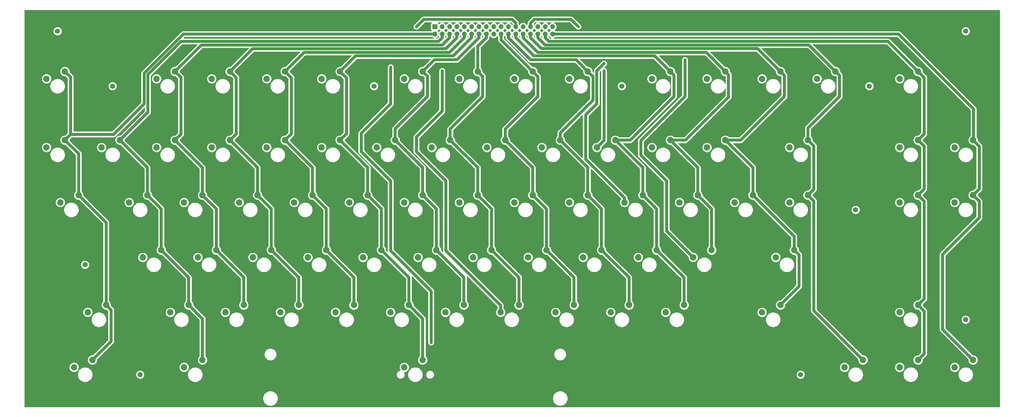
<source format=gbr>
%TF.GenerationSoftware,KiCad,Pcbnew,(5.1.12)-1*%
%TF.CreationDate,2022-05-13T18:30:42+02:00*%
%TF.ProjectId,Keyboard,4b657962-6f61-4726-942e-6b696361645f,rev?*%
%TF.SameCoordinates,Original*%
%TF.FileFunction,Copper,L2,Bot*%
%TF.FilePolarity,Positive*%
%FSLAX46Y46*%
G04 Gerber Fmt 4.6, Leading zero omitted, Abs format (unit mm)*
G04 Created by KiCad (PCBNEW (5.1.12)-1) date 2022-05-13 18:30:42*
%MOMM*%
%LPD*%
G01*
G04 APERTURE LIST*
%TA.AperFunction,ComponentPad*%
%ADD10C,1.800000*%
%TD*%
%TA.AperFunction,ComponentPad*%
%ADD11C,2.200000*%
%TD*%
%TA.AperFunction,ComponentPad*%
%ADD12O,1.700000X1.700000*%
%TD*%
%TA.AperFunction,ComponentPad*%
%ADD13R,1.700000X1.700000*%
%TD*%
%TA.AperFunction,ViaPad*%
%ADD14C,0.800000*%
%TD*%
%TA.AperFunction,Conductor*%
%ADD15C,1.000000*%
%TD*%
%TA.AperFunction,NonConductor*%
%ADD16C,0.254000*%
%TD*%
%TA.AperFunction,NonConductor*%
%ADD17C,0.100000*%
%TD*%
G04 APERTURE END LIST*
D10*
%TO.P,REF\u002A\u002A,1*%
%TO.N,N/C*%
X137750000Y-33250000D03*
%TD*%
%TO.P,REF\u002A\u002A,1*%
%TO.N,N/C*%
X223250000Y-33250000D03*
%TD*%
%TO.P,REF\u002A\u002A,1*%
%TO.N,N/C*%
X342000000Y-14250000D03*
%TD*%
%TO.P,REF\u002A\u002A,1*%
%TO.N,N/C*%
X28500000Y-14250000D03*
%TD*%
%TO.P,REF\u002A\u002A,1*%
%TO.N,N/C*%
X38000000Y-95000000D03*
%TD*%
%TO.P,REF\u002A\u002A,1*%
%TO.N,N/C*%
X57000000Y-133000000D03*
%TD*%
%TO.P,REF\u002A\u002A,1*%
%TO.N,N/C*%
X285000000Y-133000000D03*
%TD*%
%TO.P,REF\u002A\u002A,1*%
%TO.N,N/C*%
X342000000Y-114000000D03*
%TD*%
%TO.P,REF\u002A\u002A,1*%
%TO.N,N/C*%
X304000000Y-76000000D03*
%TD*%
%TO.P,REF\u002A\u002A,1*%
%TO.N,N/C*%
X308750000Y-33250000D03*
%TD*%
%TO.P,REF\u002A\u002A,1*%
%TO.N,N/C*%
X47500000Y-33250000D03*
%TD*%
D11*
%TO.P,SW29,2*%
%TO.N,Net-(J1-Pad29)*%
X205190000Y-73460000D03*
%TO.P,SW29,1*%
%TO.N,Net-(J1-Pad22)*%
X211540000Y-70920000D03*
%TD*%
%TO.P,SW1E1,2*%
%TO.N,Net-(J1-Pad31)*%
X319190000Y-54460000D03*
%TO.P,SW1E1,1*%
%TO.N,Net-(J1-Pad32)*%
X325540000Y-51920000D03*
%TD*%
%TO.P,SW42,2*%
%TO.N,Net-(J1-Pad25)*%
X86440000Y-111460000D03*
%TO.P,SW42,1*%
%TO.N,Net-(J1-Pad6)*%
X92790000Y-108920000D03*
%TD*%
%TO.P,SW43,2*%
%TO.N,Net-(J1-Pad25)*%
X105440000Y-111460000D03*
%TO.P,SW43,1*%
%TO.N,Net-(J1-Pad8)*%
X111790000Y-108920000D03*
%TD*%
%TO.P,SW4C1,2*%
%TO.N,Net-(J1-Pad25)*%
X271690000Y-111460000D03*
%TO.P,SW4C1,1*%
%TO.N,Net-(J1-Pad28)*%
X278040000Y-108920000D03*
%TD*%
%TO.P,SW0D1,2*%
%TO.N,Net-(J1-Pad33)*%
X290690000Y-30710000D03*
%TO.P,SW0D1,1*%
%TO.N,Net-(J1-Pad30)*%
X297040000Y-28170000D03*
%TD*%
%TO.P,SW0C1,2*%
%TO.N,Net-(J1-Pad33)*%
X271690000Y-30710000D03*
%TO.P,SW0C1,1*%
%TO.N,Net-(J1-Pad28)*%
X278040000Y-28170000D03*
%TD*%
%TO.P,SW0B1,2*%
%TO.N,Net-(J1-Pad33)*%
X252690000Y-30710000D03*
%TO.P,SW0B1,1*%
%TO.N,Net-(J1-Pad26)*%
X259040000Y-28170000D03*
%TD*%
%TO.P,SW0A1,2*%
%TO.N,Net-(J1-Pad33)*%
X233690000Y-30710000D03*
%TO.P,SW0A1,1*%
%TO.N,Net-(J1-Pad24)*%
X240040000Y-28170000D03*
%TD*%
%TO.P,SW9,2*%
%TO.N,Net-(J1-Pad33)*%
X205190000Y-30710000D03*
%TO.P,SW9,1*%
%TO.N,Net-(J1-Pad22)*%
X211540000Y-28170000D03*
%TD*%
%TO.P,SW8,2*%
%TO.N,Net-(J1-Pad33)*%
X186190000Y-30710000D03*
%TO.P,SW8,1*%
%TO.N,Net-(J1-Pad20)*%
X192540000Y-28170000D03*
%TD*%
%TO.P,SW7,2*%
%TO.N,Net-(J1-Pad33)*%
X167190000Y-30710000D03*
%TO.P,SW7,1*%
%TO.N,Net-(J1-Pad16)*%
X173540000Y-28170000D03*
%TD*%
%TO.P,SW6,2*%
%TO.N,Net-(J1-Pad33)*%
X148190000Y-30710000D03*
%TO.P,SW6,1*%
%TO.N,Net-(J1-Pad14)*%
X154540000Y-28170000D03*
%TD*%
%TO.P,SW5,2*%
%TO.N,Net-(J1-Pad33)*%
X119690000Y-30710000D03*
%TO.P,SW5,1*%
%TO.N,Net-(J1-Pad12)*%
X126040000Y-28170000D03*
%TD*%
%TO.P,SW4,2*%
%TO.N,Net-(J1-Pad33)*%
X100690000Y-30710000D03*
%TO.P,SW4,1*%
%TO.N,Net-(J1-Pad10)*%
X107040000Y-28170000D03*
%TD*%
%TO.P,SW3,2*%
%TO.N,Net-(J1-Pad33)*%
X81690000Y-30710000D03*
%TO.P,SW3,1*%
%TO.N,Net-(J1-Pad8)*%
X88040000Y-28170000D03*
%TD*%
%TO.P,SW2,2*%
%TO.N,Net-(J1-Pad33)*%
X62690000Y-30710000D03*
%TO.P,SW2,1*%
%TO.N,Net-(J1-Pad6)*%
X69040000Y-28170000D03*
%TD*%
D12*
%TO.P,J1,34*%
%TO.N,Net-(J1-Pad34)*%
X199390000Y-15240000D03*
%TO.P,J1,33*%
%TO.N,Net-(J1-Pad33)*%
X199390000Y-12700000D03*
%TO.P,J1,32*%
%TO.N,Net-(J1-Pad32)*%
X196850000Y-15240000D03*
%TO.P,J1,31*%
%TO.N,Net-(J1-Pad31)*%
X196850000Y-12700000D03*
%TO.P,J1,30*%
%TO.N,Net-(J1-Pad30)*%
X194310000Y-15240000D03*
%TO.P,J1,29*%
%TO.N,Net-(J1-Pad29)*%
X194310000Y-12700000D03*
%TO.P,J1,28*%
%TO.N,Net-(J1-Pad28)*%
X191770000Y-15240000D03*
%TO.P,J1,27*%
%TO.N,Net-(J1-Pad27)*%
X191770000Y-12700000D03*
%TO.P,J1,26*%
%TO.N,Net-(J1-Pad26)*%
X189230000Y-15240000D03*
%TO.P,J1,25*%
%TO.N,Net-(J1-Pad25)*%
X189230000Y-12700000D03*
%TO.P,J1,24*%
%TO.N,Net-(J1-Pad24)*%
X186690000Y-15240000D03*
%TO.P,J1,23*%
%TO.N,Net-(J1-Pad23)*%
X186690000Y-12700000D03*
%TO.P,J1,22*%
%TO.N,Net-(J1-Pad22)*%
X184150000Y-15240000D03*
%TO.P,J1,21*%
%TO.N,N/C*%
X184150000Y-12700000D03*
%TO.P,J1,20*%
%TO.N,Net-(J1-Pad20)*%
X181610000Y-15240000D03*
%TO.P,J1,19*%
%TO.N,N/C*%
X181610000Y-12700000D03*
%TO.P,J1,18*%
X179070000Y-15240000D03*
%TO.P,J1,17*%
X179070000Y-12700000D03*
%TO.P,J1,16*%
%TO.N,Net-(J1-Pad16)*%
X176530000Y-15240000D03*
%TO.P,J1,15*%
%TO.N,N/C*%
X176530000Y-12700000D03*
%TO.P,J1,14*%
%TO.N,Net-(J1-Pad14)*%
X173990000Y-15240000D03*
%TO.P,J1,13*%
%TO.N,N/C*%
X173990000Y-12700000D03*
%TO.P,J1,12*%
%TO.N,Net-(J1-Pad12)*%
X171450000Y-15240000D03*
%TO.P,J1,11*%
%TO.N,N/C*%
X171450000Y-12700000D03*
%TO.P,J1,10*%
%TO.N,Net-(J1-Pad10)*%
X168910000Y-15240000D03*
%TO.P,J1,9*%
%TO.N,N/C*%
X168910000Y-12700000D03*
%TO.P,J1,8*%
%TO.N,Net-(J1-Pad8)*%
X166370000Y-15240000D03*
%TO.P,J1,7*%
%TO.N,N/C*%
X166370000Y-12700000D03*
%TO.P,J1,6*%
%TO.N,Net-(J1-Pad6)*%
X163830000Y-15240000D03*
%TO.P,J1,5*%
%TO.N,N/C*%
X163830000Y-12700000D03*
%TO.P,J1,4*%
%TO.N,Net-(J1-Pad4)*%
X161290000Y-15240000D03*
%TO.P,J1,3*%
%TO.N,N/C*%
X161290000Y-12700000D03*
%TO.P,J1,2*%
%TO.N,Net-(J1-Pad2)*%
X158750000Y-15240000D03*
D13*
%TO.P,J1,1*%
%TO.N,N/C*%
X158750000Y-12700000D03*
%TD*%
D11*
%TO.P,SW2F1,2*%
%TO.N,Net-(J1-Pad29)*%
X338190000Y-73460000D03*
%TO.P,SW2F1,1*%
%TO.N,Net-(J1-Pad34)*%
X344540000Y-70920000D03*
%TD*%
%TO.P,SW1F1,2*%
%TO.N,Net-(J1-Pad31)*%
X338190000Y-54460000D03*
%TO.P,SW1F1,1*%
%TO.N,Net-(J1-Pad34)*%
X344540000Y-51920000D03*
%TD*%
%TO.P,SW2E1,2*%
%TO.N,Net-(J1-Pad29)*%
X319190000Y-73460000D03*
%TO.P,SW2E1,1*%
%TO.N,Net-(J1-Pad32)*%
X325540000Y-70920000D03*
%TD*%
%TO.P,SW5F1,2*%
%TO.N,Net-(J1-Pad23)*%
X338190000Y-130460000D03*
%TO.P,SW5F1,1*%
%TO.N,Net-(J1-Pad34)*%
X344540000Y-127920000D03*
%TD*%
%TO.P,SW4E1,2*%
%TO.N,Net-(J1-Pad25)*%
X319190000Y-111460000D03*
%TO.P,SW4E1,1*%
%TO.N,Net-(J1-Pad32)*%
X325540000Y-108920000D03*
%TD*%
%TO.P,SW3E1,2*%
%TO.N,Net-(J1-Pad27)*%
X319190000Y-30710000D03*
%TO.P,SW3E1,1*%
%TO.N,Net-(J1-Pad32)*%
X325540000Y-28170000D03*
%TD*%
%TO.P,SW1D1,2*%
%TO.N,Net-(J1-Pad31)*%
X281190000Y-54460000D03*
%TO.P,SW1D1,1*%
%TO.N,Net-(J1-Pad30)*%
X287540000Y-51920000D03*
%TD*%
%TO.P,SW5E1,2*%
%TO.N,Net-(J1-Pad23)*%
X319190000Y-130460000D03*
%TO.P,SW5E1,1*%
%TO.N,Net-(J1-Pad32)*%
X325540000Y-127920000D03*
%TD*%
%TO.P,SW3C1,2*%
%TO.N,Net-(J1-Pad27)*%
X276440000Y-92460000D03*
%TO.P,SW3C1,1*%
%TO.N,Net-(J1-Pad28)*%
X282790000Y-89920000D03*
%TD*%
%TO.P,SW2D1,2*%
%TO.N,Net-(J1-Pad29)*%
X281190000Y-73460000D03*
%TO.P,SW2D1,1*%
%TO.N,Net-(J1-Pad30)*%
X287540000Y-70920000D03*
%TD*%
%TO.P,SW1C1,2*%
%TO.N,Net-(J1-Pad31)*%
X252690000Y-54460000D03*
%TO.P,SW1C1,1*%
%TO.N,Net-(J1-Pad28)*%
X259040000Y-51920000D03*
%TD*%
%TO.P,SW5D1,2*%
%TO.N,Net-(J1-Pad23)*%
X300190000Y-130460000D03*
%TO.P,SW5D1,1*%
%TO.N,Net-(J1-Pad30)*%
X306540000Y-127920000D03*
%TD*%
%TO.P,SW3B1,2*%
%TO.N,Net-(J1-Pad27)*%
X247940000Y-92460000D03*
%TO.P,SW3B1,1*%
%TO.N,Net-(J1-Pad26)*%
X254290000Y-89920000D03*
%TD*%
%TO.P,SW2C1,2*%
%TO.N,Net-(J1-Pad29)*%
X262190000Y-73460000D03*
%TO.P,SW2C1,1*%
%TO.N,Net-(J1-Pad28)*%
X268540000Y-70920000D03*
%TD*%
%TO.P,SW1B1,2*%
%TO.N,Net-(J1-Pad31)*%
X233690000Y-54460000D03*
%TO.P,SW1B1,1*%
%TO.N,Net-(J1-Pad26)*%
X240040000Y-51920000D03*
%TD*%
%TO.P,SW4A1,2*%
%TO.N,Net-(J1-Pad25)*%
X238440000Y-111460000D03*
%TO.P,SW4A1,1*%
%TO.N,Net-(J1-Pad24)*%
X244790000Y-108920000D03*
%TD*%
%TO.P,SW3A1,2*%
%TO.N,Net-(J1-Pad27)*%
X228940000Y-92460000D03*
%TO.P,SW3A1,1*%
%TO.N,Net-(J1-Pad24)*%
X235290000Y-89920000D03*
%TD*%
%TO.P,SW2B1,2*%
%TO.N,Net-(J1-Pad29)*%
X243190000Y-73460000D03*
%TO.P,SW2B1,1*%
%TO.N,Net-(J1-Pad26)*%
X249540000Y-70920000D03*
%TD*%
%TO.P,SW1A1,2*%
%TO.N,Net-(J1-Pad31)*%
X214690000Y-54460000D03*
%TO.P,SW1A1,1*%
%TO.N,Net-(J1-Pad24)*%
X221040000Y-51920000D03*
%TD*%
%TO.P,SW49,2*%
%TO.N,Net-(J1-Pad25)*%
X219440000Y-111460000D03*
%TO.P,SW49,1*%
%TO.N,Net-(J1-Pad22)*%
X225790000Y-108920000D03*
%TD*%
%TO.P,SW39,2*%
%TO.N,Net-(J1-Pad27)*%
X209940000Y-92460000D03*
%TO.P,SW39,1*%
%TO.N,Net-(J1-Pad22)*%
X216290000Y-89920000D03*
%TD*%
%TO.P,SW2A1,2*%
%TO.N,Net-(J1-Pad29)*%
X224190000Y-73460000D03*
%TO.P,SW2A1,1*%
%TO.N,Net-(J1-Pad24)*%
X230540000Y-70920000D03*
%TD*%
%TO.P,SW19,2*%
%TO.N,Net-(J1-Pad31)*%
X195690000Y-54460000D03*
%TO.P,SW19,1*%
%TO.N,Net-(J1-Pad22)*%
X202040000Y-51920000D03*
%TD*%
%TO.P,SW48,2*%
%TO.N,Net-(J1-Pad25)*%
X200440000Y-111460000D03*
%TO.P,SW48,1*%
%TO.N,Net-(J1-Pad20)*%
X206790000Y-108920000D03*
%TD*%
%TO.P,SW38,2*%
%TO.N,Net-(J1-Pad27)*%
X190940000Y-92460000D03*
%TO.P,SW38,1*%
%TO.N,Net-(J1-Pad20)*%
X197290000Y-89920000D03*
%TD*%
%TO.P,SW18,2*%
%TO.N,Net-(J1-Pad31)*%
X176690000Y-54460000D03*
%TO.P,SW18,1*%
%TO.N,Net-(J1-Pad20)*%
X183040000Y-51920000D03*
%TD*%
%TO.P,SW47,2*%
%TO.N,Net-(J1-Pad25)*%
X181440000Y-111460000D03*
%TO.P,SW47,1*%
%TO.N,Net-(J1-Pad16)*%
X187790000Y-108920000D03*
%TD*%
%TO.P,SW37,2*%
%TO.N,Net-(J1-Pad27)*%
X171940000Y-92460000D03*
%TO.P,SW37,1*%
%TO.N,Net-(J1-Pad16)*%
X178290000Y-89920000D03*
%TD*%
%TO.P,SW28,2*%
%TO.N,Net-(J1-Pad29)*%
X186190000Y-73460000D03*
%TO.P,SW28,1*%
%TO.N,Net-(J1-Pad20)*%
X192540000Y-70920000D03*
%TD*%
%TO.P,SW17,2*%
%TO.N,Net-(J1-Pad31)*%
X157690000Y-54460000D03*
%TO.P,SW17,1*%
%TO.N,Net-(J1-Pad16)*%
X164040000Y-51920000D03*
%TD*%
%TO.P,SW46,2*%
%TO.N,Net-(J1-Pad25)*%
X162440000Y-111460000D03*
%TO.P,SW46,1*%
%TO.N,Net-(J1-Pad14)*%
X168790000Y-108920000D03*
%TD*%
%TO.P,SW36,2*%
%TO.N,Net-(J1-Pad27)*%
X152940000Y-92460000D03*
%TO.P,SW36,1*%
%TO.N,Net-(J1-Pad14)*%
X159290000Y-89920000D03*
%TD*%
%TO.P,SW27,2*%
%TO.N,Net-(J1-Pad29)*%
X167190000Y-73460000D03*
%TO.P,SW27,1*%
%TO.N,Net-(J1-Pad16)*%
X173540000Y-70920000D03*
%TD*%
%TO.P,SW16,2*%
%TO.N,Net-(J1-Pad31)*%
X138690000Y-54460000D03*
%TO.P,SW16,1*%
%TO.N,Net-(J1-Pad14)*%
X145040000Y-51920000D03*
%TD*%
%TO.P,SW45,2*%
%TO.N,Net-(J1-Pad25)*%
X143440000Y-111460000D03*
%TO.P,SW45,1*%
%TO.N,Net-(J1-Pad12)*%
X149790000Y-108920000D03*
%TD*%
%TO.P,SW35,2*%
%TO.N,Net-(J1-Pad27)*%
X133940000Y-92460000D03*
%TO.P,SW35,1*%
%TO.N,Net-(J1-Pad12)*%
X140290000Y-89920000D03*
%TD*%
%TO.P,SW26,2*%
%TO.N,Net-(J1-Pad29)*%
X148190000Y-73460000D03*
%TO.P,SW26,1*%
%TO.N,Net-(J1-Pad14)*%
X154540000Y-70920000D03*
%TD*%
%TO.P,SW15,2*%
%TO.N,Net-(J1-Pad31)*%
X119690000Y-54460000D03*
%TO.P,SW15,1*%
%TO.N,Net-(J1-Pad12)*%
X126040000Y-51920000D03*
%TD*%
%TO.P,SW44,2*%
%TO.N,Net-(J1-Pad25)*%
X124440000Y-111460000D03*
%TO.P,SW44,1*%
%TO.N,Net-(J1-Pad10)*%
X130790000Y-108920000D03*
%TD*%
%TO.P,SW34,2*%
%TO.N,Net-(J1-Pad27)*%
X114940000Y-92460000D03*
%TO.P,SW34,1*%
%TO.N,Net-(J1-Pad10)*%
X121290000Y-89920000D03*
%TD*%
%TO.P,SW25,2*%
%TO.N,Net-(J1-Pad29)*%
X129190000Y-73460000D03*
%TO.P,SW25,1*%
%TO.N,Net-(J1-Pad12)*%
X135540000Y-70920000D03*
%TD*%
%TO.P,SW14,2*%
%TO.N,Net-(J1-Pad31)*%
X100690000Y-54460000D03*
%TO.P,SW14,1*%
%TO.N,Net-(J1-Pad10)*%
X107040000Y-51920000D03*
%TD*%
%TO.P,SW33,2*%
%TO.N,Net-(J1-Pad27)*%
X95940000Y-92460000D03*
%TO.P,SW33,1*%
%TO.N,Net-(J1-Pad8)*%
X102290000Y-89920000D03*
%TD*%
%TO.P,SW24,2*%
%TO.N,Net-(J1-Pad29)*%
X110190000Y-73460000D03*
%TO.P,SW24,1*%
%TO.N,Net-(J1-Pad10)*%
X116540000Y-70920000D03*
%TD*%
%TO.P,SW13,2*%
%TO.N,Net-(J1-Pad31)*%
X81690000Y-54460000D03*
%TO.P,SW13,1*%
%TO.N,Net-(J1-Pad8)*%
X88040000Y-51920000D03*
%TD*%
%TO.P,SW32,2*%
%TO.N,Net-(J1-Pad27)*%
X76940000Y-92460000D03*
%TO.P,SW32,1*%
%TO.N,Net-(J1-Pad6)*%
X83290000Y-89920000D03*
%TD*%
%TO.P,SW23,2*%
%TO.N,Net-(J1-Pad29)*%
X91190000Y-73460000D03*
%TO.P,SW23,1*%
%TO.N,Net-(J1-Pad8)*%
X97540000Y-70920000D03*
%TD*%
%TO.P,SW12,2*%
%TO.N,Net-(J1-Pad31)*%
X62690000Y-54460000D03*
%TO.P,SW12,1*%
%TO.N,Net-(J1-Pad6)*%
X69040000Y-51920000D03*
%TD*%
%TO.P,SW41,2*%
%TO.N,Net-(J1-Pad25)*%
X67440000Y-111460000D03*
%TO.P,SW41,1*%
%TO.N,Net-(J1-Pad4)*%
X73790000Y-108920000D03*
%TD*%
%TO.P,SW31,2*%
%TO.N,Net-(J1-Pad27)*%
X57940000Y-92460000D03*
%TO.P,SW31,1*%
%TO.N,Net-(J1-Pad4)*%
X64290000Y-89920000D03*
%TD*%
%TO.P,SW22,2*%
%TO.N,Net-(J1-Pad29)*%
X72190000Y-73460000D03*
%TO.P,SW22,1*%
%TO.N,Net-(J1-Pad6)*%
X78540000Y-70920000D03*
%TD*%
%TO.P,SW11,2*%
%TO.N,Net-(J1-Pad31)*%
X43690000Y-54460000D03*
%TO.P,SW11,1*%
%TO.N,Net-(J1-Pad4)*%
X50040000Y-51920000D03*
%TD*%
%TO.P,SW55,2*%
%TO.N,Net-(J1-Pad23)*%
X148190000Y-130460000D03*
%TO.P,SW55,1*%
%TO.N,Net-(J1-Pad12)*%
X154540000Y-127920000D03*
%TD*%
%TO.P,SW40,2*%
%TO.N,Net-(J1-Pad25)*%
X38940000Y-111460000D03*
%TO.P,SW40,1*%
%TO.N,Net-(J1-Pad2)*%
X45290000Y-108920000D03*
%TD*%
%TO.P,SW21,2*%
%TO.N,Net-(J1-Pad29)*%
X53190000Y-73460000D03*
%TO.P,SW21,1*%
%TO.N,Net-(J1-Pad4)*%
X59540000Y-70920000D03*
%TD*%
%TO.P,SW10,2*%
%TO.N,Net-(J1-Pad31)*%
X24690000Y-54460000D03*
%TO.P,SW10,1*%
%TO.N,Net-(J1-Pad2)*%
X31040000Y-51920000D03*
%TD*%
%TO.P,SW51,2*%
%TO.N,Net-(J1-Pad23)*%
X72190000Y-130460000D03*
%TO.P,SW51,1*%
%TO.N,Net-(J1-Pad4)*%
X78540000Y-127920000D03*
%TD*%
%TO.P,SW50,2*%
%TO.N,Net-(J1-Pad23)*%
X34190000Y-130460000D03*
%TO.P,SW50,1*%
%TO.N,Net-(J1-Pad2)*%
X40540000Y-127920000D03*
%TD*%
%TO.P,SW20,2*%
%TO.N,Net-(J1-Pad29)*%
X29440000Y-73460000D03*
%TO.P,SW20,1*%
%TO.N,Net-(J1-Pad2)*%
X35790000Y-70920000D03*
%TD*%
%TO.P,SW0,2*%
%TO.N,Net-(J1-Pad33)*%
X24690000Y-30710000D03*
%TO.P,SW0,1*%
%TO.N,Net-(J1-Pad2)*%
X31040000Y-28170000D03*
%TD*%
D14*
%TO.N,Net-(J1-Pad31)*%
X217170000Y-27940000D03*
%TO.N,Net-(J1-Pad29)*%
X217170000Y-25400000D03*
%TO.N,Net-(J1-Pad27)*%
X208280000Y-12700000D03*
X245110000Y-24130000D03*
%TO.N,Net-(J1-Pad25)*%
X161290000Y-27940000D03*
%TO.N,Net-(J1-Pad23)*%
X157480000Y-121920000D03*
X143510000Y-26670000D03*
X152400000Y-12700000D03*
%TD*%
D15*
%TO.N,Net-(J1-Pad34)*%
X199390000Y-15240000D02*
X318770000Y-15240000D01*
X344700001Y-51759999D02*
X344540000Y-51920000D01*
X344700001Y-41170001D02*
X344700001Y-51759999D01*
X318770000Y-15240000D02*
X344700001Y-41170001D01*
X344540000Y-127920000D02*
X334010000Y-117390000D01*
X334010000Y-117390000D02*
X334010000Y-91440000D01*
X334010000Y-91440000D02*
X346710000Y-78740000D01*
X346710000Y-73090000D02*
X344540000Y-70920000D01*
X346710000Y-78740000D02*
X346710000Y-73090000D01*
X344540000Y-70920000D02*
X346710000Y-68750000D01*
X346710000Y-54090000D02*
X344540000Y-51920000D01*
X346710000Y-68750000D02*
X346710000Y-54090000D01*
%TO.N,Net-(J1-Pad32)*%
X196850000Y-15240000D02*
X196850000Y-16510000D01*
X196850000Y-16510000D02*
X198120000Y-17780000D01*
X315150000Y-17780000D02*
X325540000Y-28170000D01*
X198120000Y-17780000D02*
X315150000Y-17780000D01*
X325540000Y-127920000D02*
X327660000Y-125800000D01*
X327660000Y-111040000D02*
X325540000Y-108920000D01*
X327660000Y-125800000D02*
X327660000Y-111040000D01*
X325540000Y-108920000D02*
X327660000Y-106800000D01*
X327660000Y-73040000D02*
X325540000Y-70920000D01*
X327660000Y-106800000D02*
X327660000Y-73040000D01*
X325540000Y-70920000D02*
X327660000Y-68800000D01*
X327660000Y-54040000D02*
X325540000Y-51920000D01*
X327660000Y-68800000D02*
X327660000Y-54040000D01*
X325540000Y-51920000D02*
X327660000Y-49800000D01*
X327660000Y-30290000D02*
X325540000Y-28170000D01*
X327660000Y-49800000D02*
X327660000Y-30290000D01*
%TO.N,Net-(J1-Pad31)*%
X217170000Y-51980000D02*
X217170000Y-27940000D01*
X214690000Y-54460000D02*
X217170000Y-51980000D01*
%TO.N,Net-(J1-Pad30)*%
X194310000Y-15240000D02*
X194310000Y-16510000D01*
X194310000Y-16510000D02*
X196850000Y-19050000D01*
X287920000Y-19050000D02*
X297040000Y-28170000D01*
X196850000Y-19050000D02*
X287920000Y-19050000D01*
X287540000Y-70920000D02*
X289560000Y-68900000D01*
X289560000Y-53940000D02*
X287540000Y-51920000D01*
X289560000Y-68900000D02*
X289560000Y-53940000D01*
X306540000Y-127920000D02*
X289560000Y-110940000D01*
X289560000Y-72940000D02*
X287540000Y-70920000D01*
X289560000Y-110940000D02*
X289560000Y-72940000D01*
X287540000Y-51920000D02*
X287540000Y-47740000D01*
X287540000Y-47740000D02*
X298450000Y-36830000D01*
X298450000Y-29580000D02*
X297040000Y-28170000D01*
X298450000Y-36830000D02*
X298450000Y-29580000D01*
%TO.N,Net-(J1-Pad29)*%
X210820000Y-58534366D02*
X224190000Y-71904366D01*
X224190000Y-71904366D02*
X224190000Y-73460000D01*
X210820000Y-43180000D02*
X210820000Y-58534366D01*
X210820000Y-43180000D02*
X214630000Y-39370000D01*
X214630000Y-39370000D02*
X214630000Y-27940000D01*
X214630000Y-27940000D02*
X217170000Y-25400000D01*
%TO.N,Net-(J1-Pad28)*%
X191770000Y-15240000D02*
X191770000Y-16510000D01*
X270120010Y-20250010D02*
X278040000Y-28170000D01*
X195510010Y-20250010D02*
X270120010Y-20250010D01*
X191770000Y-16510000D02*
X195510010Y-20250010D01*
X268540000Y-61420000D02*
X259040000Y-51920000D01*
X268540000Y-70920000D02*
X268540000Y-61420000D01*
X282790000Y-85170000D02*
X268540000Y-70920000D01*
X282790000Y-89920000D02*
X282790000Y-85170000D01*
X278040000Y-108920000D02*
X284480000Y-102480000D01*
X284480000Y-91610000D02*
X282790000Y-89920000D01*
X284480000Y-102480000D02*
X284480000Y-91610000D01*
X259040000Y-51920000D02*
X264310000Y-51920000D01*
X264310000Y-51920000D02*
X279400000Y-36830000D01*
X279400000Y-29530000D02*
X278040000Y-28170000D01*
X279400000Y-36830000D02*
X279400000Y-29530000D01*
%TO.N,Net-(J1-Pad27)*%
X191770000Y-12700000D02*
X191770000Y-11430000D01*
X191770000Y-11430000D02*
X193040000Y-10160000D01*
X193040000Y-10160000D02*
X205740000Y-10160000D01*
X205740000Y-10160000D02*
X208280000Y-12700000D01*
X245110000Y-24130000D02*
X245110000Y-36830000D01*
X245110000Y-36830000D02*
X229870000Y-52070000D01*
X229870000Y-52070000D02*
X229870000Y-57150000D01*
X229870000Y-57150000D02*
X238760000Y-66040000D01*
X238760000Y-83280000D02*
X247940000Y-92460000D01*
X238760000Y-66040000D02*
X238760000Y-83280000D01*
%TO.N,Net-(J1-Pad26)*%
X189230000Y-15240000D02*
X189230000Y-16510000D01*
X189230000Y-16510000D02*
X194310000Y-21590000D01*
X252460000Y-21590000D02*
X259040000Y-28170000D01*
X194310000Y-21590000D02*
X252460000Y-21590000D01*
X249540000Y-61420000D02*
X240040000Y-51920000D01*
X249540000Y-70920000D02*
X249540000Y-61420000D01*
X254290000Y-75670000D02*
X249540000Y-70920000D01*
X254290000Y-89920000D02*
X254290000Y-75670000D01*
X240040000Y-51920000D02*
X245260000Y-51920000D01*
X260139999Y-29269999D02*
X259040000Y-28170000D01*
X260139999Y-37040001D02*
X260139999Y-29269999D01*
X245260000Y-51920000D02*
X260139999Y-37040001D01*
%TO.N,Net-(J1-Pad25)*%
X181440000Y-111460000D02*
X181440000Y-110320000D01*
X181440000Y-111460000D02*
X181440000Y-109050000D01*
X181440000Y-109050000D02*
X162560000Y-90170000D01*
X162560000Y-90170000D02*
X162560000Y-66040000D01*
X162560000Y-66040000D02*
X152400000Y-55880000D01*
X152400000Y-55880000D02*
X152400000Y-50800000D01*
X161290000Y-41910000D02*
X161290000Y-27940000D01*
X152400000Y-50800000D02*
X161290000Y-41910000D01*
%TO.N,Net-(J1-Pad24)*%
X186690000Y-15240000D02*
X186690000Y-16510000D01*
X234660010Y-22790010D02*
X240040000Y-28170000D01*
X192970010Y-22790010D02*
X234660010Y-22790010D01*
X186690000Y-16510000D02*
X192970010Y-22790010D01*
X244790000Y-99420000D02*
X235290000Y-89920000D01*
X244790000Y-108920000D02*
X244790000Y-99420000D01*
X235290000Y-75670000D02*
X230540000Y-70920000D01*
X235290000Y-89920000D02*
X235290000Y-75670000D01*
X230540000Y-61420000D02*
X221040000Y-51920000D01*
X230540000Y-70920000D02*
X230540000Y-61420000D01*
X221040000Y-51920000D02*
X226210000Y-51920000D01*
X226210000Y-51920000D02*
X241300000Y-36830000D01*
X241300000Y-29430000D02*
X240040000Y-28170000D01*
X241300000Y-36830000D02*
X241300000Y-29430000D01*
%TO.N,Net-(J1-Pad23)*%
X157480000Y-104140000D02*
X157480000Y-121920000D01*
X143510000Y-90170000D02*
X157480000Y-104140000D01*
X143510000Y-66040000D02*
X143510000Y-90170000D01*
X133350000Y-55880000D02*
X143510000Y-66040000D01*
X133350000Y-49530000D02*
X133350000Y-55880000D01*
X143510000Y-39370000D02*
X133350000Y-49530000D01*
X143510000Y-39370000D02*
X143510000Y-26670000D01*
X152400000Y-12700000D02*
X154940000Y-10160000D01*
X154940000Y-10160000D02*
X185420000Y-10160000D01*
X186690000Y-11430000D02*
X186690000Y-12700000D01*
X185420000Y-10160000D02*
X186690000Y-11430000D01*
%TO.N,Net-(J1-Pad22)*%
X184150000Y-15240000D02*
X184150000Y-16510000D01*
X184150000Y-16510000D02*
X191770000Y-24130000D01*
X207500000Y-24130000D02*
X211540000Y-28170000D01*
X191770000Y-24130000D02*
X207500000Y-24130000D01*
X211540000Y-61420000D02*
X202040000Y-51920000D01*
X211540000Y-70920000D02*
X211540000Y-61420000D01*
X216290000Y-75670000D02*
X211540000Y-70920000D01*
X216290000Y-89920000D02*
X216290000Y-75670000D01*
X225790000Y-99420000D02*
X216290000Y-89920000D01*
X225790000Y-108920000D02*
X225790000Y-99420000D01*
X202040000Y-51920000D02*
X202040000Y-49420000D01*
X202040000Y-49420000D02*
X213360000Y-38100000D01*
X213360000Y-29990000D02*
X211540000Y-28170000D01*
X213360000Y-38100000D02*
X213360000Y-29990000D01*
%TO.N,Net-(J1-Pad20)*%
X181610000Y-17240000D02*
X192540000Y-28170000D01*
X181610000Y-15240000D02*
X181610000Y-17240000D01*
X206790000Y-99420000D02*
X197290000Y-89920000D01*
X206790000Y-108920000D02*
X206790000Y-99420000D01*
X197290000Y-75670000D02*
X192540000Y-70920000D01*
X197290000Y-89920000D02*
X197290000Y-75670000D01*
X192540000Y-61420000D02*
X183040000Y-51920000D01*
X192540000Y-70920000D02*
X192540000Y-61420000D01*
X183040000Y-51920000D02*
X183040000Y-48100000D01*
X183040000Y-48100000D02*
X194310000Y-36830000D01*
X194310000Y-29940000D02*
X192540000Y-28170000D01*
X194310000Y-36830000D02*
X194310000Y-29940000D01*
%TO.N,Net-(J1-Pad16)*%
X176530000Y-16510000D02*
X173540000Y-19500000D01*
X173540000Y-19500000D02*
X173540000Y-28170000D01*
X176530000Y-15240000D02*
X176530000Y-16510000D01*
X173540000Y-61420000D02*
X164040000Y-51920000D01*
X173540000Y-70920000D02*
X173540000Y-61420000D01*
X178290000Y-75670000D02*
X173540000Y-70920000D01*
X178290000Y-89920000D02*
X178290000Y-75670000D01*
X187790000Y-99420000D02*
X178290000Y-89920000D01*
X187790000Y-108920000D02*
X187790000Y-99420000D01*
X164040000Y-51920000D02*
X164040000Y-48050000D01*
X164040000Y-48050000D02*
X175260000Y-36830000D01*
X175260000Y-29890000D02*
X173540000Y-28170000D01*
X175260000Y-36830000D02*
X175260000Y-29890000D01*
%TO.N,Net-(J1-Pad14)*%
X173990000Y-15240000D02*
X173990000Y-16510000D01*
X173990000Y-16510000D02*
X166370000Y-24130000D01*
X158580000Y-24130000D02*
X154540000Y-28170000D01*
X166370000Y-24130000D02*
X158580000Y-24130000D01*
X154540000Y-61420000D02*
X145040000Y-51920000D01*
X154540000Y-70920000D02*
X154540000Y-61420000D01*
X159290000Y-75670000D02*
X154540000Y-70920000D01*
X159290000Y-89920000D02*
X159290000Y-75670000D01*
X168790000Y-99420000D02*
X159290000Y-89920000D01*
X168790000Y-108920000D02*
X168790000Y-99420000D01*
X145040000Y-51920000D02*
X145040000Y-48000000D01*
X145040000Y-48000000D02*
X156210000Y-36830000D01*
X156210000Y-29840000D02*
X154540000Y-28170000D01*
X156210000Y-36830000D02*
X156210000Y-29840000D01*
%TO.N,Net-(J1-Pad12)*%
X171450000Y-15240000D02*
X171450000Y-16442081D01*
X171450000Y-16442081D02*
X165102071Y-22790010D01*
X131419990Y-22790010D02*
X126040000Y-28170000D01*
X165102071Y-22790010D02*
X131419990Y-22790010D01*
X135540000Y-61420000D02*
X126040000Y-51920000D01*
X135540000Y-70920000D02*
X135540000Y-61420000D01*
X140290000Y-75670000D02*
X135540000Y-70920000D01*
X140290000Y-89920000D02*
X140290000Y-75670000D01*
X149790000Y-99420000D02*
X140290000Y-89920000D01*
X149790000Y-108920000D02*
X149790000Y-99420000D01*
X126040000Y-51920000D02*
X128270000Y-49690000D01*
X128270000Y-30400000D02*
X126040000Y-28170000D01*
X128270000Y-49690000D02*
X128270000Y-30400000D01*
X154540000Y-113670000D02*
X149790000Y-108920000D01*
X154540000Y-127920000D02*
X154540000Y-113670000D01*
%TO.N,Net-(J1-Pad10)*%
X168910000Y-15240000D02*
X168910000Y-16510000D01*
X168910000Y-16510000D02*
X163830000Y-21590000D01*
X113620000Y-21590000D02*
X107040000Y-28170000D01*
X163830000Y-21590000D02*
X113620000Y-21590000D01*
X116540000Y-61420000D02*
X107040000Y-51920000D01*
X116540000Y-70920000D02*
X116540000Y-61420000D01*
X121290000Y-75670000D02*
X116540000Y-70920000D01*
X121290000Y-89920000D02*
X121290000Y-75670000D01*
X130790000Y-99420000D02*
X121290000Y-89920000D01*
X130790000Y-108920000D02*
X130790000Y-99420000D01*
X107040000Y-51920000D02*
X109220000Y-49740000D01*
X109220000Y-30350000D02*
X107040000Y-28170000D01*
X109220000Y-49740000D02*
X109220000Y-30350000D01*
%TO.N,Net-(J1-Pad8)*%
X166370000Y-15240000D02*
X166370000Y-16510000D01*
X166370000Y-16510000D02*
X162560000Y-20320000D01*
X95890000Y-20320000D02*
X88040000Y-28170000D01*
X162560000Y-20320000D02*
X95890000Y-20320000D01*
X97540000Y-61420000D02*
X88040000Y-51920000D01*
X97540000Y-70920000D02*
X97540000Y-61420000D01*
X102290000Y-75670000D02*
X97540000Y-70920000D01*
X102290000Y-89920000D02*
X102290000Y-75670000D01*
X111790000Y-99420000D02*
X102290000Y-89920000D01*
X111790000Y-108920000D02*
X111790000Y-99420000D01*
X88040000Y-51920000D02*
X90170000Y-49790000D01*
X90170000Y-30300000D02*
X88040000Y-28170000D01*
X90170000Y-49790000D02*
X90170000Y-30300000D01*
%TO.N,Net-(J1-Pad6)*%
X163830000Y-15240000D02*
X163830000Y-16510000D01*
X163830000Y-16510000D02*
X161290000Y-19050000D01*
X78160000Y-19050000D02*
X69040000Y-28170000D01*
X161290000Y-19050000D02*
X78160000Y-19050000D01*
X83290000Y-75670000D02*
X78540000Y-70920000D01*
X83290000Y-89920000D02*
X83290000Y-75670000D01*
X78540000Y-61420000D02*
X69040000Y-51920000D01*
X78540000Y-70920000D02*
X78540000Y-61420000D01*
X92790000Y-99420000D02*
X83290000Y-89920000D01*
X92790000Y-108920000D02*
X92790000Y-99420000D01*
X69040000Y-51920000D02*
X71120000Y-49840000D01*
X71120000Y-30250000D02*
X69040000Y-28170000D01*
X71120000Y-49840000D02*
X71120000Y-30250000D01*
%TO.N,Net-(J1-Pad4)*%
X64290000Y-75670000D02*
X59540000Y-70920000D01*
X64290000Y-89920000D02*
X64290000Y-75670000D01*
X59540000Y-61420000D02*
X50040000Y-51920000D01*
X59540000Y-70920000D02*
X59540000Y-61420000D01*
X73790000Y-99420000D02*
X64290000Y-89920000D01*
X73790000Y-108920000D02*
X73790000Y-99420000D01*
X78540000Y-113670000D02*
X73790000Y-108920000D01*
X78540000Y-127920000D02*
X78540000Y-113670000D01*
X161290000Y-16510000D02*
X160020000Y-17780000D01*
X161290000Y-15240000D02*
X161290000Y-16510000D01*
X50040000Y-51920000D02*
X59690000Y-42270000D01*
X59690000Y-42270000D02*
X59690000Y-29210000D01*
X59690000Y-29210000D02*
X71120000Y-17780000D01*
X71120000Y-17780000D02*
X160020000Y-17780000D01*
%TO.N,Net-(J1-Pad2)*%
X31040000Y-51920000D02*
X33020000Y-49940000D01*
X33020000Y-30150000D02*
X31040000Y-28170000D01*
X33020000Y-49940000D02*
X33020000Y-30150000D01*
X35790000Y-56670000D02*
X31040000Y-51920000D01*
X35790000Y-70920000D02*
X35790000Y-56670000D01*
X45290000Y-80420000D02*
X35790000Y-70920000D01*
X45290000Y-108920000D02*
X45290000Y-80420000D01*
X45290000Y-108920000D02*
X46990000Y-110620000D01*
X46990000Y-121470000D02*
X40540000Y-127920000D01*
X46990000Y-110620000D02*
X46990000Y-121470000D01*
X33020000Y-49940000D02*
X47850000Y-49940000D01*
X47850000Y-49940000D02*
X58420000Y-39370000D01*
X71962930Y-15240000D02*
X158750000Y-15240000D01*
X58420000Y-28782930D02*
X71962930Y-15240000D01*
X58420000Y-39370000D02*
X58420000Y-28782930D01*
%TD*%
D16*
X353645001Y-144095000D02*
X17195000Y-144095000D01*
X17195000Y-140980475D01*
X99365000Y-140980475D01*
X99365000Y-141499525D01*
X99466261Y-142008601D01*
X99664893Y-142488141D01*
X99953262Y-142919715D01*
X100320285Y-143286738D01*
X100751859Y-143575107D01*
X101231399Y-143773739D01*
X101740475Y-143875000D01*
X102259525Y-143875000D01*
X102768601Y-143773739D01*
X103248141Y-143575107D01*
X103679715Y-143286738D01*
X104046738Y-142919715D01*
X104335107Y-142488141D01*
X104533739Y-142008601D01*
X104635000Y-141499525D01*
X104635000Y-140980475D01*
X199365000Y-140980475D01*
X199365000Y-141499525D01*
X199466261Y-142008601D01*
X199664893Y-142488141D01*
X199953262Y-142919715D01*
X200320285Y-143286738D01*
X200751859Y-143575107D01*
X201231399Y-143773739D01*
X201740475Y-143875000D01*
X202259525Y-143875000D01*
X202768601Y-143773739D01*
X203248141Y-143575107D01*
X203679715Y-143286738D01*
X204046738Y-142919715D01*
X204335107Y-142488141D01*
X204533739Y-142008601D01*
X204635000Y-141499525D01*
X204635000Y-140980475D01*
X204533739Y-140471399D01*
X204335107Y-139991859D01*
X204046738Y-139560285D01*
X203679715Y-139193262D01*
X203248141Y-138904893D01*
X202768601Y-138706261D01*
X202259525Y-138605000D01*
X201740475Y-138605000D01*
X201231399Y-138706261D01*
X200751859Y-138904893D01*
X200320285Y-139193262D01*
X199953262Y-139560285D01*
X199664893Y-139991859D01*
X199466261Y-140471399D01*
X199365000Y-140980475D01*
X104635000Y-140980475D01*
X104533739Y-140471399D01*
X104335107Y-139991859D01*
X104046738Y-139560285D01*
X103679715Y-139193262D01*
X103248141Y-138904893D01*
X102768601Y-138706261D01*
X102259525Y-138605000D01*
X101740475Y-138605000D01*
X101231399Y-138706261D01*
X100751859Y-138904893D01*
X100320285Y-139193262D01*
X99953262Y-139560285D01*
X99664893Y-139991859D01*
X99466261Y-140471399D01*
X99365000Y-140980475D01*
X17195000Y-140980475D01*
X17195000Y-132740475D01*
X35365000Y-132740475D01*
X35365000Y-133259525D01*
X35466261Y-133768601D01*
X35664893Y-134248141D01*
X35953262Y-134679715D01*
X36320285Y-135046738D01*
X36751859Y-135335107D01*
X37231399Y-135533739D01*
X37740475Y-135635000D01*
X38259525Y-135635000D01*
X38768601Y-135533739D01*
X39248141Y-135335107D01*
X39679715Y-135046738D01*
X40046738Y-134679715D01*
X40335107Y-134248141D01*
X40533739Y-133768601D01*
X40635000Y-133259525D01*
X40635000Y-132848816D01*
X55465000Y-132848816D01*
X55465000Y-133151184D01*
X55523989Y-133447743D01*
X55639701Y-133727095D01*
X55807688Y-133978505D01*
X56021495Y-134192312D01*
X56272905Y-134360299D01*
X56552257Y-134476011D01*
X56848816Y-134535000D01*
X57151184Y-134535000D01*
X57447743Y-134476011D01*
X57727095Y-134360299D01*
X57978505Y-134192312D01*
X58192312Y-133978505D01*
X58360299Y-133727095D01*
X58476011Y-133447743D01*
X58535000Y-133151184D01*
X58535000Y-132848816D01*
X58513450Y-132740475D01*
X73365000Y-132740475D01*
X73365000Y-133259525D01*
X73466261Y-133768601D01*
X73664893Y-134248141D01*
X73953262Y-134679715D01*
X74320285Y-135046738D01*
X74751859Y-135335107D01*
X75231399Y-135533739D01*
X75740475Y-135635000D01*
X76259525Y-135635000D01*
X76768601Y-135533739D01*
X77248141Y-135335107D01*
X77679715Y-135046738D01*
X78046738Y-134679715D01*
X78335107Y-134248141D01*
X78533739Y-133768601D01*
X78635000Y-133259525D01*
X78635000Y-132853740D01*
X145435000Y-132853740D01*
X145435000Y-133146260D01*
X145492068Y-133433158D01*
X145604010Y-133703411D01*
X145766525Y-133946632D01*
X145973368Y-134153475D01*
X146216589Y-134315990D01*
X146486842Y-134427932D01*
X146773740Y-134485000D01*
X147066260Y-134485000D01*
X147353158Y-134427932D01*
X147623411Y-134315990D01*
X147866632Y-134153475D01*
X148073475Y-133946632D01*
X148235990Y-133703411D01*
X148347932Y-133433158D01*
X148405000Y-133146260D01*
X148405000Y-132853740D01*
X148382471Y-132740475D01*
X149365000Y-132740475D01*
X149365000Y-133259525D01*
X149466261Y-133768601D01*
X149664893Y-134248141D01*
X149953262Y-134679715D01*
X150320285Y-135046738D01*
X150751859Y-135335107D01*
X151231399Y-135533739D01*
X151740475Y-135635000D01*
X152259525Y-135635000D01*
X152768601Y-135533739D01*
X153248141Y-135335107D01*
X153679715Y-135046738D01*
X154046738Y-134679715D01*
X154335107Y-134248141D01*
X154533739Y-133768601D01*
X154635000Y-133259525D01*
X154635000Y-132853740D01*
X155595000Y-132853740D01*
X155595000Y-133146260D01*
X155652068Y-133433158D01*
X155764010Y-133703411D01*
X155926525Y-133946632D01*
X156133368Y-134153475D01*
X156376589Y-134315990D01*
X156646842Y-134427932D01*
X156933740Y-134485000D01*
X157226260Y-134485000D01*
X157513158Y-134427932D01*
X157783411Y-134315990D01*
X158026632Y-134153475D01*
X158233475Y-133946632D01*
X158395990Y-133703411D01*
X158507932Y-133433158D01*
X158565000Y-133146260D01*
X158565000Y-132853740D01*
X158564021Y-132848816D01*
X283465000Y-132848816D01*
X283465000Y-133151184D01*
X283523989Y-133447743D01*
X283639701Y-133727095D01*
X283807688Y-133978505D01*
X284021495Y-134192312D01*
X284272905Y-134360299D01*
X284552257Y-134476011D01*
X284848816Y-134535000D01*
X285151184Y-134535000D01*
X285447743Y-134476011D01*
X285727095Y-134360299D01*
X285978505Y-134192312D01*
X286192312Y-133978505D01*
X286360299Y-133727095D01*
X286476011Y-133447743D01*
X286535000Y-133151184D01*
X286535000Y-132848816D01*
X286513450Y-132740475D01*
X301365000Y-132740475D01*
X301365000Y-133259525D01*
X301466261Y-133768601D01*
X301664893Y-134248141D01*
X301953262Y-134679715D01*
X302320285Y-135046738D01*
X302751859Y-135335107D01*
X303231399Y-135533739D01*
X303740475Y-135635000D01*
X304259525Y-135635000D01*
X304768601Y-135533739D01*
X305248141Y-135335107D01*
X305679715Y-135046738D01*
X306046738Y-134679715D01*
X306335107Y-134248141D01*
X306533739Y-133768601D01*
X306635000Y-133259525D01*
X306635000Y-132740475D01*
X320365000Y-132740475D01*
X320365000Y-133259525D01*
X320466261Y-133768601D01*
X320664893Y-134248141D01*
X320953262Y-134679715D01*
X321320285Y-135046738D01*
X321751859Y-135335107D01*
X322231399Y-135533739D01*
X322740475Y-135635000D01*
X323259525Y-135635000D01*
X323768601Y-135533739D01*
X324248141Y-135335107D01*
X324679715Y-135046738D01*
X325046738Y-134679715D01*
X325335107Y-134248141D01*
X325533739Y-133768601D01*
X325635000Y-133259525D01*
X325635000Y-132740475D01*
X339365000Y-132740475D01*
X339365000Y-133259525D01*
X339466261Y-133768601D01*
X339664893Y-134248141D01*
X339953262Y-134679715D01*
X340320285Y-135046738D01*
X340751859Y-135335107D01*
X341231399Y-135533739D01*
X341740475Y-135635000D01*
X342259525Y-135635000D01*
X342768601Y-135533739D01*
X343248141Y-135335107D01*
X343679715Y-135046738D01*
X344046738Y-134679715D01*
X344335107Y-134248141D01*
X344533739Y-133768601D01*
X344635000Y-133259525D01*
X344635000Y-132740475D01*
X344533739Y-132231399D01*
X344335107Y-131751859D01*
X344046738Y-131320285D01*
X343679715Y-130953262D01*
X343248141Y-130664893D01*
X342768601Y-130466261D01*
X342259525Y-130365000D01*
X341740475Y-130365000D01*
X341231399Y-130466261D01*
X340751859Y-130664893D01*
X340320285Y-130953262D01*
X339953262Y-131320285D01*
X339664893Y-131751859D01*
X339466261Y-132231399D01*
X339365000Y-132740475D01*
X325635000Y-132740475D01*
X325533739Y-132231399D01*
X325335107Y-131751859D01*
X325046738Y-131320285D01*
X324679715Y-130953262D01*
X324248141Y-130664893D01*
X323768601Y-130466261D01*
X323259525Y-130365000D01*
X322740475Y-130365000D01*
X322231399Y-130466261D01*
X321751859Y-130664893D01*
X321320285Y-130953262D01*
X320953262Y-131320285D01*
X320664893Y-131751859D01*
X320466261Y-132231399D01*
X320365000Y-132740475D01*
X306635000Y-132740475D01*
X306533739Y-132231399D01*
X306335107Y-131751859D01*
X306046738Y-131320285D01*
X305679715Y-130953262D01*
X305248141Y-130664893D01*
X304768601Y-130466261D01*
X304259525Y-130365000D01*
X303740475Y-130365000D01*
X303231399Y-130466261D01*
X302751859Y-130664893D01*
X302320285Y-130953262D01*
X301953262Y-131320285D01*
X301664893Y-131751859D01*
X301466261Y-132231399D01*
X301365000Y-132740475D01*
X286513450Y-132740475D01*
X286476011Y-132552257D01*
X286360299Y-132272905D01*
X286192312Y-132021495D01*
X285978505Y-131807688D01*
X285727095Y-131639701D01*
X285447743Y-131523989D01*
X285151184Y-131465000D01*
X284848816Y-131465000D01*
X284552257Y-131523989D01*
X284272905Y-131639701D01*
X284021495Y-131807688D01*
X283807688Y-132021495D01*
X283639701Y-132272905D01*
X283523989Y-132552257D01*
X283465000Y-132848816D01*
X158564021Y-132848816D01*
X158507932Y-132566842D01*
X158395990Y-132296589D01*
X158233475Y-132053368D01*
X158026632Y-131846525D01*
X157783411Y-131684010D01*
X157513158Y-131572068D01*
X157226260Y-131515000D01*
X156933740Y-131515000D01*
X156646842Y-131572068D01*
X156376589Y-131684010D01*
X156133368Y-131846525D01*
X155926525Y-132053368D01*
X155764010Y-132296589D01*
X155652068Y-132566842D01*
X155595000Y-132853740D01*
X154635000Y-132853740D01*
X154635000Y-132740475D01*
X154533739Y-132231399D01*
X154335107Y-131751859D01*
X154046738Y-131320285D01*
X153679715Y-130953262D01*
X153248141Y-130664893D01*
X152768601Y-130466261D01*
X152259525Y-130365000D01*
X151740475Y-130365000D01*
X151231399Y-130466261D01*
X150751859Y-130664893D01*
X150320285Y-130953262D01*
X149953262Y-131320285D01*
X149664893Y-131751859D01*
X149466261Y-132231399D01*
X149365000Y-132740475D01*
X148382471Y-132740475D01*
X148347932Y-132566842D01*
X148235990Y-132296589D01*
X148168110Y-132195000D01*
X148360883Y-132195000D01*
X148696081Y-132128325D01*
X149011831Y-131997537D01*
X149295998Y-131807663D01*
X149537663Y-131565998D01*
X149727537Y-131281831D01*
X149858325Y-130966081D01*
X149925000Y-130630883D01*
X149925000Y-130289117D01*
X298455000Y-130289117D01*
X298455000Y-130630883D01*
X298521675Y-130966081D01*
X298652463Y-131281831D01*
X298842337Y-131565998D01*
X299084002Y-131807663D01*
X299368169Y-131997537D01*
X299683919Y-132128325D01*
X300019117Y-132195000D01*
X300360883Y-132195000D01*
X300696081Y-132128325D01*
X301011831Y-131997537D01*
X301295998Y-131807663D01*
X301537663Y-131565998D01*
X301727537Y-131281831D01*
X301858325Y-130966081D01*
X301925000Y-130630883D01*
X301925000Y-130289117D01*
X317455000Y-130289117D01*
X317455000Y-130630883D01*
X317521675Y-130966081D01*
X317652463Y-131281831D01*
X317842337Y-131565998D01*
X318084002Y-131807663D01*
X318368169Y-131997537D01*
X318683919Y-132128325D01*
X319019117Y-132195000D01*
X319360883Y-132195000D01*
X319696081Y-132128325D01*
X320011831Y-131997537D01*
X320295998Y-131807663D01*
X320537663Y-131565998D01*
X320727537Y-131281831D01*
X320858325Y-130966081D01*
X320925000Y-130630883D01*
X320925000Y-130289117D01*
X336455000Y-130289117D01*
X336455000Y-130630883D01*
X336521675Y-130966081D01*
X336652463Y-131281831D01*
X336842337Y-131565998D01*
X337084002Y-131807663D01*
X337368169Y-131997537D01*
X337683919Y-132128325D01*
X338019117Y-132195000D01*
X338360883Y-132195000D01*
X338696081Y-132128325D01*
X339011831Y-131997537D01*
X339295998Y-131807663D01*
X339537663Y-131565998D01*
X339727537Y-131281831D01*
X339858325Y-130966081D01*
X339925000Y-130630883D01*
X339925000Y-130289117D01*
X339858325Y-129953919D01*
X339727537Y-129638169D01*
X339537663Y-129354002D01*
X339295998Y-129112337D01*
X339011831Y-128922463D01*
X338696081Y-128791675D01*
X338360883Y-128725000D01*
X338019117Y-128725000D01*
X337683919Y-128791675D01*
X337368169Y-128922463D01*
X337084002Y-129112337D01*
X336842337Y-129354002D01*
X336652463Y-129638169D01*
X336521675Y-129953919D01*
X336455000Y-130289117D01*
X320925000Y-130289117D01*
X320858325Y-129953919D01*
X320727537Y-129638169D01*
X320537663Y-129354002D01*
X320295998Y-129112337D01*
X320011831Y-128922463D01*
X319696081Y-128791675D01*
X319360883Y-128725000D01*
X319019117Y-128725000D01*
X318683919Y-128791675D01*
X318368169Y-128922463D01*
X318084002Y-129112337D01*
X317842337Y-129354002D01*
X317652463Y-129638169D01*
X317521675Y-129953919D01*
X317455000Y-130289117D01*
X301925000Y-130289117D01*
X301858325Y-129953919D01*
X301727537Y-129638169D01*
X301537663Y-129354002D01*
X301295998Y-129112337D01*
X301011831Y-128922463D01*
X300696081Y-128791675D01*
X300360883Y-128725000D01*
X300019117Y-128725000D01*
X299683919Y-128791675D01*
X299368169Y-128922463D01*
X299084002Y-129112337D01*
X298842337Y-129354002D01*
X298652463Y-129638169D01*
X298521675Y-129953919D01*
X298455000Y-130289117D01*
X149925000Y-130289117D01*
X149858325Y-129953919D01*
X149727537Y-129638169D01*
X149537663Y-129354002D01*
X149295998Y-129112337D01*
X149011831Y-128922463D01*
X148696081Y-128791675D01*
X148360883Y-128725000D01*
X148019117Y-128725000D01*
X147683919Y-128791675D01*
X147368169Y-128922463D01*
X147084002Y-129112337D01*
X146842337Y-129354002D01*
X146652463Y-129638169D01*
X146521675Y-129953919D01*
X146455000Y-130289117D01*
X146455000Y-130630883D01*
X146521675Y-130966081D01*
X146652463Y-131281831D01*
X146808261Y-131515000D01*
X146773740Y-131515000D01*
X146486842Y-131572068D01*
X146216589Y-131684010D01*
X145973368Y-131846525D01*
X145766525Y-132053368D01*
X145604010Y-132296589D01*
X145492068Y-132566842D01*
X145435000Y-132853740D01*
X78635000Y-132853740D01*
X78635000Y-132740475D01*
X78533739Y-132231399D01*
X78335107Y-131751859D01*
X78046738Y-131320285D01*
X77679715Y-130953262D01*
X77248141Y-130664893D01*
X76768601Y-130466261D01*
X76259525Y-130365000D01*
X75740475Y-130365000D01*
X75231399Y-130466261D01*
X74751859Y-130664893D01*
X74320285Y-130953262D01*
X73953262Y-131320285D01*
X73664893Y-131751859D01*
X73466261Y-132231399D01*
X73365000Y-132740475D01*
X58513450Y-132740475D01*
X58476011Y-132552257D01*
X58360299Y-132272905D01*
X58192312Y-132021495D01*
X57978505Y-131807688D01*
X57727095Y-131639701D01*
X57447743Y-131523989D01*
X57151184Y-131465000D01*
X56848816Y-131465000D01*
X56552257Y-131523989D01*
X56272905Y-131639701D01*
X56021495Y-131807688D01*
X55807688Y-132021495D01*
X55639701Y-132272905D01*
X55523989Y-132552257D01*
X55465000Y-132848816D01*
X40635000Y-132848816D01*
X40635000Y-132740475D01*
X40533739Y-132231399D01*
X40335107Y-131751859D01*
X40046738Y-131320285D01*
X39679715Y-130953262D01*
X39248141Y-130664893D01*
X38768601Y-130466261D01*
X38259525Y-130365000D01*
X37740475Y-130365000D01*
X37231399Y-130466261D01*
X36751859Y-130664893D01*
X36320285Y-130953262D01*
X35953262Y-131320285D01*
X35664893Y-131751859D01*
X35466261Y-132231399D01*
X35365000Y-132740475D01*
X17195000Y-132740475D01*
X17195000Y-130289117D01*
X32455000Y-130289117D01*
X32455000Y-130630883D01*
X32521675Y-130966081D01*
X32652463Y-131281831D01*
X32842337Y-131565998D01*
X33084002Y-131807663D01*
X33368169Y-131997537D01*
X33683919Y-132128325D01*
X34019117Y-132195000D01*
X34360883Y-132195000D01*
X34696081Y-132128325D01*
X35011831Y-131997537D01*
X35295998Y-131807663D01*
X35537663Y-131565998D01*
X35727537Y-131281831D01*
X35858325Y-130966081D01*
X35925000Y-130630883D01*
X35925000Y-130289117D01*
X70455000Y-130289117D01*
X70455000Y-130630883D01*
X70521675Y-130966081D01*
X70652463Y-131281831D01*
X70842337Y-131565998D01*
X71084002Y-131807663D01*
X71368169Y-131997537D01*
X71683919Y-132128325D01*
X72019117Y-132195000D01*
X72360883Y-132195000D01*
X72696081Y-132128325D01*
X73011831Y-131997537D01*
X73295998Y-131807663D01*
X73537663Y-131565998D01*
X73727537Y-131281831D01*
X73858325Y-130966081D01*
X73925000Y-130630883D01*
X73925000Y-130289117D01*
X73858325Y-129953919D01*
X73727537Y-129638169D01*
X73537663Y-129354002D01*
X73295998Y-129112337D01*
X73011831Y-128922463D01*
X72696081Y-128791675D01*
X72360883Y-128725000D01*
X72019117Y-128725000D01*
X71683919Y-128791675D01*
X71368169Y-128922463D01*
X71084002Y-129112337D01*
X70842337Y-129354002D01*
X70652463Y-129638169D01*
X70521675Y-129953919D01*
X70455000Y-130289117D01*
X35925000Y-130289117D01*
X35858325Y-129953919D01*
X35727537Y-129638169D01*
X35537663Y-129354002D01*
X35295998Y-129112337D01*
X35011831Y-128922463D01*
X34696081Y-128791675D01*
X34360883Y-128725000D01*
X34019117Y-128725000D01*
X33683919Y-128791675D01*
X33368169Y-128922463D01*
X33084002Y-129112337D01*
X32842337Y-129354002D01*
X32652463Y-129638169D01*
X32521675Y-129953919D01*
X32455000Y-130289117D01*
X17195000Y-130289117D01*
X17195000Y-113740475D01*
X40115000Y-113740475D01*
X40115000Y-114259525D01*
X40216261Y-114768601D01*
X40414893Y-115248141D01*
X40703262Y-115679715D01*
X41070285Y-116046738D01*
X41501859Y-116335107D01*
X41981399Y-116533739D01*
X42490475Y-116635000D01*
X43009525Y-116635000D01*
X43518601Y-116533739D01*
X43998141Y-116335107D01*
X44429715Y-116046738D01*
X44796738Y-115679715D01*
X45085107Y-115248141D01*
X45283739Y-114768601D01*
X45385000Y-114259525D01*
X45385000Y-113740475D01*
X45283739Y-113231399D01*
X45085107Y-112751859D01*
X44796738Y-112320285D01*
X44429715Y-111953262D01*
X43998141Y-111664893D01*
X43518601Y-111466261D01*
X43009525Y-111365000D01*
X42490475Y-111365000D01*
X41981399Y-111466261D01*
X41501859Y-111664893D01*
X41070285Y-111953262D01*
X40703262Y-112320285D01*
X40414893Y-112751859D01*
X40216261Y-113231399D01*
X40115000Y-113740475D01*
X17195000Y-113740475D01*
X17195000Y-111289117D01*
X37205000Y-111289117D01*
X37205000Y-111630883D01*
X37271675Y-111966081D01*
X37402463Y-112281831D01*
X37592337Y-112565998D01*
X37834002Y-112807663D01*
X38118169Y-112997537D01*
X38433919Y-113128325D01*
X38769117Y-113195000D01*
X39110883Y-113195000D01*
X39446081Y-113128325D01*
X39761831Y-112997537D01*
X40045998Y-112807663D01*
X40287663Y-112565998D01*
X40477537Y-112281831D01*
X40608325Y-111966081D01*
X40675000Y-111630883D01*
X40675000Y-111289117D01*
X40608325Y-110953919D01*
X40477537Y-110638169D01*
X40287663Y-110354002D01*
X40045998Y-110112337D01*
X39761831Y-109922463D01*
X39446081Y-109791675D01*
X39110883Y-109725000D01*
X38769117Y-109725000D01*
X38433919Y-109791675D01*
X38118169Y-109922463D01*
X37834002Y-110112337D01*
X37592337Y-110354002D01*
X37402463Y-110638169D01*
X37271675Y-110953919D01*
X37205000Y-111289117D01*
X17195000Y-111289117D01*
X17195000Y-94848816D01*
X36465000Y-94848816D01*
X36465000Y-95151184D01*
X36523989Y-95447743D01*
X36639701Y-95727095D01*
X36807688Y-95978505D01*
X37021495Y-96192312D01*
X37272905Y-96360299D01*
X37552257Y-96476011D01*
X37848816Y-96535000D01*
X38151184Y-96535000D01*
X38447743Y-96476011D01*
X38727095Y-96360299D01*
X38978505Y-96192312D01*
X39192312Y-95978505D01*
X39360299Y-95727095D01*
X39476011Y-95447743D01*
X39535000Y-95151184D01*
X39535000Y-94848816D01*
X39476011Y-94552257D01*
X39360299Y-94272905D01*
X39192312Y-94021495D01*
X38978505Y-93807688D01*
X38727095Y-93639701D01*
X38447743Y-93523989D01*
X38151184Y-93465000D01*
X37848816Y-93465000D01*
X37552257Y-93523989D01*
X37272905Y-93639701D01*
X37021495Y-93807688D01*
X36807688Y-94021495D01*
X36639701Y-94272905D01*
X36523989Y-94552257D01*
X36465000Y-94848816D01*
X17195000Y-94848816D01*
X17195000Y-75740475D01*
X30615000Y-75740475D01*
X30615000Y-76259525D01*
X30716261Y-76768601D01*
X30914893Y-77248141D01*
X31203262Y-77679715D01*
X31570285Y-78046738D01*
X32001859Y-78335107D01*
X32481399Y-78533739D01*
X32990475Y-78635000D01*
X33509525Y-78635000D01*
X34018601Y-78533739D01*
X34498141Y-78335107D01*
X34929715Y-78046738D01*
X35296738Y-77679715D01*
X35585107Y-77248141D01*
X35783739Y-76768601D01*
X35885000Y-76259525D01*
X35885000Y-75740475D01*
X35783739Y-75231399D01*
X35585107Y-74751859D01*
X35296738Y-74320285D01*
X34929715Y-73953262D01*
X34498141Y-73664893D01*
X34018601Y-73466261D01*
X33509525Y-73365000D01*
X32990475Y-73365000D01*
X32481399Y-73466261D01*
X32001859Y-73664893D01*
X31570285Y-73953262D01*
X31203262Y-74320285D01*
X30914893Y-74751859D01*
X30716261Y-75231399D01*
X30615000Y-75740475D01*
X17195000Y-75740475D01*
X17195000Y-73289117D01*
X27705000Y-73289117D01*
X27705000Y-73630883D01*
X27771675Y-73966081D01*
X27902463Y-74281831D01*
X28092337Y-74565998D01*
X28334002Y-74807663D01*
X28618169Y-74997537D01*
X28933919Y-75128325D01*
X29269117Y-75195000D01*
X29610883Y-75195000D01*
X29946081Y-75128325D01*
X30261831Y-74997537D01*
X30545998Y-74807663D01*
X30787663Y-74565998D01*
X30977537Y-74281831D01*
X31108325Y-73966081D01*
X31175000Y-73630883D01*
X31175000Y-73289117D01*
X31108325Y-72953919D01*
X30977537Y-72638169D01*
X30787663Y-72354002D01*
X30545998Y-72112337D01*
X30261831Y-71922463D01*
X29946081Y-71791675D01*
X29610883Y-71725000D01*
X29269117Y-71725000D01*
X28933919Y-71791675D01*
X28618169Y-71922463D01*
X28334002Y-72112337D01*
X28092337Y-72354002D01*
X27902463Y-72638169D01*
X27771675Y-72953919D01*
X27705000Y-73289117D01*
X17195000Y-73289117D01*
X17195000Y-56740475D01*
X25865000Y-56740475D01*
X25865000Y-57259525D01*
X25966261Y-57768601D01*
X26164893Y-58248141D01*
X26453262Y-58679715D01*
X26820285Y-59046738D01*
X27251859Y-59335107D01*
X27731399Y-59533739D01*
X28240475Y-59635000D01*
X28759525Y-59635000D01*
X29268601Y-59533739D01*
X29748141Y-59335107D01*
X30179715Y-59046738D01*
X30546738Y-58679715D01*
X30835107Y-58248141D01*
X31033739Y-57768601D01*
X31135000Y-57259525D01*
X31135000Y-56740475D01*
X31033739Y-56231399D01*
X30835107Y-55751859D01*
X30546738Y-55320285D01*
X30179715Y-54953262D01*
X29748141Y-54664893D01*
X29268601Y-54466261D01*
X28759525Y-54365000D01*
X28240475Y-54365000D01*
X27731399Y-54466261D01*
X27251859Y-54664893D01*
X26820285Y-54953262D01*
X26453262Y-55320285D01*
X26164893Y-55751859D01*
X25966261Y-56231399D01*
X25865000Y-56740475D01*
X17195000Y-56740475D01*
X17195000Y-54289117D01*
X22955000Y-54289117D01*
X22955000Y-54630883D01*
X23021675Y-54966081D01*
X23152463Y-55281831D01*
X23342337Y-55565998D01*
X23584002Y-55807663D01*
X23868169Y-55997537D01*
X24183919Y-56128325D01*
X24519117Y-56195000D01*
X24860883Y-56195000D01*
X25196081Y-56128325D01*
X25511831Y-55997537D01*
X25795998Y-55807663D01*
X26037663Y-55565998D01*
X26227537Y-55281831D01*
X26358325Y-54966081D01*
X26425000Y-54630883D01*
X26425000Y-54289117D01*
X26358325Y-53953919D01*
X26227537Y-53638169D01*
X26037663Y-53354002D01*
X25795998Y-53112337D01*
X25511831Y-52922463D01*
X25196081Y-52791675D01*
X24860883Y-52725000D01*
X24519117Y-52725000D01*
X24183919Y-52791675D01*
X23868169Y-52922463D01*
X23584002Y-53112337D01*
X23342337Y-53354002D01*
X23152463Y-53638169D01*
X23021675Y-53953919D01*
X22955000Y-54289117D01*
X17195000Y-54289117D01*
X17195000Y-32990475D01*
X25865000Y-32990475D01*
X25865000Y-33509525D01*
X25966261Y-34018601D01*
X26164893Y-34498141D01*
X26453262Y-34929715D01*
X26820285Y-35296738D01*
X27251859Y-35585107D01*
X27731399Y-35783739D01*
X28240475Y-35885000D01*
X28759525Y-35885000D01*
X29268601Y-35783739D01*
X29748141Y-35585107D01*
X30179715Y-35296738D01*
X30546738Y-34929715D01*
X30835107Y-34498141D01*
X31033739Y-34018601D01*
X31135000Y-33509525D01*
X31135000Y-32990475D01*
X31033739Y-32481399D01*
X30835107Y-32001859D01*
X30546738Y-31570285D01*
X30179715Y-31203262D01*
X29748141Y-30914893D01*
X29268601Y-30716261D01*
X28759525Y-30615000D01*
X28240475Y-30615000D01*
X27731399Y-30716261D01*
X27251859Y-30914893D01*
X26820285Y-31203262D01*
X26453262Y-31570285D01*
X26164893Y-32001859D01*
X25966261Y-32481399D01*
X25865000Y-32990475D01*
X17195000Y-32990475D01*
X17195000Y-30539117D01*
X22955000Y-30539117D01*
X22955000Y-30880883D01*
X23021675Y-31216081D01*
X23152463Y-31531831D01*
X23342337Y-31815998D01*
X23584002Y-32057663D01*
X23868169Y-32247537D01*
X24183919Y-32378325D01*
X24519117Y-32445000D01*
X24860883Y-32445000D01*
X25196081Y-32378325D01*
X25511831Y-32247537D01*
X25795998Y-32057663D01*
X26037663Y-31815998D01*
X26227537Y-31531831D01*
X26358325Y-31216081D01*
X26425000Y-30880883D01*
X26425000Y-30539117D01*
X26358325Y-30203919D01*
X26227537Y-29888169D01*
X26037663Y-29604002D01*
X25795998Y-29362337D01*
X25511831Y-29172463D01*
X25196081Y-29041675D01*
X24860883Y-28975000D01*
X24519117Y-28975000D01*
X24183919Y-29041675D01*
X23868169Y-29172463D01*
X23584002Y-29362337D01*
X23342337Y-29604002D01*
X23152463Y-29888169D01*
X23021675Y-30203919D01*
X22955000Y-30539117D01*
X17195000Y-30539117D01*
X17195000Y-27999117D01*
X29305000Y-27999117D01*
X29305000Y-28340883D01*
X29371675Y-28676081D01*
X29502463Y-28991831D01*
X29692337Y-29275998D01*
X29934002Y-29517663D01*
X30218169Y-29707537D01*
X30533919Y-29838325D01*
X30869117Y-29905000D01*
X31169869Y-29905000D01*
X31885001Y-30620133D01*
X31885000Y-49469868D01*
X31169869Y-50185000D01*
X30869117Y-50185000D01*
X30533919Y-50251675D01*
X30218169Y-50382463D01*
X29934002Y-50572337D01*
X29692337Y-50814002D01*
X29502463Y-51098169D01*
X29371675Y-51413919D01*
X29305000Y-51749117D01*
X29305000Y-52090883D01*
X29371675Y-52426081D01*
X29502463Y-52741831D01*
X29692337Y-53025998D01*
X29934002Y-53267663D01*
X30218169Y-53457537D01*
X30533919Y-53588325D01*
X30869117Y-53655000D01*
X31169869Y-53655000D01*
X34655001Y-57140133D01*
X34655000Y-69601339D01*
X34442337Y-69814002D01*
X34252463Y-70098169D01*
X34121675Y-70413919D01*
X34055000Y-70749117D01*
X34055000Y-71090883D01*
X34121675Y-71426081D01*
X34252463Y-71741831D01*
X34442337Y-72025998D01*
X34684002Y-72267663D01*
X34968169Y-72457537D01*
X35283919Y-72588325D01*
X35619117Y-72655000D01*
X35919869Y-72655000D01*
X44155001Y-80890133D01*
X44155000Y-107601339D01*
X43942337Y-107814002D01*
X43752463Y-108098169D01*
X43621675Y-108413919D01*
X43555000Y-108749117D01*
X43555000Y-109090883D01*
X43621675Y-109426081D01*
X43752463Y-109741831D01*
X43942337Y-110025998D01*
X44184002Y-110267663D01*
X44468169Y-110457537D01*
X44783919Y-110588325D01*
X45119117Y-110655000D01*
X45419868Y-110655000D01*
X45855000Y-111090132D01*
X45855001Y-120999867D01*
X40669869Y-126185000D01*
X40369117Y-126185000D01*
X40033919Y-126251675D01*
X39718169Y-126382463D01*
X39434002Y-126572337D01*
X39192337Y-126814002D01*
X39002463Y-127098169D01*
X38871675Y-127413919D01*
X38805000Y-127749117D01*
X38805000Y-128090883D01*
X38871675Y-128426081D01*
X39002463Y-128741831D01*
X39192337Y-129025998D01*
X39434002Y-129267663D01*
X39718169Y-129457537D01*
X40033919Y-129588325D01*
X40369117Y-129655000D01*
X40710883Y-129655000D01*
X41046081Y-129588325D01*
X41361831Y-129457537D01*
X41645998Y-129267663D01*
X41887663Y-129025998D01*
X42077537Y-128741831D01*
X42208325Y-128426081D01*
X42275000Y-128090883D01*
X42275000Y-127790131D01*
X47753141Y-122311991D01*
X47796449Y-122276449D01*
X47938284Y-122103623D01*
X48043676Y-121906447D01*
X48108577Y-121692499D01*
X48125000Y-121525752D01*
X48125000Y-121525743D01*
X48130490Y-121470001D01*
X48125000Y-121414259D01*
X48125000Y-113740475D01*
X68615000Y-113740475D01*
X68615000Y-114259525D01*
X68716261Y-114768601D01*
X68914893Y-115248141D01*
X69203262Y-115679715D01*
X69570285Y-116046738D01*
X70001859Y-116335107D01*
X70481399Y-116533739D01*
X70990475Y-116635000D01*
X71509525Y-116635000D01*
X72018601Y-116533739D01*
X72498141Y-116335107D01*
X72929715Y-116046738D01*
X73296738Y-115679715D01*
X73585107Y-115248141D01*
X73783739Y-114768601D01*
X73885000Y-114259525D01*
X73885000Y-113740475D01*
X73783739Y-113231399D01*
X73585107Y-112751859D01*
X73296738Y-112320285D01*
X72929715Y-111953262D01*
X72498141Y-111664893D01*
X72018601Y-111466261D01*
X71509525Y-111365000D01*
X70990475Y-111365000D01*
X70481399Y-111466261D01*
X70001859Y-111664893D01*
X69570285Y-111953262D01*
X69203262Y-112320285D01*
X68914893Y-112751859D01*
X68716261Y-113231399D01*
X68615000Y-113740475D01*
X48125000Y-113740475D01*
X48125000Y-111289117D01*
X65705000Y-111289117D01*
X65705000Y-111630883D01*
X65771675Y-111966081D01*
X65902463Y-112281831D01*
X66092337Y-112565998D01*
X66334002Y-112807663D01*
X66618169Y-112997537D01*
X66933919Y-113128325D01*
X67269117Y-113195000D01*
X67610883Y-113195000D01*
X67946081Y-113128325D01*
X68261831Y-112997537D01*
X68545998Y-112807663D01*
X68787663Y-112565998D01*
X68977537Y-112281831D01*
X69108325Y-111966081D01*
X69175000Y-111630883D01*
X69175000Y-111289117D01*
X69108325Y-110953919D01*
X68977537Y-110638169D01*
X68787663Y-110354002D01*
X68545998Y-110112337D01*
X68261831Y-109922463D01*
X67946081Y-109791675D01*
X67610883Y-109725000D01*
X67269117Y-109725000D01*
X66933919Y-109791675D01*
X66618169Y-109922463D01*
X66334002Y-110112337D01*
X66092337Y-110354002D01*
X65902463Y-110638169D01*
X65771675Y-110953919D01*
X65705000Y-111289117D01*
X48125000Y-111289117D01*
X48125000Y-110675751D01*
X48130491Y-110619999D01*
X48108577Y-110397501D01*
X48043676Y-110183553D01*
X48016950Y-110133552D01*
X47938284Y-109986377D01*
X47796449Y-109813551D01*
X47753140Y-109778009D01*
X47025000Y-109049868D01*
X47025000Y-108749117D01*
X46958325Y-108413919D01*
X46827537Y-108098169D01*
X46637663Y-107814002D01*
X46425000Y-107601339D01*
X46425000Y-94740475D01*
X59115000Y-94740475D01*
X59115000Y-95259525D01*
X59216261Y-95768601D01*
X59414893Y-96248141D01*
X59703262Y-96679715D01*
X60070285Y-97046738D01*
X60501859Y-97335107D01*
X60981399Y-97533739D01*
X61490475Y-97635000D01*
X62009525Y-97635000D01*
X62518601Y-97533739D01*
X62998141Y-97335107D01*
X63429715Y-97046738D01*
X63796738Y-96679715D01*
X64085107Y-96248141D01*
X64283739Y-95768601D01*
X64385000Y-95259525D01*
X64385000Y-94740475D01*
X64283739Y-94231399D01*
X64085107Y-93751859D01*
X63796738Y-93320285D01*
X63429715Y-92953262D01*
X62998141Y-92664893D01*
X62518601Y-92466261D01*
X62009525Y-92365000D01*
X61490475Y-92365000D01*
X60981399Y-92466261D01*
X60501859Y-92664893D01*
X60070285Y-92953262D01*
X59703262Y-93320285D01*
X59414893Y-93751859D01*
X59216261Y-94231399D01*
X59115000Y-94740475D01*
X46425000Y-94740475D01*
X46425000Y-92289117D01*
X56205000Y-92289117D01*
X56205000Y-92630883D01*
X56271675Y-92966081D01*
X56402463Y-93281831D01*
X56592337Y-93565998D01*
X56834002Y-93807663D01*
X57118169Y-93997537D01*
X57433919Y-94128325D01*
X57769117Y-94195000D01*
X58110883Y-94195000D01*
X58446081Y-94128325D01*
X58761831Y-93997537D01*
X59045998Y-93807663D01*
X59287663Y-93565998D01*
X59477537Y-93281831D01*
X59608325Y-92966081D01*
X59675000Y-92630883D01*
X59675000Y-92289117D01*
X59608325Y-91953919D01*
X59477537Y-91638169D01*
X59287663Y-91354002D01*
X59045998Y-91112337D01*
X58761831Y-90922463D01*
X58446081Y-90791675D01*
X58110883Y-90725000D01*
X57769117Y-90725000D01*
X57433919Y-90791675D01*
X57118169Y-90922463D01*
X56834002Y-91112337D01*
X56592337Y-91354002D01*
X56402463Y-91638169D01*
X56271675Y-91953919D01*
X56205000Y-92289117D01*
X46425000Y-92289117D01*
X46425000Y-80475752D01*
X46430491Y-80420000D01*
X46408577Y-80197501D01*
X46343676Y-79983553D01*
X46238284Y-79786377D01*
X46157781Y-79688284D01*
X46096449Y-79613551D01*
X46053141Y-79578009D01*
X42215607Y-75740475D01*
X54365000Y-75740475D01*
X54365000Y-76259525D01*
X54466261Y-76768601D01*
X54664893Y-77248141D01*
X54953262Y-77679715D01*
X55320285Y-78046738D01*
X55751859Y-78335107D01*
X56231399Y-78533739D01*
X56740475Y-78635000D01*
X57259525Y-78635000D01*
X57768601Y-78533739D01*
X58248141Y-78335107D01*
X58679715Y-78046738D01*
X59046738Y-77679715D01*
X59335107Y-77248141D01*
X59533739Y-76768601D01*
X59635000Y-76259525D01*
X59635000Y-75740475D01*
X59533739Y-75231399D01*
X59335107Y-74751859D01*
X59046738Y-74320285D01*
X58679715Y-73953262D01*
X58248141Y-73664893D01*
X57768601Y-73466261D01*
X57259525Y-73365000D01*
X56740475Y-73365000D01*
X56231399Y-73466261D01*
X55751859Y-73664893D01*
X55320285Y-73953262D01*
X54953262Y-74320285D01*
X54664893Y-74751859D01*
X54466261Y-75231399D01*
X54365000Y-75740475D01*
X42215607Y-75740475D01*
X39764249Y-73289117D01*
X51455000Y-73289117D01*
X51455000Y-73630883D01*
X51521675Y-73966081D01*
X51652463Y-74281831D01*
X51842337Y-74565998D01*
X52084002Y-74807663D01*
X52368169Y-74997537D01*
X52683919Y-75128325D01*
X53019117Y-75195000D01*
X53360883Y-75195000D01*
X53696081Y-75128325D01*
X54011831Y-74997537D01*
X54295998Y-74807663D01*
X54537663Y-74565998D01*
X54727537Y-74281831D01*
X54858325Y-73966081D01*
X54925000Y-73630883D01*
X54925000Y-73289117D01*
X54858325Y-72953919D01*
X54727537Y-72638169D01*
X54537663Y-72354002D01*
X54295998Y-72112337D01*
X54011831Y-71922463D01*
X53696081Y-71791675D01*
X53360883Y-71725000D01*
X53019117Y-71725000D01*
X52683919Y-71791675D01*
X52368169Y-71922463D01*
X52084002Y-72112337D01*
X51842337Y-72354002D01*
X51652463Y-72638169D01*
X51521675Y-72953919D01*
X51455000Y-73289117D01*
X39764249Y-73289117D01*
X37525000Y-71049869D01*
X37525000Y-70749117D01*
X37458325Y-70413919D01*
X37327537Y-70098169D01*
X37137663Y-69814002D01*
X36925000Y-69601339D01*
X36925000Y-56740475D01*
X44865000Y-56740475D01*
X44865000Y-57259525D01*
X44966261Y-57768601D01*
X45164893Y-58248141D01*
X45453262Y-58679715D01*
X45820285Y-59046738D01*
X46251859Y-59335107D01*
X46731399Y-59533739D01*
X47240475Y-59635000D01*
X47759525Y-59635000D01*
X48268601Y-59533739D01*
X48748141Y-59335107D01*
X49179715Y-59046738D01*
X49546738Y-58679715D01*
X49835107Y-58248141D01*
X50033739Y-57768601D01*
X50135000Y-57259525D01*
X50135000Y-56740475D01*
X50033739Y-56231399D01*
X49835107Y-55751859D01*
X49546738Y-55320285D01*
X49179715Y-54953262D01*
X48748141Y-54664893D01*
X48268601Y-54466261D01*
X47759525Y-54365000D01*
X47240475Y-54365000D01*
X46731399Y-54466261D01*
X46251859Y-54664893D01*
X45820285Y-54953262D01*
X45453262Y-55320285D01*
X45164893Y-55751859D01*
X44966261Y-56231399D01*
X44865000Y-56740475D01*
X36925000Y-56740475D01*
X36925000Y-56725741D01*
X36930490Y-56669999D01*
X36925000Y-56614257D01*
X36925000Y-56614248D01*
X36908577Y-56447501D01*
X36843676Y-56233553D01*
X36738284Y-56036377D01*
X36596449Y-55863551D01*
X36553141Y-55828009D01*
X35014249Y-54289117D01*
X41955000Y-54289117D01*
X41955000Y-54630883D01*
X42021675Y-54966081D01*
X42152463Y-55281831D01*
X42342337Y-55565998D01*
X42584002Y-55807663D01*
X42868169Y-55997537D01*
X43183919Y-56128325D01*
X43519117Y-56195000D01*
X43860883Y-56195000D01*
X44196081Y-56128325D01*
X44511831Y-55997537D01*
X44795998Y-55807663D01*
X45037663Y-55565998D01*
X45227537Y-55281831D01*
X45358325Y-54966081D01*
X45425000Y-54630883D01*
X45425000Y-54289117D01*
X45358325Y-53953919D01*
X45227537Y-53638169D01*
X45037663Y-53354002D01*
X44795998Y-53112337D01*
X44511831Y-52922463D01*
X44196081Y-52791675D01*
X43860883Y-52725000D01*
X43519117Y-52725000D01*
X43183919Y-52791675D01*
X42868169Y-52922463D01*
X42584002Y-53112337D01*
X42342337Y-53354002D01*
X42152463Y-53638169D01*
X42021675Y-53953919D01*
X41955000Y-54289117D01*
X35014249Y-54289117D01*
X32775000Y-52049869D01*
X32775000Y-51790131D01*
X33490132Y-51075000D01*
X47794249Y-51075000D01*
X47850000Y-51080491D01*
X47905751Y-51075000D01*
X47905752Y-51075000D01*
X48072499Y-51058577D01*
X48286447Y-50993676D01*
X48483623Y-50888284D01*
X48656449Y-50746449D01*
X48691996Y-50703135D01*
X58555000Y-40840132D01*
X58555000Y-41799868D01*
X50169869Y-50185000D01*
X49869117Y-50185000D01*
X49533919Y-50251675D01*
X49218169Y-50382463D01*
X48934002Y-50572337D01*
X48692337Y-50814002D01*
X48502463Y-51098169D01*
X48371675Y-51413919D01*
X48305000Y-51749117D01*
X48305000Y-52090883D01*
X48371675Y-52426081D01*
X48502463Y-52741831D01*
X48692337Y-53025998D01*
X48934002Y-53267663D01*
X49218169Y-53457537D01*
X49533919Y-53588325D01*
X49869117Y-53655000D01*
X50169869Y-53655000D01*
X58405001Y-61890133D01*
X58405000Y-69601339D01*
X58192337Y-69814002D01*
X58002463Y-70098169D01*
X57871675Y-70413919D01*
X57805000Y-70749117D01*
X57805000Y-71090883D01*
X57871675Y-71426081D01*
X58002463Y-71741831D01*
X58192337Y-72025998D01*
X58434002Y-72267663D01*
X58718169Y-72457537D01*
X59033919Y-72588325D01*
X59369117Y-72655000D01*
X59669869Y-72655000D01*
X63155001Y-76140133D01*
X63155000Y-88601339D01*
X62942337Y-88814002D01*
X62752463Y-89098169D01*
X62621675Y-89413919D01*
X62555000Y-89749117D01*
X62555000Y-90090883D01*
X62621675Y-90426081D01*
X62752463Y-90741831D01*
X62942337Y-91025998D01*
X63184002Y-91267663D01*
X63468169Y-91457537D01*
X63783919Y-91588325D01*
X64119117Y-91655000D01*
X64419869Y-91655000D01*
X72655001Y-99890133D01*
X72655000Y-107601339D01*
X72442337Y-107814002D01*
X72252463Y-108098169D01*
X72121675Y-108413919D01*
X72055000Y-108749117D01*
X72055000Y-109090883D01*
X72121675Y-109426081D01*
X72252463Y-109741831D01*
X72442337Y-110025998D01*
X72684002Y-110267663D01*
X72968169Y-110457537D01*
X73283919Y-110588325D01*
X73619117Y-110655000D01*
X73919869Y-110655000D01*
X77405001Y-114140133D01*
X77405000Y-126601339D01*
X77192337Y-126814002D01*
X77002463Y-127098169D01*
X76871675Y-127413919D01*
X76805000Y-127749117D01*
X76805000Y-128090883D01*
X76871675Y-128426081D01*
X77002463Y-128741831D01*
X77192337Y-129025998D01*
X77434002Y-129267663D01*
X77718169Y-129457537D01*
X78033919Y-129588325D01*
X78369117Y-129655000D01*
X78710883Y-129655000D01*
X79046081Y-129588325D01*
X79361831Y-129457537D01*
X79645998Y-129267663D01*
X79887663Y-129025998D01*
X80077537Y-128741831D01*
X80208325Y-128426081D01*
X80275000Y-128090883D01*
X80275000Y-127749117D01*
X80208325Y-127413919D01*
X80077537Y-127098169D01*
X79887663Y-126814002D01*
X79675000Y-126601339D01*
X79675000Y-125787259D01*
X99840000Y-125787259D01*
X99840000Y-126212741D01*
X99923008Y-126630049D01*
X100085833Y-127023144D01*
X100322219Y-127376920D01*
X100623080Y-127677781D01*
X100976856Y-127914167D01*
X101369951Y-128076992D01*
X101787259Y-128160000D01*
X102212741Y-128160000D01*
X102630049Y-128076992D01*
X103023144Y-127914167D01*
X103376920Y-127677781D01*
X103677781Y-127376920D01*
X103914167Y-127023144D01*
X104076992Y-126630049D01*
X104160000Y-126212741D01*
X104160000Y-125787259D01*
X104076992Y-125369951D01*
X103914167Y-124976856D01*
X103677781Y-124623080D01*
X103376920Y-124322219D01*
X103023144Y-124085833D01*
X102630049Y-123923008D01*
X102212741Y-123840000D01*
X101787259Y-123840000D01*
X101369951Y-123923008D01*
X100976856Y-124085833D01*
X100623080Y-124322219D01*
X100322219Y-124623080D01*
X100085833Y-124976856D01*
X99923008Y-125369951D01*
X99840000Y-125787259D01*
X79675000Y-125787259D01*
X79675000Y-113740475D01*
X87615000Y-113740475D01*
X87615000Y-114259525D01*
X87716261Y-114768601D01*
X87914893Y-115248141D01*
X88203262Y-115679715D01*
X88570285Y-116046738D01*
X89001859Y-116335107D01*
X89481399Y-116533739D01*
X89990475Y-116635000D01*
X90509525Y-116635000D01*
X91018601Y-116533739D01*
X91498141Y-116335107D01*
X91929715Y-116046738D01*
X92296738Y-115679715D01*
X92585107Y-115248141D01*
X92783739Y-114768601D01*
X92885000Y-114259525D01*
X92885000Y-113740475D01*
X106615000Y-113740475D01*
X106615000Y-114259525D01*
X106716261Y-114768601D01*
X106914893Y-115248141D01*
X107203262Y-115679715D01*
X107570285Y-116046738D01*
X108001859Y-116335107D01*
X108481399Y-116533739D01*
X108990475Y-116635000D01*
X109509525Y-116635000D01*
X110018601Y-116533739D01*
X110498141Y-116335107D01*
X110929715Y-116046738D01*
X111296738Y-115679715D01*
X111585107Y-115248141D01*
X111783739Y-114768601D01*
X111885000Y-114259525D01*
X111885000Y-113740475D01*
X125615000Y-113740475D01*
X125615000Y-114259525D01*
X125716261Y-114768601D01*
X125914893Y-115248141D01*
X126203262Y-115679715D01*
X126570285Y-116046738D01*
X127001859Y-116335107D01*
X127481399Y-116533739D01*
X127990475Y-116635000D01*
X128509525Y-116635000D01*
X129018601Y-116533739D01*
X129498141Y-116335107D01*
X129929715Y-116046738D01*
X130296738Y-115679715D01*
X130585107Y-115248141D01*
X130783739Y-114768601D01*
X130885000Y-114259525D01*
X130885000Y-113740475D01*
X144615000Y-113740475D01*
X144615000Y-114259525D01*
X144716261Y-114768601D01*
X144914893Y-115248141D01*
X145203262Y-115679715D01*
X145570285Y-116046738D01*
X146001859Y-116335107D01*
X146481399Y-116533739D01*
X146990475Y-116635000D01*
X147509525Y-116635000D01*
X148018601Y-116533739D01*
X148498141Y-116335107D01*
X148929715Y-116046738D01*
X149296738Y-115679715D01*
X149585107Y-115248141D01*
X149783739Y-114768601D01*
X149885000Y-114259525D01*
X149885000Y-113740475D01*
X149783739Y-113231399D01*
X149585107Y-112751859D01*
X149296738Y-112320285D01*
X148929715Y-111953262D01*
X148498141Y-111664893D01*
X148018601Y-111466261D01*
X147509525Y-111365000D01*
X146990475Y-111365000D01*
X146481399Y-111466261D01*
X146001859Y-111664893D01*
X145570285Y-111953262D01*
X145203262Y-112320285D01*
X144914893Y-112751859D01*
X144716261Y-113231399D01*
X144615000Y-113740475D01*
X130885000Y-113740475D01*
X130783739Y-113231399D01*
X130585107Y-112751859D01*
X130296738Y-112320285D01*
X129929715Y-111953262D01*
X129498141Y-111664893D01*
X129018601Y-111466261D01*
X128509525Y-111365000D01*
X127990475Y-111365000D01*
X127481399Y-111466261D01*
X127001859Y-111664893D01*
X126570285Y-111953262D01*
X126203262Y-112320285D01*
X125914893Y-112751859D01*
X125716261Y-113231399D01*
X125615000Y-113740475D01*
X111885000Y-113740475D01*
X111783739Y-113231399D01*
X111585107Y-112751859D01*
X111296738Y-112320285D01*
X110929715Y-111953262D01*
X110498141Y-111664893D01*
X110018601Y-111466261D01*
X109509525Y-111365000D01*
X108990475Y-111365000D01*
X108481399Y-111466261D01*
X108001859Y-111664893D01*
X107570285Y-111953262D01*
X107203262Y-112320285D01*
X106914893Y-112751859D01*
X106716261Y-113231399D01*
X106615000Y-113740475D01*
X92885000Y-113740475D01*
X92783739Y-113231399D01*
X92585107Y-112751859D01*
X92296738Y-112320285D01*
X91929715Y-111953262D01*
X91498141Y-111664893D01*
X91018601Y-111466261D01*
X90509525Y-111365000D01*
X89990475Y-111365000D01*
X89481399Y-111466261D01*
X89001859Y-111664893D01*
X88570285Y-111953262D01*
X88203262Y-112320285D01*
X87914893Y-112751859D01*
X87716261Y-113231399D01*
X87615000Y-113740475D01*
X79675000Y-113740475D01*
X79675000Y-113725741D01*
X79680490Y-113669999D01*
X79675000Y-113614257D01*
X79675000Y-113614248D01*
X79658577Y-113447501D01*
X79593676Y-113233553D01*
X79488284Y-113036377D01*
X79346449Y-112863551D01*
X79303141Y-112828009D01*
X77764249Y-111289117D01*
X84705000Y-111289117D01*
X84705000Y-111630883D01*
X84771675Y-111966081D01*
X84902463Y-112281831D01*
X85092337Y-112565998D01*
X85334002Y-112807663D01*
X85618169Y-112997537D01*
X85933919Y-113128325D01*
X86269117Y-113195000D01*
X86610883Y-113195000D01*
X86946081Y-113128325D01*
X87261831Y-112997537D01*
X87545998Y-112807663D01*
X87787663Y-112565998D01*
X87977537Y-112281831D01*
X88108325Y-111966081D01*
X88175000Y-111630883D01*
X88175000Y-111289117D01*
X103705000Y-111289117D01*
X103705000Y-111630883D01*
X103771675Y-111966081D01*
X103902463Y-112281831D01*
X104092337Y-112565998D01*
X104334002Y-112807663D01*
X104618169Y-112997537D01*
X104933919Y-113128325D01*
X105269117Y-113195000D01*
X105610883Y-113195000D01*
X105946081Y-113128325D01*
X106261831Y-112997537D01*
X106545998Y-112807663D01*
X106787663Y-112565998D01*
X106977537Y-112281831D01*
X107108325Y-111966081D01*
X107175000Y-111630883D01*
X107175000Y-111289117D01*
X122705000Y-111289117D01*
X122705000Y-111630883D01*
X122771675Y-111966081D01*
X122902463Y-112281831D01*
X123092337Y-112565998D01*
X123334002Y-112807663D01*
X123618169Y-112997537D01*
X123933919Y-113128325D01*
X124269117Y-113195000D01*
X124610883Y-113195000D01*
X124946081Y-113128325D01*
X125261831Y-112997537D01*
X125545998Y-112807663D01*
X125787663Y-112565998D01*
X125977537Y-112281831D01*
X126108325Y-111966081D01*
X126175000Y-111630883D01*
X126175000Y-111289117D01*
X141705000Y-111289117D01*
X141705000Y-111630883D01*
X141771675Y-111966081D01*
X141902463Y-112281831D01*
X142092337Y-112565998D01*
X142334002Y-112807663D01*
X142618169Y-112997537D01*
X142933919Y-113128325D01*
X143269117Y-113195000D01*
X143610883Y-113195000D01*
X143946081Y-113128325D01*
X144261831Y-112997537D01*
X144545998Y-112807663D01*
X144787663Y-112565998D01*
X144977537Y-112281831D01*
X145108325Y-111966081D01*
X145175000Y-111630883D01*
X145175000Y-111289117D01*
X145108325Y-110953919D01*
X144977537Y-110638169D01*
X144787663Y-110354002D01*
X144545998Y-110112337D01*
X144261831Y-109922463D01*
X143946081Y-109791675D01*
X143610883Y-109725000D01*
X143269117Y-109725000D01*
X142933919Y-109791675D01*
X142618169Y-109922463D01*
X142334002Y-110112337D01*
X142092337Y-110354002D01*
X141902463Y-110638169D01*
X141771675Y-110953919D01*
X141705000Y-111289117D01*
X126175000Y-111289117D01*
X126108325Y-110953919D01*
X125977537Y-110638169D01*
X125787663Y-110354002D01*
X125545998Y-110112337D01*
X125261831Y-109922463D01*
X124946081Y-109791675D01*
X124610883Y-109725000D01*
X124269117Y-109725000D01*
X123933919Y-109791675D01*
X123618169Y-109922463D01*
X123334002Y-110112337D01*
X123092337Y-110354002D01*
X122902463Y-110638169D01*
X122771675Y-110953919D01*
X122705000Y-111289117D01*
X107175000Y-111289117D01*
X107108325Y-110953919D01*
X106977537Y-110638169D01*
X106787663Y-110354002D01*
X106545998Y-110112337D01*
X106261831Y-109922463D01*
X105946081Y-109791675D01*
X105610883Y-109725000D01*
X105269117Y-109725000D01*
X104933919Y-109791675D01*
X104618169Y-109922463D01*
X104334002Y-110112337D01*
X104092337Y-110354002D01*
X103902463Y-110638169D01*
X103771675Y-110953919D01*
X103705000Y-111289117D01*
X88175000Y-111289117D01*
X88108325Y-110953919D01*
X87977537Y-110638169D01*
X87787663Y-110354002D01*
X87545998Y-110112337D01*
X87261831Y-109922463D01*
X86946081Y-109791675D01*
X86610883Y-109725000D01*
X86269117Y-109725000D01*
X85933919Y-109791675D01*
X85618169Y-109922463D01*
X85334002Y-110112337D01*
X85092337Y-110354002D01*
X84902463Y-110638169D01*
X84771675Y-110953919D01*
X84705000Y-111289117D01*
X77764249Y-111289117D01*
X75525000Y-109049869D01*
X75525000Y-108749117D01*
X75458325Y-108413919D01*
X75327537Y-108098169D01*
X75137663Y-107814002D01*
X74925000Y-107601339D01*
X74925000Y-99475752D01*
X74930491Y-99420000D01*
X74908577Y-99197501D01*
X74843676Y-98983553D01*
X74738284Y-98786377D01*
X74596449Y-98613551D01*
X74553141Y-98578009D01*
X70715607Y-94740475D01*
X78115000Y-94740475D01*
X78115000Y-95259525D01*
X78216261Y-95768601D01*
X78414893Y-96248141D01*
X78703262Y-96679715D01*
X79070285Y-97046738D01*
X79501859Y-97335107D01*
X79981399Y-97533739D01*
X80490475Y-97635000D01*
X81009525Y-97635000D01*
X81518601Y-97533739D01*
X81998141Y-97335107D01*
X82429715Y-97046738D01*
X82796738Y-96679715D01*
X83085107Y-96248141D01*
X83283739Y-95768601D01*
X83385000Y-95259525D01*
X83385000Y-94740475D01*
X83283739Y-94231399D01*
X83085107Y-93751859D01*
X82796738Y-93320285D01*
X82429715Y-92953262D01*
X81998141Y-92664893D01*
X81518601Y-92466261D01*
X81009525Y-92365000D01*
X80490475Y-92365000D01*
X79981399Y-92466261D01*
X79501859Y-92664893D01*
X79070285Y-92953262D01*
X78703262Y-93320285D01*
X78414893Y-93751859D01*
X78216261Y-94231399D01*
X78115000Y-94740475D01*
X70715607Y-94740475D01*
X68264249Y-92289117D01*
X75205000Y-92289117D01*
X75205000Y-92630883D01*
X75271675Y-92966081D01*
X75402463Y-93281831D01*
X75592337Y-93565998D01*
X75834002Y-93807663D01*
X76118169Y-93997537D01*
X76433919Y-94128325D01*
X76769117Y-94195000D01*
X77110883Y-94195000D01*
X77446081Y-94128325D01*
X77761831Y-93997537D01*
X78045998Y-93807663D01*
X78287663Y-93565998D01*
X78477537Y-93281831D01*
X78608325Y-92966081D01*
X78675000Y-92630883D01*
X78675000Y-92289117D01*
X78608325Y-91953919D01*
X78477537Y-91638169D01*
X78287663Y-91354002D01*
X78045998Y-91112337D01*
X77761831Y-90922463D01*
X77446081Y-90791675D01*
X77110883Y-90725000D01*
X76769117Y-90725000D01*
X76433919Y-90791675D01*
X76118169Y-90922463D01*
X75834002Y-91112337D01*
X75592337Y-91354002D01*
X75402463Y-91638169D01*
X75271675Y-91953919D01*
X75205000Y-92289117D01*
X68264249Y-92289117D01*
X66025000Y-90049869D01*
X66025000Y-89749117D01*
X65958325Y-89413919D01*
X65827537Y-89098169D01*
X65637663Y-88814002D01*
X65425000Y-88601339D01*
X65425000Y-75740475D01*
X73365000Y-75740475D01*
X73365000Y-76259525D01*
X73466261Y-76768601D01*
X73664893Y-77248141D01*
X73953262Y-77679715D01*
X74320285Y-78046738D01*
X74751859Y-78335107D01*
X75231399Y-78533739D01*
X75740475Y-78635000D01*
X76259525Y-78635000D01*
X76768601Y-78533739D01*
X77248141Y-78335107D01*
X77679715Y-78046738D01*
X78046738Y-77679715D01*
X78335107Y-77248141D01*
X78533739Y-76768601D01*
X78635000Y-76259525D01*
X78635000Y-75740475D01*
X78533739Y-75231399D01*
X78335107Y-74751859D01*
X78046738Y-74320285D01*
X77679715Y-73953262D01*
X77248141Y-73664893D01*
X76768601Y-73466261D01*
X76259525Y-73365000D01*
X75740475Y-73365000D01*
X75231399Y-73466261D01*
X74751859Y-73664893D01*
X74320285Y-73953262D01*
X73953262Y-74320285D01*
X73664893Y-74751859D01*
X73466261Y-75231399D01*
X73365000Y-75740475D01*
X65425000Y-75740475D01*
X65425000Y-75725741D01*
X65430490Y-75669999D01*
X65425000Y-75614257D01*
X65425000Y-75614248D01*
X65408577Y-75447501D01*
X65343676Y-75233553D01*
X65238284Y-75036377D01*
X65096449Y-74863551D01*
X65053141Y-74828009D01*
X63514249Y-73289117D01*
X70455000Y-73289117D01*
X70455000Y-73630883D01*
X70521675Y-73966081D01*
X70652463Y-74281831D01*
X70842337Y-74565998D01*
X71084002Y-74807663D01*
X71368169Y-74997537D01*
X71683919Y-75128325D01*
X72019117Y-75195000D01*
X72360883Y-75195000D01*
X72696081Y-75128325D01*
X73011831Y-74997537D01*
X73295998Y-74807663D01*
X73537663Y-74565998D01*
X73727537Y-74281831D01*
X73858325Y-73966081D01*
X73925000Y-73630883D01*
X73925000Y-73289117D01*
X73858325Y-72953919D01*
X73727537Y-72638169D01*
X73537663Y-72354002D01*
X73295998Y-72112337D01*
X73011831Y-71922463D01*
X72696081Y-71791675D01*
X72360883Y-71725000D01*
X72019117Y-71725000D01*
X71683919Y-71791675D01*
X71368169Y-71922463D01*
X71084002Y-72112337D01*
X70842337Y-72354002D01*
X70652463Y-72638169D01*
X70521675Y-72953919D01*
X70455000Y-73289117D01*
X63514249Y-73289117D01*
X61275000Y-71049869D01*
X61275000Y-70749117D01*
X61208325Y-70413919D01*
X61077537Y-70098169D01*
X60887663Y-69814002D01*
X60675000Y-69601339D01*
X60675000Y-61475752D01*
X60680491Y-61420000D01*
X60658577Y-61197501D01*
X60593676Y-60983553D01*
X60488284Y-60786377D01*
X60346449Y-60613551D01*
X60303141Y-60578009D01*
X56465607Y-56740475D01*
X63865000Y-56740475D01*
X63865000Y-57259525D01*
X63966261Y-57768601D01*
X64164893Y-58248141D01*
X64453262Y-58679715D01*
X64820285Y-59046738D01*
X65251859Y-59335107D01*
X65731399Y-59533739D01*
X66240475Y-59635000D01*
X66759525Y-59635000D01*
X67268601Y-59533739D01*
X67748141Y-59335107D01*
X68179715Y-59046738D01*
X68546738Y-58679715D01*
X68835107Y-58248141D01*
X69033739Y-57768601D01*
X69135000Y-57259525D01*
X69135000Y-56740475D01*
X69033739Y-56231399D01*
X68835107Y-55751859D01*
X68546738Y-55320285D01*
X68179715Y-54953262D01*
X67748141Y-54664893D01*
X67268601Y-54466261D01*
X66759525Y-54365000D01*
X66240475Y-54365000D01*
X65731399Y-54466261D01*
X65251859Y-54664893D01*
X64820285Y-54953262D01*
X64453262Y-55320285D01*
X64164893Y-55751859D01*
X63966261Y-56231399D01*
X63865000Y-56740475D01*
X56465607Y-56740475D01*
X54014249Y-54289117D01*
X60955000Y-54289117D01*
X60955000Y-54630883D01*
X61021675Y-54966081D01*
X61152463Y-55281831D01*
X61342337Y-55565998D01*
X61584002Y-55807663D01*
X61868169Y-55997537D01*
X62183919Y-56128325D01*
X62519117Y-56195000D01*
X62860883Y-56195000D01*
X63196081Y-56128325D01*
X63511831Y-55997537D01*
X63795998Y-55807663D01*
X64037663Y-55565998D01*
X64227537Y-55281831D01*
X64358325Y-54966081D01*
X64425000Y-54630883D01*
X64425000Y-54289117D01*
X64358325Y-53953919D01*
X64227537Y-53638169D01*
X64037663Y-53354002D01*
X63795998Y-53112337D01*
X63511831Y-52922463D01*
X63196081Y-52791675D01*
X62860883Y-52725000D01*
X62519117Y-52725000D01*
X62183919Y-52791675D01*
X61868169Y-52922463D01*
X61584002Y-53112337D01*
X61342337Y-53354002D01*
X61152463Y-53638169D01*
X61021675Y-53953919D01*
X60955000Y-54289117D01*
X54014249Y-54289117D01*
X51775000Y-52049869D01*
X51775000Y-51790131D01*
X60453141Y-43111991D01*
X60496449Y-43076449D01*
X60638284Y-42903623D01*
X60743676Y-42706447D01*
X60808577Y-42492499D01*
X60825000Y-42325752D01*
X60825000Y-42325751D01*
X60830491Y-42270000D01*
X60825000Y-42214248D01*
X60825000Y-32990475D01*
X63865000Y-32990475D01*
X63865000Y-33509525D01*
X63966261Y-34018601D01*
X64164893Y-34498141D01*
X64453262Y-34929715D01*
X64820285Y-35296738D01*
X65251859Y-35585107D01*
X65731399Y-35783739D01*
X66240475Y-35885000D01*
X66759525Y-35885000D01*
X67268601Y-35783739D01*
X67748141Y-35585107D01*
X68179715Y-35296738D01*
X68546738Y-34929715D01*
X68835107Y-34498141D01*
X69033739Y-34018601D01*
X69135000Y-33509525D01*
X69135000Y-32990475D01*
X69033739Y-32481399D01*
X68835107Y-32001859D01*
X68546738Y-31570285D01*
X68179715Y-31203262D01*
X67748141Y-30914893D01*
X67268601Y-30716261D01*
X66759525Y-30615000D01*
X66240475Y-30615000D01*
X65731399Y-30716261D01*
X65251859Y-30914893D01*
X64820285Y-31203262D01*
X64453262Y-31570285D01*
X64164893Y-32001859D01*
X63966261Y-32481399D01*
X63865000Y-32990475D01*
X60825000Y-32990475D01*
X60825000Y-30539117D01*
X60955000Y-30539117D01*
X60955000Y-30880883D01*
X61021675Y-31216081D01*
X61152463Y-31531831D01*
X61342337Y-31815998D01*
X61584002Y-32057663D01*
X61868169Y-32247537D01*
X62183919Y-32378325D01*
X62519117Y-32445000D01*
X62860883Y-32445000D01*
X63196081Y-32378325D01*
X63511831Y-32247537D01*
X63795998Y-32057663D01*
X64037663Y-31815998D01*
X64227537Y-31531831D01*
X64358325Y-31216081D01*
X64425000Y-30880883D01*
X64425000Y-30539117D01*
X64358325Y-30203919D01*
X64227537Y-29888169D01*
X64037663Y-29604002D01*
X63795998Y-29362337D01*
X63511831Y-29172463D01*
X63196081Y-29041675D01*
X62860883Y-28975000D01*
X62519117Y-28975000D01*
X62183919Y-29041675D01*
X61868169Y-29172463D01*
X61584002Y-29362337D01*
X61342337Y-29604002D01*
X61152463Y-29888169D01*
X61021675Y-30203919D01*
X60955000Y-30539117D01*
X60825000Y-30539117D01*
X60825000Y-29680131D01*
X71590132Y-18915000D01*
X76689867Y-18915000D01*
X69169869Y-26435000D01*
X68869117Y-26435000D01*
X68533919Y-26501675D01*
X68218169Y-26632463D01*
X67934002Y-26822337D01*
X67692337Y-27064002D01*
X67502463Y-27348169D01*
X67371675Y-27663919D01*
X67305000Y-27999117D01*
X67305000Y-28340883D01*
X67371675Y-28676081D01*
X67502463Y-28991831D01*
X67692337Y-29275998D01*
X67934002Y-29517663D01*
X68218169Y-29707537D01*
X68533919Y-29838325D01*
X68869117Y-29905000D01*
X69169869Y-29905000D01*
X69985001Y-30720133D01*
X69985000Y-49369868D01*
X69169869Y-50185000D01*
X68869117Y-50185000D01*
X68533919Y-50251675D01*
X68218169Y-50382463D01*
X67934002Y-50572337D01*
X67692337Y-50814002D01*
X67502463Y-51098169D01*
X67371675Y-51413919D01*
X67305000Y-51749117D01*
X67305000Y-52090883D01*
X67371675Y-52426081D01*
X67502463Y-52741831D01*
X67692337Y-53025998D01*
X67934002Y-53267663D01*
X68218169Y-53457537D01*
X68533919Y-53588325D01*
X68869117Y-53655000D01*
X69169869Y-53655000D01*
X77405001Y-61890133D01*
X77405000Y-69601339D01*
X77192337Y-69814002D01*
X77002463Y-70098169D01*
X76871675Y-70413919D01*
X76805000Y-70749117D01*
X76805000Y-71090883D01*
X76871675Y-71426081D01*
X77002463Y-71741831D01*
X77192337Y-72025998D01*
X77434002Y-72267663D01*
X77718169Y-72457537D01*
X78033919Y-72588325D01*
X78369117Y-72655000D01*
X78669869Y-72655000D01*
X82155001Y-76140133D01*
X82155000Y-88601339D01*
X81942337Y-88814002D01*
X81752463Y-89098169D01*
X81621675Y-89413919D01*
X81555000Y-89749117D01*
X81555000Y-90090883D01*
X81621675Y-90426081D01*
X81752463Y-90741831D01*
X81942337Y-91025998D01*
X82184002Y-91267663D01*
X82468169Y-91457537D01*
X82783919Y-91588325D01*
X83119117Y-91655000D01*
X83419869Y-91655000D01*
X91655001Y-99890133D01*
X91655000Y-107601339D01*
X91442337Y-107814002D01*
X91252463Y-108098169D01*
X91121675Y-108413919D01*
X91055000Y-108749117D01*
X91055000Y-109090883D01*
X91121675Y-109426081D01*
X91252463Y-109741831D01*
X91442337Y-110025998D01*
X91684002Y-110267663D01*
X91968169Y-110457537D01*
X92283919Y-110588325D01*
X92619117Y-110655000D01*
X92960883Y-110655000D01*
X93296081Y-110588325D01*
X93611831Y-110457537D01*
X93895998Y-110267663D01*
X94137663Y-110025998D01*
X94327537Y-109741831D01*
X94458325Y-109426081D01*
X94525000Y-109090883D01*
X94525000Y-108749117D01*
X94458325Y-108413919D01*
X94327537Y-108098169D01*
X94137663Y-107814002D01*
X93925000Y-107601339D01*
X93925000Y-99475752D01*
X93930491Y-99420000D01*
X93908577Y-99197501D01*
X93843676Y-98983553D01*
X93738284Y-98786377D01*
X93596449Y-98613551D01*
X93553141Y-98578009D01*
X89715607Y-94740475D01*
X97115000Y-94740475D01*
X97115000Y-95259525D01*
X97216261Y-95768601D01*
X97414893Y-96248141D01*
X97703262Y-96679715D01*
X98070285Y-97046738D01*
X98501859Y-97335107D01*
X98981399Y-97533739D01*
X99490475Y-97635000D01*
X100009525Y-97635000D01*
X100518601Y-97533739D01*
X100998141Y-97335107D01*
X101429715Y-97046738D01*
X101796738Y-96679715D01*
X102085107Y-96248141D01*
X102283739Y-95768601D01*
X102385000Y-95259525D01*
X102385000Y-94740475D01*
X102283739Y-94231399D01*
X102085107Y-93751859D01*
X101796738Y-93320285D01*
X101429715Y-92953262D01*
X100998141Y-92664893D01*
X100518601Y-92466261D01*
X100009525Y-92365000D01*
X99490475Y-92365000D01*
X98981399Y-92466261D01*
X98501859Y-92664893D01*
X98070285Y-92953262D01*
X97703262Y-93320285D01*
X97414893Y-93751859D01*
X97216261Y-94231399D01*
X97115000Y-94740475D01*
X89715607Y-94740475D01*
X87264249Y-92289117D01*
X94205000Y-92289117D01*
X94205000Y-92630883D01*
X94271675Y-92966081D01*
X94402463Y-93281831D01*
X94592337Y-93565998D01*
X94834002Y-93807663D01*
X95118169Y-93997537D01*
X95433919Y-94128325D01*
X95769117Y-94195000D01*
X96110883Y-94195000D01*
X96446081Y-94128325D01*
X96761831Y-93997537D01*
X97045998Y-93807663D01*
X97287663Y-93565998D01*
X97477537Y-93281831D01*
X97608325Y-92966081D01*
X97675000Y-92630883D01*
X97675000Y-92289117D01*
X97608325Y-91953919D01*
X97477537Y-91638169D01*
X97287663Y-91354002D01*
X97045998Y-91112337D01*
X96761831Y-90922463D01*
X96446081Y-90791675D01*
X96110883Y-90725000D01*
X95769117Y-90725000D01*
X95433919Y-90791675D01*
X95118169Y-90922463D01*
X94834002Y-91112337D01*
X94592337Y-91354002D01*
X94402463Y-91638169D01*
X94271675Y-91953919D01*
X94205000Y-92289117D01*
X87264249Y-92289117D01*
X85025000Y-90049869D01*
X85025000Y-89749117D01*
X84958325Y-89413919D01*
X84827537Y-89098169D01*
X84637663Y-88814002D01*
X84425000Y-88601339D01*
X84425000Y-75740475D01*
X92365000Y-75740475D01*
X92365000Y-76259525D01*
X92466261Y-76768601D01*
X92664893Y-77248141D01*
X92953262Y-77679715D01*
X93320285Y-78046738D01*
X93751859Y-78335107D01*
X94231399Y-78533739D01*
X94740475Y-78635000D01*
X95259525Y-78635000D01*
X95768601Y-78533739D01*
X96248141Y-78335107D01*
X96679715Y-78046738D01*
X97046738Y-77679715D01*
X97335107Y-77248141D01*
X97533739Y-76768601D01*
X97635000Y-76259525D01*
X97635000Y-75740475D01*
X97533739Y-75231399D01*
X97335107Y-74751859D01*
X97046738Y-74320285D01*
X96679715Y-73953262D01*
X96248141Y-73664893D01*
X95768601Y-73466261D01*
X95259525Y-73365000D01*
X94740475Y-73365000D01*
X94231399Y-73466261D01*
X93751859Y-73664893D01*
X93320285Y-73953262D01*
X92953262Y-74320285D01*
X92664893Y-74751859D01*
X92466261Y-75231399D01*
X92365000Y-75740475D01*
X84425000Y-75740475D01*
X84425000Y-75725741D01*
X84430490Y-75669999D01*
X84425000Y-75614257D01*
X84425000Y-75614248D01*
X84408577Y-75447501D01*
X84343676Y-75233553D01*
X84238284Y-75036377D01*
X84096449Y-74863551D01*
X84053141Y-74828009D01*
X82514249Y-73289117D01*
X89455000Y-73289117D01*
X89455000Y-73630883D01*
X89521675Y-73966081D01*
X89652463Y-74281831D01*
X89842337Y-74565998D01*
X90084002Y-74807663D01*
X90368169Y-74997537D01*
X90683919Y-75128325D01*
X91019117Y-75195000D01*
X91360883Y-75195000D01*
X91696081Y-75128325D01*
X92011831Y-74997537D01*
X92295998Y-74807663D01*
X92537663Y-74565998D01*
X92727537Y-74281831D01*
X92858325Y-73966081D01*
X92925000Y-73630883D01*
X92925000Y-73289117D01*
X92858325Y-72953919D01*
X92727537Y-72638169D01*
X92537663Y-72354002D01*
X92295998Y-72112337D01*
X92011831Y-71922463D01*
X91696081Y-71791675D01*
X91360883Y-71725000D01*
X91019117Y-71725000D01*
X90683919Y-71791675D01*
X90368169Y-71922463D01*
X90084002Y-72112337D01*
X89842337Y-72354002D01*
X89652463Y-72638169D01*
X89521675Y-72953919D01*
X89455000Y-73289117D01*
X82514249Y-73289117D01*
X80275000Y-71049869D01*
X80275000Y-70749117D01*
X80208325Y-70413919D01*
X80077537Y-70098169D01*
X79887663Y-69814002D01*
X79675000Y-69601339D01*
X79675000Y-61475752D01*
X79680491Y-61420000D01*
X79658577Y-61197501D01*
X79593676Y-60983553D01*
X79488284Y-60786377D01*
X79346449Y-60613551D01*
X79303141Y-60578009D01*
X75465607Y-56740475D01*
X82865000Y-56740475D01*
X82865000Y-57259525D01*
X82966261Y-57768601D01*
X83164893Y-58248141D01*
X83453262Y-58679715D01*
X83820285Y-59046738D01*
X84251859Y-59335107D01*
X84731399Y-59533739D01*
X85240475Y-59635000D01*
X85759525Y-59635000D01*
X86268601Y-59533739D01*
X86748141Y-59335107D01*
X87179715Y-59046738D01*
X87546738Y-58679715D01*
X87835107Y-58248141D01*
X88033739Y-57768601D01*
X88135000Y-57259525D01*
X88135000Y-56740475D01*
X88033739Y-56231399D01*
X87835107Y-55751859D01*
X87546738Y-55320285D01*
X87179715Y-54953262D01*
X86748141Y-54664893D01*
X86268601Y-54466261D01*
X85759525Y-54365000D01*
X85240475Y-54365000D01*
X84731399Y-54466261D01*
X84251859Y-54664893D01*
X83820285Y-54953262D01*
X83453262Y-55320285D01*
X83164893Y-55751859D01*
X82966261Y-56231399D01*
X82865000Y-56740475D01*
X75465607Y-56740475D01*
X73014249Y-54289117D01*
X79955000Y-54289117D01*
X79955000Y-54630883D01*
X80021675Y-54966081D01*
X80152463Y-55281831D01*
X80342337Y-55565998D01*
X80584002Y-55807663D01*
X80868169Y-55997537D01*
X81183919Y-56128325D01*
X81519117Y-56195000D01*
X81860883Y-56195000D01*
X82196081Y-56128325D01*
X82511831Y-55997537D01*
X82795998Y-55807663D01*
X83037663Y-55565998D01*
X83227537Y-55281831D01*
X83358325Y-54966081D01*
X83425000Y-54630883D01*
X83425000Y-54289117D01*
X83358325Y-53953919D01*
X83227537Y-53638169D01*
X83037663Y-53354002D01*
X82795998Y-53112337D01*
X82511831Y-52922463D01*
X82196081Y-52791675D01*
X81860883Y-52725000D01*
X81519117Y-52725000D01*
X81183919Y-52791675D01*
X80868169Y-52922463D01*
X80584002Y-53112337D01*
X80342337Y-53354002D01*
X80152463Y-53638169D01*
X80021675Y-53953919D01*
X79955000Y-54289117D01*
X73014249Y-54289117D01*
X70775000Y-52049869D01*
X70775000Y-51790131D01*
X71883141Y-50681991D01*
X71926449Y-50646449D01*
X72068284Y-50473623D01*
X72173676Y-50276447D01*
X72238577Y-50062499D01*
X72255000Y-49895752D01*
X72255000Y-49895745D01*
X72260490Y-49840001D01*
X72255000Y-49784257D01*
X72255000Y-32990475D01*
X82865000Y-32990475D01*
X82865000Y-33509525D01*
X82966261Y-34018601D01*
X83164893Y-34498141D01*
X83453262Y-34929715D01*
X83820285Y-35296738D01*
X84251859Y-35585107D01*
X84731399Y-35783739D01*
X85240475Y-35885000D01*
X85759525Y-35885000D01*
X86268601Y-35783739D01*
X86748141Y-35585107D01*
X87179715Y-35296738D01*
X87546738Y-34929715D01*
X87835107Y-34498141D01*
X88033739Y-34018601D01*
X88135000Y-33509525D01*
X88135000Y-32990475D01*
X88033739Y-32481399D01*
X87835107Y-32001859D01*
X87546738Y-31570285D01*
X87179715Y-31203262D01*
X86748141Y-30914893D01*
X86268601Y-30716261D01*
X85759525Y-30615000D01*
X85240475Y-30615000D01*
X84731399Y-30716261D01*
X84251859Y-30914893D01*
X83820285Y-31203262D01*
X83453262Y-31570285D01*
X83164893Y-32001859D01*
X82966261Y-32481399D01*
X82865000Y-32990475D01*
X72255000Y-32990475D01*
X72255000Y-30539117D01*
X79955000Y-30539117D01*
X79955000Y-30880883D01*
X80021675Y-31216081D01*
X80152463Y-31531831D01*
X80342337Y-31815998D01*
X80584002Y-32057663D01*
X80868169Y-32247537D01*
X81183919Y-32378325D01*
X81519117Y-32445000D01*
X81860883Y-32445000D01*
X82196081Y-32378325D01*
X82511831Y-32247537D01*
X82795998Y-32057663D01*
X83037663Y-31815998D01*
X83227537Y-31531831D01*
X83358325Y-31216081D01*
X83425000Y-30880883D01*
X83425000Y-30539117D01*
X83358325Y-30203919D01*
X83227537Y-29888169D01*
X83037663Y-29604002D01*
X82795998Y-29362337D01*
X82511831Y-29172463D01*
X82196081Y-29041675D01*
X81860883Y-28975000D01*
X81519117Y-28975000D01*
X81183919Y-29041675D01*
X80868169Y-29172463D01*
X80584002Y-29362337D01*
X80342337Y-29604002D01*
X80152463Y-29888169D01*
X80021675Y-30203919D01*
X79955000Y-30539117D01*
X72255000Y-30539117D01*
X72255000Y-30305743D01*
X72260490Y-30249999D01*
X72255000Y-30194255D01*
X72255000Y-30194248D01*
X72238577Y-30027501D01*
X72235224Y-30016446D01*
X72212033Y-29939999D01*
X72173676Y-29813553D01*
X72068284Y-29616377D01*
X71926449Y-29443551D01*
X71883141Y-29408009D01*
X70775000Y-28299869D01*
X70775000Y-28040131D01*
X78630133Y-20185000D01*
X94419868Y-20185000D01*
X88169869Y-26435000D01*
X87869117Y-26435000D01*
X87533919Y-26501675D01*
X87218169Y-26632463D01*
X86934002Y-26822337D01*
X86692337Y-27064002D01*
X86502463Y-27348169D01*
X86371675Y-27663919D01*
X86305000Y-27999117D01*
X86305000Y-28340883D01*
X86371675Y-28676081D01*
X86502463Y-28991831D01*
X86692337Y-29275998D01*
X86934002Y-29517663D01*
X87218169Y-29707537D01*
X87533919Y-29838325D01*
X87869117Y-29905000D01*
X88169869Y-29905000D01*
X89035001Y-30770133D01*
X89035000Y-49319868D01*
X88169869Y-50185000D01*
X87869117Y-50185000D01*
X87533919Y-50251675D01*
X87218169Y-50382463D01*
X86934002Y-50572337D01*
X86692337Y-50814002D01*
X86502463Y-51098169D01*
X86371675Y-51413919D01*
X86305000Y-51749117D01*
X86305000Y-52090883D01*
X86371675Y-52426081D01*
X86502463Y-52741831D01*
X86692337Y-53025998D01*
X86934002Y-53267663D01*
X87218169Y-53457537D01*
X87533919Y-53588325D01*
X87869117Y-53655000D01*
X88169869Y-53655000D01*
X96405001Y-61890133D01*
X96405000Y-69601339D01*
X96192337Y-69814002D01*
X96002463Y-70098169D01*
X95871675Y-70413919D01*
X95805000Y-70749117D01*
X95805000Y-71090883D01*
X95871675Y-71426081D01*
X96002463Y-71741831D01*
X96192337Y-72025998D01*
X96434002Y-72267663D01*
X96718169Y-72457537D01*
X97033919Y-72588325D01*
X97369117Y-72655000D01*
X97669869Y-72655000D01*
X101155001Y-76140133D01*
X101155000Y-88601339D01*
X100942337Y-88814002D01*
X100752463Y-89098169D01*
X100621675Y-89413919D01*
X100555000Y-89749117D01*
X100555000Y-90090883D01*
X100621675Y-90426081D01*
X100752463Y-90741831D01*
X100942337Y-91025998D01*
X101184002Y-91267663D01*
X101468169Y-91457537D01*
X101783919Y-91588325D01*
X102119117Y-91655000D01*
X102419869Y-91655000D01*
X110655001Y-99890133D01*
X110655000Y-107601339D01*
X110442337Y-107814002D01*
X110252463Y-108098169D01*
X110121675Y-108413919D01*
X110055000Y-108749117D01*
X110055000Y-109090883D01*
X110121675Y-109426081D01*
X110252463Y-109741831D01*
X110442337Y-110025998D01*
X110684002Y-110267663D01*
X110968169Y-110457537D01*
X111283919Y-110588325D01*
X111619117Y-110655000D01*
X111960883Y-110655000D01*
X112296081Y-110588325D01*
X112611831Y-110457537D01*
X112895998Y-110267663D01*
X113137663Y-110025998D01*
X113327537Y-109741831D01*
X113458325Y-109426081D01*
X113525000Y-109090883D01*
X113525000Y-108749117D01*
X113458325Y-108413919D01*
X113327537Y-108098169D01*
X113137663Y-107814002D01*
X112925000Y-107601339D01*
X112925000Y-99475752D01*
X112930491Y-99420000D01*
X112908577Y-99197501D01*
X112843676Y-98983553D01*
X112738284Y-98786377D01*
X112596449Y-98613551D01*
X112553141Y-98578009D01*
X108715607Y-94740475D01*
X116115000Y-94740475D01*
X116115000Y-95259525D01*
X116216261Y-95768601D01*
X116414893Y-96248141D01*
X116703262Y-96679715D01*
X117070285Y-97046738D01*
X117501859Y-97335107D01*
X117981399Y-97533739D01*
X118490475Y-97635000D01*
X119009525Y-97635000D01*
X119518601Y-97533739D01*
X119998141Y-97335107D01*
X120429715Y-97046738D01*
X120796738Y-96679715D01*
X121085107Y-96248141D01*
X121283739Y-95768601D01*
X121385000Y-95259525D01*
X121385000Y-94740475D01*
X121283739Y-94231399D01*
X121085107Y-93751859D01*
X120796738Y-93320285D01*
X120429715Y-92953262D01*
X119998141Y-92664893D01*
X119518601Y-92466261D01*
X119009525Y-92365000D01*
X118490475Y-92365000D01*
X117981399Y-92466261D01*
X117501859Y-92664893D01*
X117070285Y-92953262D01*
X116703262Y-93320285D01*
X116414893Y-93751859D01*
X116216261Y-94231399D01*
X116115000Y-94740475D01*
X108715607Y-94740475D01*
X106264249Y-92289117D01*
X113205000Y-92289117D01*
X113205000Y-92630883D01*
X113271675Y-92966081D01*
X113402463Y-93281831D01*
X113592337Y-93565998D01*
X113834002Y-93807663D01*
X114118169Y-93997537D01*
X114433919Y-94128325D01*
X114769117Y-94195000D01*
X115110883Y-94195000D01*
X115446081Y-94128325D01*
X115761831Y-93997537D01*
X116045998Y-93807663D01*
X116287663Y-93565998D01*
X116477537Y-93281831D01*
X116608325Y-92966081D01*
X116675000Y-92630883D01*
X116675000Y-92289117D01*
X116608325Y-91953919D01*
X116477537Y-91638169D01*
X116287663Y-91354002D01*
X116045998Y-91112337D01*
X115761831Y-90922463D01*
X115446081Y-90791675D01*
X115110883Y-90725000D01*
X114769117Y-90725000D01*
X114433919Y-90791675D01*
X114118169Y-90922463D01*
X113834002Y-91112337D01*
X113592337Y-91354002D01*
X113402463Y-91638169D01*
X113271675Y-91953919D01*
X113205000Y-92289117D01*
X106264249Y-92289117D01*
X104025000Y-90049869D01*
X104025000Y-89749117D01*
X103958325Y-89413919D01*
X103827537Y-89098169D01*
X103637663Y-88814002D01*
X103425000Y-88601339D01*
X103425000Y-75740475D01*
X111365000Y-75740475D01*
X111365000Y-76259525D01*
X111466261Y-76768601D01*
X111664893Y-77248141D01*
X111953262Y-77679715D01*
X112320285Y-78046738D01*
X112751859Y-78335107D01*
X113231399Y-78533739D01*
X113740475Y-78635000D01*
X114259525Y-78635000D01*
X114768601Y-78533739D01*
X115248141Y-78335107D01*
X115679715Y-78046738D01*
X116046738Y-77679715D01*
X116335107Y-77248141D01*
X116533739Y-76768601D01*
X116635000Y-76259525D01*
X116635000Y-75740475D01*
X116533739Y-75231399D01*
X116335107Y-74751859D01*
X116046738Y-74320285D01*
X115679715Y-73953262D01*
X115248141Y-73664893D01*
X114768601Y-73466261D01*
X114259525Y-73365000D01*
X113740475Y-73365000D01*
X113231399Y-73466261D01*
X112751859Y-73664893D01*
X112320285Y-73953262D01*
X111953262Y-74320285D01*
X111664893Y-74751859D01*
X111466261Y-75231399D01*
X111365000Y-75740475D01*
X103425000Y-75740475D01*
X103425000Y-75725741D01*
X103430490Y-75669999D01*
X103425000Y-75614257D01*
X103425000Y-75614248D01*
X103408577Y-75447501D01*
X103343676Y-75233553D01*
X103238284Y-75036377D01*
X103096449Y-74863551D01*
X103053141Y-74828009D01*
X101514249Y-73289117D01*
X108455000Y-73289117D01*
X108455000Y-73630883D01*
X108521675Y-73966081D01*
X108652463Y-74281831D01*
X108842337Y-74565998D01*
X109084002Y-74807663D01*
X109368169Y-74997537D01*
X109683919Y-75128325D01*
X110019117Y-75195000D01*
X110360883Y-75195000D01*
X110696081Y-75128325D01*
X111011831Y-74997537D01*
X111295998Y-74807663D01*
X111537663Y-74565998D01*
X111727537Y-74281831D01*
X111858325Y-73966081D01*
X111925000Y-73630883D01*
X111925000Y-73289117D01*
X111858325Y-72953919D01*
X111727537Y-72638169D01*
X111537663Y-72354002D01*
X111295998Y-72112337D01*
X111011831Y-71922463D01*
X110696081Y-71791675D01*
X110360883Y-71725000D01*
X110019117Y-71725000D01*
X109683919Y-71791675D01*
X109368169Y-71922463D01*
X109084002Y-72112337D01*
X108842337Y-72354002D01*
X108652463Y-72638169D01*
X108521675Y-72953919D01*
X108455000Y-73289117D01*
X101514249Y-73289117D01*
X99275000Y-71049869D01*
X99275000Y-70749117D01*
X99208325Y-70413919D01*
X99077537Y-70098169D01*
X98887663Y-69814002D01*
X98675000Y-69601339D01*
X98675000Y-61475752D01*
X98680491Y-61420000D01*
X98658577Y-61197501D01*
X98593676Y-60983553D01*
X98488284Y-60786377D01*
X98346449Y-60613551D01*
X98303141Y-60578009D01*
X94465607Y-56740475D01*
X101865000Y-56740475D01*
X101865000Y-57259525D01*
X101966261Y-57768601D01*
X102164893Y-58248141D01*
X102453262Y-58679715D01*
X102820285Y-59046738D01*
X103251859Y-59335107D01*
X103731399Y-59533739D01*
X104240475Y-59635000D01*
X104759525Y-59635000D01*
X105268601Y-59533739D01*
X105748141Y-59335107D01*
X106179715Y-59046738D01*
X106546738Y-58679715D01*
X106835107Y-58248141D01*
X107033739Y-57768601D01*
X107135000Y-57259525D01*
X107135000Y-56740475D01*
X107033739Y-56231399D01*
X106835107Y-55751859D01*
X106546738Y-55320285D01*
X106179715Y-54953262D01*
X105748141Y-54664893D01*
X105268601Y-54466261D01*
X104759525Y-54365000D01*
X104240475Y-54365000D01*
X103731399Y-54466261D01*
X103251859Y-54664893D01*
X102820285Y-54953262D01*
X102453262Y-55320285D01*
X102164893Y-55751859D01*
X101966261Y-56231399D01*
X101865000Y-56740475D01*
X94465607Y-56740475D01*
X92014249Y-54289117D01*
X98955000Y-54289117D01*
X98955000Y-54630883D01*
X99021675Y-54966081D01*
X99152463Y-55281831D01*
X99342337Y-55565998D01*
X99584002Y-55807663D01*
X99868169Y-55997537D01*
X100183919Y-56128325D01*
X100519117Y-56195000D01*
X100860883Y-56195000D01*
X101196081Y-56128325D01*
X101511831Y-55997537D01*
X101795998Y-55807663D01*
X102037663Y-55565998D01*
X102227537Y-55281831D01*
X102358325Y-54966081D01*
X102425000Y-54630883D01*
X102425000Y-54289117D01*
X102358325Y-53953919D01*
X102227537Y-53638169D01*
X102037663Y-53354002D01*
X101795998Y-53112337D01*
X101511831Y-52922463D01*
X101196081Y-52791675D01*
X100860883Y-52725000D01*
X100519117Y-52725000D01*
X100183919Y-52791675D01*
X99868169Y-52922463D01*
X99584002Y-53112337D01*
X99342337Y-53354002D01*
X99152463Y-53638169D01*
X99021675Y-53953919D01*
X98955000Y-54289117D01*
X92014249Y-54289117D01*
X89775000Y-52049869D01*
X89775000Y-51790131D01*
X90933141Y-50631991D01*
X90976449Y-50596449D01*
X91118284Y-50423623D01*
X91223676Y-50226447D01*
X91288577Y-50012499D01*
X91305000Y-49845752D01*
X91305000Y-49845751D01*
X91310491Y-49790000D01*
X91305000Y-49734248D01*
X91305000Y-32990475D01*
X101865000Y-32990475D01*
X101865000Y-33509525D01*
X101966261Y-34018601D01*
X102164893Y-34498141D01*
X102453262Y-34929715D01*
X102820285Y-35296738D01*
X103251859Y-35585107D01*
X103731399Y-35783739D01*
X104240475Y-35885000D01*
X104759525Y-35885000D01*
X105268601Y-35783739D01*
X105748141Y-35585107D01*
X106179715Y-35296738D01*
X106546738Y-34929715D01*
X106835107Y-34498141D01*
X107033739Y-34018601D01*
X107135000Y-33509525D01*
X107135000Y-32990475D01*
X107033739Y-32481399D01*
X106835107Y-32001859D01*
X106546738Y-31570285D01*
X106179715Y-31203262D01*
X105748141Y-30914893D01*
X105268601Y-30716261D01*
X104759525Y-30615000D01*
X104240475Y-30615000D01*
X103731399Y-30716261D01*
X103251859Y-30914893D01*
X102820285Y-31203262D01*
X102453262Y-31570285D01*
X102164893Y-32001859D01*
X101966261Y-32481399D01*
X101865000Y-32990475D01*
X91305000Y-32990475D01*
X91305000Y-30539117D01*
X98955000Y-30539117D01*
X98955000Y-30880883D01*
X99021675Y-31216081D01*
X99152463Y-31531831D01*
X99342337Y-31815998D01*
X99584002Y-32057663D01*
X99868169Y-32247537D01*
X100183919Y-32378325D01*
X100519117Y-32445000D01*
X100860883Y-32445000D01*
X101196081Y-32378325D01*
X101511831Y-32247537D01*
X101795998Y-32057663D01*
X102037663Y-31815998D01*
X102227537Y-31531831D01*
X102358325Y-31216081D01*
X102425000Y-30880883D01*
X102425000Y-30539117D01*
X102358325Y-30203919D01*
X102227537Y-29888169D01*
X102037663Y-29604002D01*
X101795998Y-29362337D01*
X101511831Y-29172463D01*
X101196081Y-29041675D01*
X100860883Y-28975000D01*
X100519117Y-28975000D01*
X100183919Y-29041675D01*
X99868169Y-29172463D01*
X99584002Y-29362337D01*
X99342337Y-29604002D01*
X99152463Y-29888169D01*
X99021675Y-30203919D01*
X98955000Y-30539117D01*
X91305000Y-30539117D01*
X91305000Y-30355752D01*
X91310491Y-30300000D01*
X91288577Y-30077501D01*
X91223676Y-29863553D01*
X91118284Y-29666377D01*
X91055092Y-29589378D01*
X90976449Y-29493551D01*
X90933141Y-29458009D01*
X89775000Y-28299869D01*
X89775000Y-28040131D01*
X96360132Y-21455000D01*
X112149868Y-21455000D01*
X107169869Y-26435000D01*
X106869117Y-26435000D01*
X106533919Y-26501675D01*
X106218169Y-26632463D01*
X105934002Y-26822337D01*
X105692337Y-27064002D01*
X105502463Y-27348169D01*
X105371675Y-27663919D01*
X105305000Y-27999117D01*
X105305000Y-28340883D01*
X105371675Y-28676081D01*
X105502463Y-28991831D01*
X105692337Y-29275998D01*
X105934002Y-29517663D01*
X106218169Y-29707537D01*
X106533919Y-29838325D01*
X106869117Y-29905000D01*
X107169868Y-29905000D01*
X108085001Y-30820134D01*
X108085000Y-49269867D01*
X107169868Y-50185000D01*
X106869117Y-50185000D01*
X106533919Y-50251675D01*
X106218169Y-50382463D01*
X105934002Y-50572337D01*
X105692337Y-50814002D01*
X105502463Y-51098169D01*
X105371675Y-51413919D01*
X105305000Y-51749117D01*
X105305000Y-52090883D01*
X105371675Y-52426081D01*
X105502463Y-52741831D01*
X105692337Y-53025998D01*
X105934002Y-53267663D01*
X106218169Y-53457537D01*
X106533919Y-53588325D01*
X106869117Y-53655000D01*
X107169869Y-53655000D01*
X115405001Y-61890133D01*
X115405000Y-69601339D01*
X115192337Y-69814002D01*
X115002463Y-70098169D01*
X114871675Y-70413919D01*
X114805000Y-70749117D01*
X114805000Y-71090883D01*
X114871675Y-71426081D01*
X115002463Y-71741831D01*
X115192337Y-72025998D01*
X115434002Y-72267663D01*
X115718169Y-72457537D01*
X116033919Y-72588325D01*
X116369117Y-72655000D01*
X116669869Y-72655000D01*
X120155001Y-76140133D01*
X120155000Y-88601339D01*
X119942337Y-88814002D01*
X119752463Y-89098169D01*
X119621675Y-89413919D01*
X119555000Y-89749117D01*
X119555000Y-90090883D01*
X119621675Y-90426081D01*
X119752463Y-90741831D01*
X119942337Y-91025998D01*
X120184002Y-91267663D01*
X120468169Y-91457537D01*
X120783919Y-91588325D01*
X121119117Y-91655000D01*
X121419869Y-91655000D01*
X129655001Y-99890133D01*
X129655000Y-107601339D01*
X129442337Y-107814002D01*
X129252463Y-108098169D01*
X129121675Y-108413919D01*
X129055000Y-108749117D01*
X129055000Y-109090883D01*
X129121675Y-109426081D01*
X129252463Y-109741831D01*
X129442337Y-110025998D01*
X129684002Y-110267663D01*
X129968169Y-110457537D01*
X130283919Y-110588325D01*
X130619117Y-110655000D01*
X130960883Y-110655000D01*
X131296081Y-110588325D01*
X131611831Y-110457537D01*
X131895998Y-110267663D01*
X132137663Y-110025998D01*
X132327537Y-109741831D01*
X132458325Y-109426081D01*
X132525000Y-109090883D01*
X132525000Y-108749117D01*
X132458325Y-108413919D01*
X132327537Y-108098169D01*
X132137663Y-107814002D01*
X131925000Y-107601339D01*
X131925000Y-99475752D01*
X131930491Y-99420000D01*
X131908577Y-99197501D01*
X131843676Y-98983553D01*
X131738284Y-98786377D01*
X131596449Y-98613551D01*
X131553141Y-98578009D01*
X127715607Y-94740475D01*
X135115000Y-94740475D01*
X135115000Y-95259525D01*
X135216261Y-95768601D01*
X135414893Y-96248141D01*
X135703262Y-96679715D01*
X136070285Y-97046738D01*
X136501859Y-97335107D01*
X136981399Y-97533739D01*
X137490475Y-97635000D01*
X138009525Y-97635000D01*
X138518601Y-97533739D01*
X138998141Y-97335107D01*
X139429715Y-97046738D01*
X139796738Y-96679715D01*
X140085107Y-96248141D01*
X140283739Y-95768601D01*
X140385000Y-95259525D01*
X140385000Y-94740475D01*
X140283739Y-94231399D01*
X140085107Y-93751859D01*
X139796738Y-93320285D01*
X139429715Y-92953262D01*
X138998141Y-92664893D01*
X138518601Y-92466261D01*
X138009525Y-92365000D01*
X137490475Y-92365000D01*
X136981399Y-92466261D01*
X136501859Y-92664893D01*
X136070285Y-92953262D01*
X135703262Y-93320285D01*
X135414893Y-93751859D01*
X135216261Y-94231399D01*
X135115000Y-94740475D01*
X127715607Y-94740475D01*
X125264249Y-92289117D01*
X132205000Y-92289117D01*
X132205000Y-92630883D01*
X132271675Y-92966081D01*
X132402463Y-93281831D01*
X132592337Y-93565998D01*
X132834002Y-93807663D01*
X133118169Y-93997537D01*
X133433919Y-94128325D01*
X133769117Y-94195000D01*
X134110883Y-94195000D01*
X134446081Y-94128325D01*
X134761831Y-93997537D01*
X135045998Y-93807663D01*
X135287663Y-93565998D01*
X135477537Y-93281831D01*
X135608325Y-92966081D01*
X135675000Y-92630883D01*
X135675000Y-92289117D01*
X135608325Y-91953919D01*
X135477537Y-91638169D01*
X135287663Y-91354002D01*
X135045998Y-91112337D01*
X134761831Y-90922463D01*
X134446081Y-90791675D01*
X134110883Y-90725000D01*
X133769117Y-90725000D01*
X133433919Y-90791675D01*
X133118169Y-90922463D01*
X132834002Y-91112337D01*
X132592337Y-91354002D01*
X132402463Y-91638169D01*
X132271675Y-91953919D01*
X132205000Y-92289117D01*
X125264249Y-92289117D01*
X123025000Y-90049869D01*
X123025000Y-89749117D01*
X122958325Y-89413919D01*
X122827537Y-89098169D01*
X122637663Y-88814002D01*
X122425000Y-88601339D01*
X122425000Y-75740475D01*
X130365000Y-75740475D01*
X130365000Y-76259525D01*
X130466261Y-76768601D01*
X130664893Y-77248141D01*
X130953262Y-77679715D01*
X131320285Y-78046738D01*
X131751859Y-78335107D01*
X132231399Y-78533739D01*
X132740475Y-78635000D01*
X133259525Y-78635000D01*
X133768601Y-78533739D01*
X134248141Y-78335107D01*
X134679715Y-78046738D01*
X135046738Y-77679715D01*
X135335107Y-77248141D01*
X135533739Y-76768601D01*
X135635000Y-76259525D01*
X135635000Y-75740475D01*
X135533739Y-75231399D01*
X135335107Y-74751859D01*
X135046738Y-74320285D01*
X134679715Y-73953262D01*
X134248141Y-73664893D01*
X133768601Y-73466261D01*
X133259525Y-73365000D01*
X132740475Y-73365000D01*
X132231399Y-73466261D01*
X131751859Y-73664893D01*
X131320285Y-73953262D01*
X130953262Y-74320285D01*
X130664893Y-74751859D01*
X130466261Y-75231399D01*
X130365000Y-75740475D01*
X122425000Y-75740475D01*
X122425000Y-75725741D01*
X122430490Y-75669999D01*
X122425000Y-75614257D01*
X122425000Y-75614248D01*
X122408577Y-75447501D01*
X122343676Y-75233553D01*
X122238284Y-75036377D01*
X122096449Y-74863551D01*
X122053141Y-74828009D01*
X120514249Y-73289117D01*
X127455000Y-73289117D01*
X127455000Y-73630883D01*
X127521675Y-73966081D01*
X127652463Y-74281831D01*
X127842337Y-74565998D01*
X128084002Y-74807663D01*
X128368169Y-74997537D01*
X128683919Y-75128325D01*
X129019117Y-75195000D01*
X129360883Y-75195000D01*
X129696081Y-75128325D01*
X130011831Y-74997537D01*
X130295998Y-74807663D01*
X130537663Y-74565998D01*
X130727537Y-74281831D01*
X130858325Y-73966081D01*
X130925000Y-73630883D01*
X130925000Y-73289117D01*
X130858325Y-72953919D01*
X130727537Y-72638169D01*
X130537663Y-72354002D01*
X130295998Y-72112337D01*
X130011831Y-71922463D01*
X129696081Y-71791675D01*
X129360883Y-71725000D01*
X129019117Y-71725000D01*
X128683919Y-71791675D01*
X128368169Y-71922463D01*
X128084002Y-72112337D01*
X127842337Y-72354002D01*
X127652463Y-72638169D01*
X127521675Y-72953919D01*
X127455000Y-73289117D01*
X120514249Y-73289117D01*
X118275000Y-71049869D01*
X118275000Y-70749117D01*
X118208325Y-70413919D01*
X118077537Y-70098169D01*
X117887663Y-69814002D01*
X117675000Y-69601339D01*
X117675000Y-61475752D01*
X117680491Y-61420000D01*
X117658577Y-61197501D01*
X117593676Y-60983553D01*
X117488284Y-60786377D01*
X117346449Y-60613551D01*
X117303141Y-60578009D01*
X113465607Y-56740475D01*
X120865000Y-56740475D01*
X120865000Y-57259525D01*
X120966261Y-57768601D01*
X121164893Y-58248141D01*
X121453262Y-58679715D01*
X121820285Y-59046738D01*
X122251859Y-59335107D01*
X122731399Y-59533739D01*
X123240475Y-59635000D01*
X123759525Y-59635000D01*
X124268601Y-59533739D01*
X124748141Y-59335107D01*
X125179715Y-59046738D01*
X125546738Y-58679715D01*
X125835107Y-58248141D01*
X126033739Y-57768601D01*
X126135000Y-57259525D01*
X126135000Y-56740475D01*
X126033739Y-56231399D01*
X125835107Y-55751859D01*
X125546738Y-55320285D01*
X125179715Y-54953262D01*
X124748141Y-54664893D01*
X124268601Y-54466261D01*
X123759525Y-54365000D01*
X123240475Y-54365000D01*
X122731399Y-54466261D01*
X122251859Y-54664893D01*
X121820285Y-54953262D01*
X121453262Y-55320285D01*
X121164893Y-55751859D01*
X120966261Y-56231399D01*
X120865000Y-56740475D01*
X113465607Y-56740475D01*
X111014249Y-54289117D01*
X117955000Y-54289117D01*
X117955000Y-54630883D01*
X118021675Y-54966081D01*
X118152463Y-55281831D01*
X118342337Y-55565998D01*
X118584002Y-55807663D01*
X118868169Y-55997537D01*
X119183919Y-56128325D01*
X119519117Y-56195000D01*
X119860883Y-56195000D01*
X120196081Y-56128325D01*
X120511831Y-55997537D01*
X120795998Y-55807663D01*
X121037663Y-55565998D01*
X121227537Y-55281831D01*
X121358325Y-54966081D01*
X121425000Y-54630883D01*
X121425000Y-54289117D01*
X121358325Y-53953919D01*
X121227537Y-53638169D01*
X121037663Y-53354002D01*
X120795998Y-53112337D01*
X120511831Y-52922463D01*
X120196081Y-52791675D01*
X119860883Y-52725000D01*
X119519117Y-52725000D01*
X119183919Y-52791675D01*
X118868169Y-52922463D01*
X118584002Y-53112337D01*
X118342337Y-53354002D01*
X118152463Y-53638169D01*
X118021675Y-53953919D01*
X117955000Y-54289117D01*
X111014249Y-54289117D01*
X108775000Y-52049869D01*
X108775000Y-51790132D01*
X109983146Y-50581987D01*
X110026449Y-50546449D01*
X110086173Y-50473676D01*
X110168284Y-50373623D01*
X110273676Y-50176447D01*
X110338577Y-49962499D01*
X110360491Y-49740000D01*
X110355000Y-49684248D01*
X110355000Y-32990475D01*
X120865000Y-32990475D01*
X120865000Y-33509525D01*
X120966261Y-34018601D01*
X121164893Y-34498141D01*
X121453262Y-34929715D01*
X121820285Y-35296738D01*
X122251859Y-35585107D01*
X122731399Y-35783739D01*
X123240475Y-35885000D01*
X123759525Y-35885000D01*
X124268601Y-35783739D01*
X124748141Y-35585107D01*
X125179715Y-35296738D01*
X125546738Y-34929715D01*
X125835107Y-34498141D01*
X126033739Y-34018601D01*
X126135000Y-33509525D01*
X126135000Y-32990475D01*
X126033739Y-32481399D01*
X125835107Y-32001859D01*
X125546738Y-31570285D01*
X125179715Y-31203262D01*
X124748141Y-30914893D01*
X124268601Y-30716261D01*
X123759525Y-30615000D01*
X123240475Y-30615000D01*
X122731399Y-30716261D01*
X122251859Y-30914893D01*
X121820285Y-31203262D01*
X121453262Y-31570285D01*
X121164893Y-32001859D01*
X120966261Y-32481399D01*
X120865000Y-32990475D01*
X110355000Y-32990475D01*
X110355000Y-30539117D01*
X117955000Y-30539117D01*
X117955000Y-30880883D01*
X118021675Y-31216081D01*
X118152463Y-31531831D01*
X118342337Y-31815998D01*
X118584002Y-32057663D01*
X118868169Y-32247537D01*
X119183919Y-32378325D01*
X119519117Y-32445000D01*
X119860883Y-32445000D01*
X120196081Y-32378325D01*
X120511831Y-32247537D01*
X120795998Y-32057663D01*
X121037663Y-31815998D01*
X121227537Y-31531831D01*
X121358325Y-31216081D01*
X121425000Y-30880883D01*
X121425000Y-30539117D01*
X121358325Y-30203919D01*
X121227537Y-29888169D01*
X121037663Y-29604002D01*
X120795998Y-29362337D01*
X120511831Y-29172463D01*
X120196081Y-29041675D01*
X119860883Y-28975000D01*
X119519117Y-28975000D01*
X119183919Y-29041675D01*
X118868169Y-29172463D01*
X118584002Y-29362337D01*
X118342337Y-29604002D01*
X118152463Y-29888169D01*
X118021675Y-30203919D01*
X117955000Y-30539117D01*
X110355000Y-30539117D01*
X110355000Y-30405752D01*
X110360491Y-30350000D01*
X110338577Y-30127501D01*
X110273676Y-29913553D01*
X110168284Y-29716377D01*
X110061989Y-29586856D01*
X110061987Y-29586854D01*
X110026449Y-29543551D01*
X109983146Y-29508013D01*
X108775000Y-28299868D01*
X108775000Y-28040131D01*
X114090132Y-22725000D01*
X129879868Y-22725000D01*
X126169869Y-26435000D01*
X125869117Y-26435000D01*
X125533919Y-26501675D01*
X125218169Y-26632463D01*
X124934002Y-26822337D01*
X124692337Y-27064002D01*
X124502463Y-27348169D01*
X124371675Y-27663919D01*
X124305000Y-27999117D01*
X124305000Y-28340883D01*
X124371675Y-28676081D01*
X124502463Y-28991831D01*
X124692337Y-29275998D01*
X124934002Y-29517663D01*
X125218169Y-29707537D01*
X125533919Y-29838325D01*
X125869117Y-29905000D01*
X126169869Y-29905000D01*
X127135001Y-30870133D01*
X127135000Y-49219868D01*
X126169869Y-50185000D01*
X125869117Y-50185000D01*
X125533919Y-50251675D01*
X125218169Y-50382463D01*
X124934002Y-50572337D01*
X124692337Y-50814002D01*
X124502463Y-51098169D01*
X124371675Y-51413919D01*
X124305000Y-51749117D01*
X124305000Y-52090883D01*
X124371675Y-52426081D01*
X124502463Y-52741831D01*
X124692337Y-53025998D01*
X124934002Y-53267663D01*
X125218169Y-53457537D01*
X125533919Y-53588325D01*
X125869117Y-53655000D01*
X126169869Y-53655000D01*
X134405001Y-61890133D01*
X134405000Y-69601339D01*
X134192337Y-69814002D01*
X134002463Y-70098169D01*
X133871675Y-70413919D01*
X133805000Y-70749117D01*
X133805000Y-71090883D01*
X133871675Y-71426081D01*
X134002463Y-71741831D01*
X134192337Y-72025998D01*
X134434002Y-72267663D01*
X134718169Y-72457537D01*
X135033919Y-72588325D01*
X135369117Y-72655000D01*
X135669869Y-72655000D01*
X139155001Y-76140133D01*
X139155000Y-88601339D01*
X138942337Y-88814002D01*
X138752463Y-89098169D01*
X138621675Y-89413919D01*
X138555000Y-89749117D01*
X138555000Y-90090883D01*
X138621675Y-90426081D01*
X138752463Y-90741831D01*
X138942337Y-91025998D01*
X139184002Y-91267663D01*
X139468169Y-91457537D01*
X139783919Y-91588325D01*
X140119117Y-91655000D01*
X140419869Y-91655000D01*
X148655001Y-99890133D01*
X148655000Y-107601339D01*
X148442337Y-107814002D01*
X148252463Y-108098169D01*
X148121675Y-108413919D01*
X148055000Y-108749117D01*
X148055000Y-109090883D01*
X148121675Y-109426081D01*
X148252463Y-109741831D01*
X148442337Y-110025998D01*
X148684002Y-110267663D01*
X148968169Y-110457537D01*
X149283919Y-110588325D01*
X149619117Y-110655000D01*
X149919869Y-110655000D01*
X153405001Y-114140133D01*
X153405000Y-126601339D01*
X153192337Y-126814002D01*
X153002463Y-127098169D01*
X152871675Y-127413919D01*
X152805000Y-127749117D01*
X152805000Y-128090883D01*
X152871675Y-128426081D01*
X153002463Y-128741831D01*
X153192337Y-129025998D01*
X153434002Y-129267663D01*
X153718169Y-129457537D01*
X154033919Y-129588325D01*
X154369117Y-129655000D01*
X154710883Y-129655000D01*
X155046081Y-129588325D01*
X155361831Y-129457537D01*
X155645998Y-129267663D01*
X155887663Y-129025998D01*
X156077537Y-128741831D01*
X156208325Y-128426081D01*
X156275000Y-128090883D01*
X156275000Y-127749117D01*
X156208325Y-127413919D01*
X156077537Y-127098169D01*
X155887663Y-126814002D01*
X155675000Y-126601339D01*
X155675000Y-125787259D01*
X199840000Y-125787259D01*
X199840000Y-126212741D01*
X199923008Y-126630049D01*
X200085833Y-127023144D01*
X200322219Y-127376920D01*
X200623080Y-127677781D01*
X200976856Y-127914167D01*
X201369951Y-128076992D01*
X201787259Y-128160000D01*
X202212741Y-128160000D01*
X202630049Y-128076992D01*
X203023144Y-127914167D01*
X203376920Y-127677781D01*
X203677781Y-127376920D01*
X203914167Y-127023144D01*
X204076992Y-126630049D01*
X204160000Y-126212741D01*
X204160000Y-125787259D01*
X204076992Y-125369951D01*
X203914167Y-124976856D01*
X203677781Y-124623080D01*
X203376920Y-124322219D01*
X203023144Y-124085833D01*
X202630049Y-123923008D01*
X202212741Y-123840000D01*
X201787259Y-123840000D01*
X201369951Y-123923008D01*
X200976856Y-124085833D01*
X200623080Y-124322219D01*
X200322219Y-124623080D01*
X200085833Y-124976856D01*
X199923008Y-125369951D01*
X199840000Y-125787259D01*
X155675000Y-125787259D01*
X155675000Y-113725741D01*
X155680490Y-113669999D01*
X155675000Y-113614257D01*
X155675000Y-113614248D01*
X155658577Y-113447501D01*
X155593676Y-113233553D01*
X155488284Y-113036377D01*
X155346449Y-112863551D01*
X155303141Y-112828009D01*
X151525000Y-109049869D01*
X151525000Y-108749117D01*
X151458325Y-108413919D01*
X151327537Y-108098169D01*
X151137663Y-107814002D01*
X150925000Y-107601339D01*
X150925000Y-99475752D01*
X150930491Y-99420000D01*
X150908577Y-99197501D01*
X150898217Y-99163348D01*
X156345000Y-104610132D01*
X156345001Y-121975752D01*
X156361424Y-122142499D01*
X156426325Y-122356447D01*
X156531717Y-122553623D01*
X156673552Y-122726449D01*
X156846378Y-122868284D01*
X157043554Y-122973676D01*
X157257502Y-123038577D01*
X157480000Y-123060491D01*
X157702499Y-123038577D01*
X157916447Y-122973676D01*
X158113623Y-122868284D01*
X158286449Y-122726449D01*
X158428284Y-122553623D01*
X158533676Y-122356447D01*
X158598577Y-122142499D01*
X158615000Y-121975752D01*
X158615000Y-113740475D01*
X163615000Y-113740475D01*
X163615000Y-114259525D01*
X163716261Y-114768601D01*
X163914893Y-115248141D01*
X164203262Y-115679715D01*
X164570285Y-116046738D01*
X165001859Y-116335107D01*
X165481399Y-116533739D01*
X165990475Y-116635000D01*
X166509525Y-116635000D01*
X167018601Y-116533739D01*
X167498141Y-116335107D01*
X167929715Y-116046738D01*
X168296738Y-115679715D01*
X168585107Y-115248141D01*
X168783739Y-114768601D01*
X168885000Y-114259525D01*
X168885000Y-113740475D01*
X182615000Y-113740475D01*
X182615000Y-114259525D01*
X182716261Y-114768601D01*
X182914893Y-115248141D01*
X183203262Y-115679715D01*
X183570285Y-116046738D01*
X184001859Y-116335107D01*
X184481399Y-116533739D01*
X184990475Y-116635000D01*
X185509525Y-116635000D01*
X186018601Y-116533739D01*
X186498141Y-116335107D01*
X186929715Y-116046738D01*
X187296738Y-115679715D01*
X187585107Y-115248141D01*
X187783739Y-114768601D01*
X187885000Y-114259525D01*
X187885000Y-113740475D01*
X201615000Y-113740475D01*
X201615000Y-114259525D01*
X201716261Y-114768601D01*
X201914893Y-115248141D01*
X202203262Y-115679715D01*
X202570285Y-116046738D01*
X203001859Y-116335107D01*
X203481399Y-116533739D01*
X203990475Y-116635000D01*
X204509525Y-116635000D01*
X205018601Y-116533739D01*
X205498141Y-116335107D01*
X205929715Y-116046738D01*
X206296738Y-115679715D01*
X206585107Y-115248141D01*
X206783739Y-114768601D01*
X206885000Y-114259525D01*
X206885000Y-113740475D01*
X220615000Y-113740475D01*
X220615000Y-114259525D01*
X220716261Y-114768601D01*
X220914893Y-115248141D01*
X221203262Y-115679715D01*
X221570285Y-116046738D01*
X222001859Y-116335107D01*
X222481399Y-116533739D01*
X222990475Y-116635000D01*
X223509525Y-116635000D01*
X224018601Y-116533739D01*
X224498141Y-116335107D01*
X224929715Y-116046738D01*
X225296738Y-115679715D01*
X225585107Y-115248141D01*
X225783739Y-114768601D01*
X225885000Y-114259525D01*
X225885000Y-113740475D01*
X239615000Y-113740475D01*
X239615000Y-114259525D01*
X239716261Y-114768601D01*
X239914893Y-115248141D01*
X240203262Y-115679715D01*
X240570285Y-116046738D01*
X241001859Y-116335107D01*
X241481399Y-116533739D01*
X241990475Y-116635000D01*
X242509525Y-116635000D01*
X243018601Y-116533739D01*
X243498141Y-116335107D01*
X243929715Y-116046738D01*
X244296738Y-115679715D01*
X244585107Y-115248141D01*
X244783739Y-114768601D01*
X244885000Y-114259525D01*
X244885000Y-113740475D01*
X272865000Y-113740475D01*
X272865000Y-114259525D01*
X272966261Y-114768601D01*
X273164893Y-115248141D01*
X273453262Y-115679715D01*
X273820285Y-116046738D01*
X274251859Y-116335107D01*
X274731399Y-116533739D01*
X275240475Y-116635000D01*
X275759525Y-116635000D01*
X276268601Y-116533739D01*
X276748141Y-116335107D01*
X277179715Y-116046738D01*
X277546738Y-115679715D01*
X277835107Y-115248141D01*
X278033739Y-114768601D01*
X278135000Y-114259525D01*
X278135000Y-113740475D01*
X278033739Y-113231399D01*
X277835107Y-112751859D01*
X277546738Y-112320285D01*
X277179715Y-111953262D01*
X276748141Y-111664893D01*
X276268601Y-111466261D01*
X275759525Y-111365000D01*
X275240475Y-111365000D01*
X274731399Y-111466261D01*
X274251859Y-111664893D01*
X273820285Y-111953262D01*
X273453262Y-112320285D01*
X273164893Y-112751859D01*
X272966261Y-113231399D01*
X272865000Y-113740475D01*
X244885000Y-113740475D01*
X244783739Y-113231399D01*
X244585107Y-112751859D01*
X244296738Y-112320285D01*
X243929715Y-111953262D01*
X243498141Y-111664893D01*
X243018601Y-111466261D01*
X242509525Y-111365000D01*
X241990475Y-111365000D01*
X241481399Y-111466261D01*
X241001859Y-111664893D01*
X240570285Y-111953262D01*
X240203262Y-112320285D01*
X239914893Y-112751859D01*
X239716261Y-113231399D01*
X239615000Y-113740475D01*
X225885000Y-113740475D01*
X225783739Y-113231399D01*
X225585107Y-112751859D01*
X225296738Y-112320285D01*
X224929715Y-111953262D01*
X224498141Y-111664893D01*
X224018601Y-111466261D01*
X223509525Y-111365000D01*
X222990475Y-111365000D01*
X222481399Y-111466261D01*
X222001859Y-111664893D01*
X221570285Y-111953262D01*
X221203262Y-112320285D01*
X220914893Y-112751859D01*
X220716261Y-113231399D01*
X220615000Y-113740475D01*
X206885000Y-113740475D01*
X206783739Y-113231399D01*
X206585107Y-112751859D01*
X206296738Y-112320285D01*
X205929715Y-111953262D01*
X205498141Y-111664893D01*
X205018601Y-111466261D01*
X204509525Y-111365000D01*
X203990475Y-111365000D01*
X203481399Y-111466261D01*
X203001859Y-111664893D01*
X202570285Y-111953262D01*
X202203262Y-112320285D01*
X201914893Y-112751859D01*
X201716261Y-113231399D01*
X201615000Y-113740475D01*
X187885000Y-113740475D01*
X187783739Y-113231399D01*
X187585107Y-112751859D01*
X187296738Y-112320285D01*
X186929715Y-111953262D01*
X186498141Y-111664893D01*
X186018601Y-111466261D01*
X185509525Y-111365000D01*
X184990475Y-111365000D01*
X184481399Y-111466261D01*
X184001859Y-111664893D01*
X183570285Y-111953262D01*
X183203262Y-112320285D01*
X182914893Y-112751859D01*
X182716261Y-113231399D01*
X182615000Y-113740475D01*
X168885000Y-113740475D01*
X168783739Y-113231399D01*
X168585107Y-112751859D01*
X168296738Y-112320285D01*
X167929715Y-111953262D01*
X167498141Y-111664893D01*
X167018601Y-111466261D01*
X166509525Y-111365000D01*
X165990475Y-111365000D01*
X165481399Y-111466261D01*
X165001859Y-111664893D01*
X164570285Y-111953262D01*
X164203262Y-112320285D01*
X163914893Y-112751859D01*
X163716261Y-113231399D01*
X163615000Y-113740475D01*
X158615000Y-113740475D01*
X158615000Y-111289117D01*
X160705000Y-111289117D01*
X160705000Y-111630883D01*
X160771675Y-111966081D01*
X160902463Y-112281831D01*
X161092337Y-112565998D01*
X161334002Y-112807663D01*
X161618169Y-112997537D01*
X161933919Y-113128325D01*
X162269117Y-113195000D01*
X162610883Y-113195000D01*
X162946081Y-113128325D01*
X163261831Y-112997537D01*
X163545998Y-112807663D01*
X163787663Y-112565998D01*
X163977537Y-112281831D01*
X164108325Y-111966081D01*
X164175000Y-111630883D01*
X164175000Y-111289117D01*
X164108325Y-110953919D01*
X163977537Y-110638169D01*
X163787663Y-110354002D01*
X163545998Y-110112337D01*
X163261831Y-109922463D01*
X162946081Y-109791675D01*
X162610883Y-109725000D01*
X162269117Y-109725000D01*
X161933919Y-109791675D01*
X161618169Y-109922463D01*
X161334002Y-110112337D01*
X161092337Y-110354002D01*
X160902463Y-110638169D01*
X160771675Y-110953919D01*
X160705000Y-111289117D01*
X158615000Y-111289117D01*
X158615000Y-104195741D01*
X158620490Y-104139999D01*
X158615000Y-104084257D01*
X158615000Y-104084248D01*
X158598577Y-103917501D01*
X158533676Y-103703553D01*
X158428284Y-103506377D01*
X158286449Y-103333551D01*
X158243141Y-103298009D01*
X149685607Y-94740475D01*
X154115000Y-94740475D01*
X154115000Y-95259525D01*
X154216261Y-95768601D01*
X154414893Y-96248141D01*
X154703262Y-96679715D01*
X155070285Y-97046738D01*
X155501859Y-97335107D01*
X155981399Y-97533739D01*
X156490475Y-97635000D01*
X157009525Y-97635000D01*
X157518601Y-97533739D01*
X157998141Y-97335107D01*
X158429715Y-97046738D01*
X158796738Y-96679715D01*
X159085107Y-96248141D01*
X159283739Y-95768601D01*
X159385000Y-95259525D01*
X159385000Y-94740475D01*
X159283739Y-94231399D01*
X159085107Y-93751859D01*
X158796738Y-93320285D01*
X158429715Y-92953262D01*
X157998141Y-92664893D01*
X157518601Y-92466261D01*
X157009525Y-92365000D01*
X156490475Y-92365000D01*
X155981399Y-92466261D01*
X155501859Y-92664893D01*
X155070285Y-92953262D01*
X154703262Y-93320285D01*
X154414893Y-93751859D01*
X154216261Y-94231399D01*
X154115000Y-94740475D01*
X149685607Y-94740475D01*
X147234249Y-92289117D01*
X151205000Y-92289117D01*
X151205000Y-92630883D01*
X151271675Y-92966081D01*
X151402463Y-93281831D01*
X151592337Y-93565998D01*
X151834002Y-93807663D01*
X152118169Y-93997537D01*
X152433919Y-94128325D01*
X152769117Y-94195000D01*
X153110883Y-94195000D01*
X153446081Y-94128325D01*
X153761831Y-93997537D01*
X154045998Y-93807663D01*
X154287663Y-93565998D01*
X154477537Y-93281831D01*
X154608325Y-92966081D01*
X154675000Y-92630883D01*
X154675000Y-92289117D01*
X154608325Y-91953919D01*
X154477537Y-91638169D01*
X154287663Y-91354002D01*
X154045998Y-91112337D01*
X153761831Y-90922463D01*
X153446081Y-90791675D01*
X153110883Y-90725000D01*
X152769117Y-90725000D01*
X152433919Y-90791675D01*
X152118169Y-90922463D01*
X151834002Y-91112337D01*
X151592337Y-91354002D01*
X151402463Y-91638169D01*
X151271675Y-91953919D01*
X151205000Y-92289117D01*
X147234249Y-92289117D01*
X144645000Y-89699869D01*
X144645000Y-75740475D01*
X149365000Y-75740475D01*
X149365000Y-76259525D01*
X149466261Y-76768601D01*
X149664893Y-77248141D01*
X149953262Y-77679715D01*
X150320285Y-78046738D01*
X150751859Y-78335107D01*
X151231399Y-78533739D01*
X151740475Y-78635000D01*
X152259525Y-78635000D01*
X152768601Y-78533739D01*
X153248141Y-78335107D01*
X153679715Y-78046738D01*
X154046738Y-77679715D01*
X154335107Y-77248141D01*
X154533739Y-76768601D01*
X154635000Y-76259525D01*
X154635000Y-75740475D01*
X154533739Y-75231399D01*
X154335107Y-74751859D01*
X154046738Y-74320285D01*
X153679715Y-73953262D01*
X153248141Y-73664893D01*
X152768601Y-73466261D01*
X152259525Y-73365000D01*
X151740475Y-73365000D01*
X151231399Y-73466261D01*
X150751859Y-73664893D01*
X150320285Y-73953262D01*
X149953262Y-74320285D01*
X149664893Y-74751859D01*
X149466261Y-75231399D01*
X149365000Y-75740475D01*
X144645000Y-75740475D01*
X144645000Y-73289117D01*
X146455000Y-73289117D01*
X146455000Y-73630883D01*
X146521675Y-73966081D01*
X146652463Y-74281831D01*
X146842337Y-74565998D01*
X147084002Y-74807663D01*
X147368169Y-74997537D01*
X147683919Y-75128325D01*
X148019117Y-75195000D01*
X148360883Y-75195000D01*
X148696081Y-75128325D01*
X149011831Y-74997537D01*
X149295998Y-74807663D01*
X149537663Y-74565998D01*
X149727537Y-74281831D01*
X149858325Y-73966081D01*
X149925000Y-73630883D01*
X149925000Y-73289117D01*
X149858325Y-72953919D01*
X149727537Y-72638169D01*
X149537663Y-72354002D01*
X149295998Y-72112337D01*
X149011831Y-71922463D01*
X148696081Y-71791675D01*
X148360883Y-71725000D01*
X148019117Y-71725000D01*
X147683919Y-71791675D01*
X147368169Y-71922463D01*
X147084002Y-72112337D01*
X146842337Y-72354002D01*
X146652463Y-72638169D01*
X146521675Y-72953919D01*
X146455000Y-73289117D01*
X144645000Y-73289117D01*
X144645000Y-66095752D01*
X144650491Y-66040000D01*
X144628577Y-65817501D01*
X144563676Y-65603553D01*
X144458284Y-65406377D01*
X144316449Y-65233551D01*
X144273141Y-65198009D01*
X135815607Y-56740475D01*
X139865000Y-56740475D01*
X139865000Y-57259525D01*
X139966261Y-57768601D01*
X140164893Y-58248141D01*
X140453262Y-58679715D01*
X140820285Y-59046738D01*
X141251859Y-59335107D01*
X141731399Y-59533739D01*
X142240475Y-59635000D01*
X142759525Y-59635000D01*
X143268601Y-59533739D01*
X143748141Y-59335107D01*
X144179715Y-59046738D01*
X144546738Y-58679715D01*
X144835107Y-58248141D01*
X145033739Y-57768601D01*
X145135000Y-57259525D01*
X145135000Y-56740475D01*
X145033739Y-56231399D01*
X144835107Y-55751859D01*
X144546738Y-55320285D01*
X144179715Y-54953262D01*
X143748141Y-54664893D01*
X143268601Y-54466261D01*
X142759525Y-54365000D01*
X142240475Y-54365000D01*
X141731399Y-54466261D01*
X141251859Y-54664893D01*
X140820285Y-54953262D01*
X140453262Y-55320285D01*
X140164893Y-55751859D01*
X139966261Y-56231399D01*
X139865000Y-56740475D01*
X135815607Y-56740475D01*
X134485000Y-55409869D01*
X134485000Y-54289117D01*
X136955000Y-54289117D01*
X136955000Y-54630883D01*
X137021675Y-54966081D01*
X137152463Y-55281831D01*
X137342337Y-55565998D01*
X137584002Y-55807663D01*
X137868169Y-55997537D01*
X138183919Y-56128325D01*
X138519117Y-56195000D01*
X138860883Y-56195000D01*
X139196081Y-56128325D01*
X139511831Y-55997537D01*
X139795998Y-55807663D01*
X140037663Y-55565998D01*
X140227537Y-55281831D01*
X140358325Y-54966081D01*
X140425000Y-54630883D01*
X140425000Y-54289117D01*
X140358325Y-53953919D01*
X140227537Y-53638169D01*
X140037663Y-53354002D01*
X139795998Y-53112337D01*
X139511831Y-52922463D01*
X139196081Y-52791675D01*
X138860883Y-52725000D01*
X138519117Y-52725000D01*
X138183919Y-52791675D01*
X137868169Y-52922463D01*
X137584002Y-53112337D01*
X137342337Y-53354002D01*
X137152463Y-53638169D01*
X137021675Y-53953919D01*
X136955000Y-54289117D01*
X134485000Y-54289117D01*
X134485000Y-50000131D01*
X144273141Y-40211991D01*
X144316449Y-40176449D01*
X144458284Y-40003623D01*
X144563676Y-39806447D01*
X144628577Y-39592499D01*
X144645000Y-39425752D01*
X144645000Y-39425751D01*
X144650491Y-39370000D01*
X144645000Y-39314248D01*
X144645000Y-32990475D01*
X149365000Y-32990475D01*
X149365000Y-33509525D01*
X149466261Y-34018601D01*
X149664893Y-34498141D01*
X149953262Y-34929715D01*
X150320285Y-35296738D01*
X150751859Y-35585107D01*
X151231399Y-35783739D01*
X151740475Y-35885000D01*
X152259525Y-35885000D01*
X152768601Y-35783739D01*
X153248141Y-35585107D01*
X153679715Y-35296738D01*
X154046738Y-34929715D01*
X154335107Y-34498141D01*
X154533739Y-34018601D01*
X154635000Y-33509525D01*
X154635000Y-32990475D01*
X154533739Y-32481399D01*
X154335107Y-32001859D01*
X154046738Y-31570285D01*
X153679715Y-31203262D01*
X153248141Y-30914893D01*
X152768601Y-30716261D01*
X152259525Y-30615000D01*
X151740475Y-30615000D01*
X151231399Y-30716261D01*
X150751859Y-30914893D01*
X150320285Y-31203262D01*
X149953262Y-31570285D01*
X149664893Y-32001859D01*
X149466261Y-32481399D01*
X149365000Y-32990475D01*
X144645000Y-32990475D01*
X144645000Y-30539117D01*
X146455000Y-30539117D01*
X146455000Y-30880883D01*
X146521675Y-31216081D01*
X146652463Y-31531831D01*
X146842337Y-31815998D01*
X147084002Y-32057663D01*
X147368169Y-32247537D01*
X147683919Y-32378325D01*
X148019117Y-32445000D01*
X148360883Y-32445000D01*
X148696081Y-32378325D01*
X149011831Y-32247537D01*
X149295998Y-32057663D01*
X149537663Y-31815998D01*
X149727537Y-31531831D01*
X149858325Y-31216081D01*
X149925000Y-30880883D01*
X149925000Y-30539117D01*
X149858325Y-30203919D01*
X149727537Y-29888169D01*
X149537663Y-29604002D01*
X149295998Y-29362337D01*
X149011831Y-29172463D01*
X148696081Y-29041675D01*
X148360883Y-28975000D01*
X148019117Y-28975000D01*
X147683919Y-29041675D01*
X147368169Y-29172463D01*
X147084002Y-29362337D01*
X146842337Y-29604002D01*
X146652463Y-29888169D01*
X146521675Y-30203919D01*
X146455000Y-30539117D01*
X144645000Y-30539117D01*
X144645000Y-26614248D01*
X144628577Y-26447501D01*
X144563676Y-26233553D01*
X144458284Y-26036377D01*
X144316449Y-25863551D01*
X144143623Y-25721716D01*
X143946447Y-25616324D01*
X143732499Y-25551423D01*
X143510000Y-25529509D01*
X143287502Y-25551423D01*
X143073554Y-25616324D01*
X142876378Y-25721716D01*
X142703552Y-25863551D01*
X142561717Y-26036377D01*
X142456325Y-26233553D01*
X142391424Y-26447501D01*
X142375001Y-26614248D01*
X142375000Y-38899868D01*
X132586865Y-48688004D01*
X132543551Y-48723551D01*
X132401716Y-48896377D01*
X132320522Y-49048283D01*
X132296324Y-49093554D01*
X132231423Y-49307502D01*
X132209509Y-49530000D01*
X132215000Y-49585752D01*
X132215001Y-55824239D01*
X132209509Y-55880000D01*
X132231423Y-56102498D01*
X132296324Y-56316446D01*
X132345384Y-56408230D01*
X132401717Y-56513623D01*
X132543552Y-56686449D01*
X132586860Y-56721991D01*
X142375000Y-66510132D01*
X142375001Y-90114238D01*
X142369509Y-90170000D01*
X142391423Y-90392498D01*
X142401784Y-90426653D01*
X142025000Y-90049869D01*
X142025000Y-89749117D01*
X141958325Y-89413919D01*
X141827537Y-89098169D01*
X141637663Y-88814002D01*
X141425000Y-88601339D01*
X141425000Y-75725741D01*
X141430490Y-75669999D01*
X141425000Y-75614257D01*
X141425000Y-75614248D01*
X141408577Y-75447501D01*
X141343676Y-75233553D01*
X141238284Y-75036377D01*
X141096449Y-74863551D01*
X141053141Y-74828009D01*
X137275000Y-71049869D01*
X137275000Y-70749117D01*
X137208325Y-70413919D01*
X137077537Y-70098169D01*
X136887663Y-69814002D01*
X136675000Y-69601339D01*
X136675000Y-61475752D01*
X136680491Y-61420000D01*
X136658577Y-61197501D01*
X136593676Y-60983553D01*
X136488284Y-60786377D01*
X136346449Y-60613551D01*
X136303141Y-60578009D01*
X127775000Y-52049869D01*
X127775000Y-51790131D01*
X129033141Y-50531991D01*
X129076449Y-50496449D01*
X129218284Y-50323623D01*
X129323676Y-50126447D01*
X129388577Y-49912499D01*
X129405000Y-49745752D01*
X129405000Y-49745743D01*
X129410490Y-49690001D01*
X129405000Y-49634259D01*
X129405000Y-33098816D01*
X136215000Y-33098816D01*
X136215000Y-33401184D01*
X136273989Y-33697743D01*
X136389701Y-33977095D01*
X136557688Y-34228505D01*
X136771495Y-34442312D01*
X137022905Y-34610299D01*
X137302257Y-34726011D01*
X137598816Y-34785000D01*
X137901184Y-34785000D01*
X138197743Y-34726011D01*
X138477095Y-34610299D01*
X138728505Y-34442312D01*
X138942312Y-34228505D01*
X139110299Y-33977095D01*
X139226011Y-33697743D01*
X139285000Y-33401184D01*
X139285000Y-33098816D01*
X139226011Y-32802257D01*
X139110299Y-32522905D01*
X138942312Y-32271495D01*
X138728505Y-32057688D01*
X138477095Y-31889701D01*
X138197743Y-31773989D01*
X137901184Y-31715000D01*
X137598816Y-31715000D01*
X137302257Y-31773989D01*
X137022905Y-31889701D01*
X136771495Y-32057688D01*
X136557688Y-32271495D01*
X136389701Y-32522905D01*
X136273989Y-32802257D01*
X136215000Y-33098816D01*
X129405000Y-33098816D01*
X129405000Y-30455741D01*
X129410490Y-30399999D01*
X129405000Y-30344257D01*
X129405000Y-30344248D01*
X129388577Y-30177501D01*
X129323676Y-29963553D01*
X129218284Y-29766377D01*
X129076449Y-29593551D01*
X129033141Y-29558009D01*
X127775000Y-28299869D01*
X127775000Y-28040131D01*
X131890122Y-23925010D01*
X157179858Y-23925010D01*
X154669869Y-26435000D01*
X154369117Y-26435000D01*
X154033919Y-26501675D01*
X153718169Y-26632463D01*
X153434002Y-26822337D01*
X153192337Y-27064002D01*
X153002463Y-27348169D01*
X152871675Y-27663919D01*
X152805000Y-27999117D01*
X152805000Y-28340883D01*
X152871675Y-28676081D01*
X153002463Y-28991831D01*
X153192337Y-29275998D01*
X153434002Y-29517663D01*
X153718169Y-29707537D01*
X154033919Y-29838325D01*
X154369117Y-29905000D01*
X154669868Y-29905000D01*
X155075001Y-30310134D01*
X155075000Y-36359868D01*
X144276860Y-47158009D01*
X144233552Y-47193551D01*
X144091717Y-47366377D01*
X144064992Y-47416377D01*
X143986324Y-47563554D01*
X143921423Y-47777502D01*
X143899509Y-48000000D01*
X143905001Y-48055761D01*
X143905000Y-50601339D01*
X143692337Y-50814002D01*
X143502463Y-51098169D01*
X143371675Y-51413919D01*
X143305000Y-51749117D01*
X143305000Y-52090883D01*
X143371675Y-52426081D01*
X143502463Y-52741831D01*
X143692337Y-53025998D01*
X143934002Y-53267663D01*
X144218169Y-53457537D01*
X144533919Y-53588325D01*
X144869117Y-53655000D01*
X145169869Y-53655000D01*
X153405001Y-61890133D01*
X153405000Y-69601339D01*
X153192337Y-69814002D01*
X153002463Y-70098169D01*
X152871675Y-70413919D01*
X152805000Y-70749117D01*
X152805000Y-71090883D01*
X152871675Y-71426081D01*
X153002463Y-71741831D01*
X153192337Y-72025998D01*
X153434002Y-72267663D01*
X153718169Y-72457537D01*
X154033919Y-72588325D01*
X154369117Y-72655000D01*
X154669869Y-72655000D01*
X158155001Y-76140133D01*
X158155000Y-88601339D01*
X157942337Y-88814002D01*
X157752463Y-89098169D01*
X157621675Y-89413919D01*
X157555000Y-89749117D01*
X157555000Y-90090883D01*
X157621675Y-90426081D01*
X157752463Y-90741831D01*
X157942337Y-91025998D01*
X158184002Y-91267663D01*
X158468169Y-91457537D01*
X158783919Y-91588325D01*
X159119117Y-91655000D01*
X159419869Y-91655000D01*
X167655001Y-99890133D01*
X167655000Y-107601339D01*
X167442337Y-107814002D01*
X167252463Y-108098169D01*
X167121675Y-108413919D01*
X167055000Y-108749117D01*
X167055000Y-109090883D01*
X167121675Y-109426081D01*
X167252463Y-109741831D01*
X167442337Y-110025998D01*
X167684002Y-110267663D01*
X167968169Y-110457537D01*
X168283919Y-110588325D01*
X168619117Y-110655000D01*
X168960883Y-110655000D01*
X169296081Y-110588325D01*
X169611831Y-110457537D01*
X169895998Y-110267663D01*
X170137663Y-110025998D01*
X170327537Y-109741831D01*
X170458325Y-109426081D01*
X170525000Y-109090883D01*
X170525000Y-108749117D01*
X170458325Y-108413919D01*
X170327537Y-108098169D01*
X170137663Y-107814002D01*
X169925000Y-107601339D01*
X169925000Y-99475752D01*
X169930491Y-99420000D01*
X169908577Y-99197501D01*
X169876445Y-99091576D01*
X180305001Y-109520133D01*
X180305001Y-110141338D01*
X180092337Y-110354002D01*
X179902463Y-110638169D01*
X179771675Y-110953919D01*
X179705000Y-111289117D01*
X179705000Y-111630883D01*
X179771675Y-111966081D01*
X179902463Y-112281831D01*
X180092337Y-112565998D01*
X180334002Y-112807663D01*
X180618169Y-112997537D01*
X180933919Y-113128325D01*
X181269117Y-113195000D01*
X181610883Y-113195000D01*
X181946081Y-113128325D01*
X182261831Y-112997537D01*
X182545998Y-112807663D01*
X182787663Y-112565998D01*
X182977537Y-112281831D01*
X183108325Y-111966081D01*
X183175000Y-111630883D01*
X183175000Y-111289117D01*
X198705000Y-111289117D01*
X198705000Y-111630883D01*
X198771675Y-111966081D01*
X198902463Y-112281831D01*
X199092337Y-112565998D01*
X199334002Y-112807663D01*
X199618169Y-112997537D01*
X199933919Y-113128325D01*
X200269117Y-113195000D01*
X200610883Y-113195000D01*
X200946081Y-113128325D01*
X201261831Y-112997537D01*
X201545998Y-112807663D01*
X201787663Y-112565998D01*
X201977537Y-112281831D01*
X202108325Y-111966081D01*
X202175000Y-111630883D01*
X202175000Y-111289117D01*
X217705000Y-111289117D01*
X217705000Y-111630883D01*
X217771675Y-111966081D01*
X217902463Y-112281831D01*
X218092337Y-112565998D01*
X218334002Y-112807663D01*
X218618169Y-112997537D01*
X218933919Y-113128325D01*
X219269117Y-113195000D01*
X219610883Y-113195000D01*
X219946081Y-113128325D01*
X220261831Y-112997537D01*
X220545998Y-112807663D01*
X220787663Y-112565998D01*
X220977537Y-112281831D01*
X221108325Y-111966081D01*
X221175000Y-111630883D01*
X221175000Y-111289117D01*
X236705000Y-111289117D01*
X236705000Y-111630883D01*
X236771675Y-111966081D01*
X236902463Y-112281831D01*
X237092337Y-112565998D01*
X237334002Y-112807663D01*
X237618169Y-112997537D01*
X237933919Y-113128325D01*
X238269117Y-113195000D01*
X238610883Y-113195000D01*
X238946081Y-113128325D01*
X239261831Y-112997537D01*
X239545998Y-112807663D01*
X239787663Y-112565998D01*
X239977537Y-112281831D01*
X240108325Y-111966081D01*
X240175000Y-111630883D01*
X240175000Y-111289117D01*
X269955000Y-111289117D01*
X269955000Y-111630883D01*
X270021675Y-111966081D01*
X270152463Y-112281831D01*
X270342337Y-112565998D01*
X270584002Y-112807663D01*
X270868169Y-112997537D01*
X271183919Y-113128325D01*
X271519117Y-113195000D01*
X271860883Y-113195000D01*
X272196081Y-113128325D01*
X272511831Y-112997537D01*
X272795998Y-112807663D01*
X273037663Y-112565998D01*
X273227537Y-112281831D01*
X273358325Y-111966081D01*
X273425000Y-111630883D01*
X273425000Y-111289117D01*
X273358325Y-110953919D01*
X273227537Y-110638169D01*
X273037663Y-110354002D01*
X272795998Y-110112337D01*
X272511831Y-109922463D01*
X272196081Y-109791675D01*
X271860883Y-109725000D01*
X271519117Y-109725000D01*
X271183919Y-109791675D01*
X270868169Y-109922463D01*
X270584002Y-110112337D01*
X270342337Y-110354002D01*
X270152463Y-110638169D01*
X270021675Y-110953919D01*
X269955000Y-111289117D01*
X240175000Y-111289117D01*
X240108325Y-110953919D01*
X239977537Y-110638169D01*
X239787663Y-110354002D01*
X239545998Y-110112337D01*
X239261831Y-109922463D01*
X238946081Y-109791675D01*
X238610883Y-109725000D01*
X238269117Y-109725000D01*
X237933919Y-109791675D01*
X237618169Y-109922463D01*
X237334002Y-110112337D01*
X237092337Y-110354002D01*
X236902463Y-110638169D01*
X236771675Y-110953919D01*
X236705000Y-111289117D01*
X221175000Y-111289117D01*
X221108325Y-110953919D01*
X220977537Y-110638169D01*
X220787663Y-110354002D01*
X220545998Y-110112337D01*
X220261831Y-109922463D01*
X219946081Y-109791675D01*
X219610883Y-109725000D01*
X219269117Y-109725000D01*
X218933919Y-109791675D01*
X218618169Y-109922463D01*
X218334002Y-110112337D01*
X218092337Y-110354002D01*
X217902463Y-110638169D01*
X217771675Y-110953919D01*
X217705000Y-111289117D01*
X202175000Y-111289117D01*
X202108325Y-110953919D01*
X201977537Y-110638169D01*
X201787663Y-110354002D01*
X201545998Y-110112337D01*
X201261831Y-109922463D01*
X200946081Y-109791675D01*
X200610883Y-109725000D01*
X200269117Y-109725000D01*
X199933919Y-109791675D01*
X199618169Y-109922463D01*
X199334002Y-110112337D01*
X199092337Y-110354002D01*
X198902463Y-110638169D01*
X198771675Y-110953919D01*
X198705000Y-111289117D01*
X183175000Y-111289117D01*
X183108325Y-110953919D01*
X182977537Y-110638169D01*
X182787663Y-110354002D01*
X182575000Y-110141339D01*
X182575000Y-109105751D01*
X182580491Y-109049999D01*
X182558577Y-108827501D01*
X182493676Y-108613553D01*
X182388284Y-108416377D01*
X182246449Y-108243551D01*
X182203141Y-108208009D01*
X168735607Y-94740475D01*
X173115000Y-94740475D01*
X173115000Y-95259525D01*
X173216261Y-95768601D01*
X173414893Y-96248141D01*
X173703262Y-96679715D01*
X174070285Y-97046738D01*
X174501859Y-97335107D01*
X174981399Y-97533739D01*
X175490475Y-97635000D01*
X176009525Y-97635000D01*
X176518601Y-97533739D01*
X176998141Y-97335107D01*
X177429715Y-97046738D01*
X177796738Y-96679715D01*
X178085107Y-96248141D01*
X178283739Y-95768601D01*
X178385000Y-95259525D01*
X178385000Y-94740475D01*
X178283739Y-94231399D01*
X178085107Y-93751859D01*
X177796738Y-93320285D01*
X177429715Y-92953262D01*
X176998141Y-92664893D01*
X176518601Y-92466261D01*
X176009525Y-92365000D01*
X175490475Y-92365000D01*
X174981399Y-92466261D01*
X174501859Y-92664893D01*
X174070285Y-92953262D01*
X173703262Y-93320285D01*
X173414893Y-93751859D01*
X173216261Y-94231399D01*
X173115000Y-94740475D01*
X168735607Y-94740475D01*
X166284249Y-92289117D01*
X170205000Y-92289117D01*
X170205000Y-92630883D01*
X170271675Y-92966081D01*
X170402463Y-93281831D01*
X170592337Y-93565998D01*
X170834002Y-93807663D01*
X171118169Y-93997537D01*
X171433919Y-94128325D01*
X171769117Y-94195000D01*
X172110883Y-94195000D01*
X172446081Y-94128325D01*
X172761831Y-93997537D01*
X173045998Y-93807663D01*
X173287663Y-93565998D01*
X173477537Y-93281831D01*
X173608325Y-92966081D01*
X173675000Y-92630883D01*
X173675000Y-92289117D01*
X173608325Y-91953919D01*
X173477537Y-91638169D01*
X173287663Y-91354002D01*
X173045998Y-91112337D01*
X172761831Y-90922463D01*
X172446081Y-90791675D01*
X172110883Y-90725000D01*
X171769117Y-90725000D01*
X171433919Y-90791675D01*
X171118169Y-90922463D01*
X170834002Y-91112337D01*
X170592337Y-91354002D01*
X170402463Y-91638169D01*
X170271675Y-91953919D01*
X170205000Y-92289117D01*
X166284249Y-92289117D01*
X163695000Y-89699869D01*
X163695000Y-75740475D01*
X168365000Y-75740475D01*
X168365000Y-76259525D01*
X168466261Y-76768601D01*
X168664893Y-77248141D01*
X168953262Y-77679715D01*
X169320285Y-78046738D01*
X169751859Y-78335107D01*
X170231399Y-78533739D01*
X170740475Y-78635000D01*
X171259525Y-78635000D01*
X171768601Y-78533739D01*
X172248141Y-78335107D01*
X172679715Y-78046738D01*
X173046738Y-77679715D01*
X173335107Y-77248141D01*
X173533739Y-76768601D01*
X173635000Y-76259525D01*
X173635000Y-75740475D01*
X173533739Y-75231399D01*
X173335107Y-74751859D01*
X173046738Y-74320285D01*
X172679715Y-73953262D01*
X172248141Y-73664893D01*
X171768601Y-73466261D01*
X171259525Y-73365000D01*
X170740475Y-73365000D01*
X170231399Y-73466261D01*
X169751859Y-73664893D01*
X169320285Y-73953262D01*
X168953262Y-74320285D01*
X168664893Y-74751859D01*
X168466261Y-75231399D01*
X168365000Y-75740475D01*
X163695000Y-75740475D01*
X163695000Y-73289117D01*
X165455000Y-73289117D01*
X165455000Y-73630883D01*
X165521675Y-73966081D01*
X165652463Y-74281831D01*
X165842337Y-74565998D01*
X166084002Y-74807663D01*
X166368169Y-74997537D01*
X166683919Y-75128325D01*
X167019117Y-75195000D01*
X167360883Y-75195000D01*
X167696081Y-75128325D01*
X168011831Y-74997537D01*
X168295998Y-74807663D01*
X168537663Y-74565998D01*
X168727537Y-74281831D01*
X168858325Y-73966081D01*
X168925000Y-73630883D01*
X168925000Y-73289117D01*
X168858325Y-72953919D01*
X168727537Y-72638169D01*
X168537663Y-72354002D01*
X168295998Y-72112337D01*
X168011831Y-71922463D01*
X167696081Y-71791675D01*
X167360883Y-71725000D01*
X167019117Y-71725000D01*
X166683919Y-71791675D01*
X166368169Y-71922463D01*
X166084002Y-72112337D01*
X165842337Y-72354002D01*
X165652463Y-72638169D01*
X165521675Y-72953919D01*
X165455000Y-73289117D01*
X163695000Y-73289117D01*
X163695000Y-66095752D01*
X163700491Y-66040000D01*
X163678577Y-65817501D01*
X163613676Y-65603553D01*
X163508284Y-65406377D01*
X163366449Y-65233551D01*
X163323141Y-65198009D01*
X154865607Y-56740475D01*
X158865000Y-56740475D01*
X158865000Y-57259525D01*
X158966261Y-57768601D01*
X159164893Y-58248141D01*
X159453262Y-58679715D01*
X159820285Y-59046738D01*
X160251859Y-59335107D01*
X160731399Y-59533739D01*
X161240475Y-59635000D01*
X161759525Y-59635000D01*
X162268601Y-59533739D01*
X162748141Y-59335107D01*
X163179715Y-59046738D01*
X163546738Y-58679715D01*
X163835107Y-58248141D01*
X164033739Y-57768601D01*
X164135000Y-57259525D01*
X164135000Y-56740475D01*
X164033739Y-56231399D01*
X163835107Y-55751859D01*
X163546738Y-55320285D01*
X163179715Y-54953262D01*
X162748141Y-54664893D01*
X162268601Y-54466261D01*
X161759525Y-54365000D01*
X161240475Y-54365000D01*
X160731399Y-54466261D01*
X160251859Y-54664893D01*
X159820285Y-54953262D01*
X159453262Y-55320285D01*
X159164893Y-55751859D01*
X158966261Y-56231399D01*
X158865000Y-56740475D01*
X154865607Y-56740475D01*
X153535000Y-55409869D01*
X153535000Y-54289117D01*
X155955000Y-54289117D01*
X155955000Y-54630883D01*
X156021675Y-54966081D01*
X156152463Y-55281831D01*
X156342337Y-55565998D01*
X156584002Y-55807663D01*
X156868169Y-55997537D01*
X157183919Y-56128325D01*
X157519117Y-56195000D01*
X157860883Y-56195000D01*
X158196081Y-56128325D01*
X158511831Y-55997537D01*
X158795998Y-55807663D01*
X159037663Y-55565998D01*
X159227537Y-55281831D01*
X159358325Y-54966081D01*
X159425000Y-54630883D01*
X159425000Y-54289117D01*
X159358325Y-53953919D01*
X159227537Y-53638169D01*
X159037663Y-53354002D01*
X158795998Y-53112337D01*
X158511831Y-52922463D01*
X158196081Y-52791675D01*
X157860883Y-52725000D01*
X157519117Y-52725000D01*
X157183919Y-52791675D01*
X156868169Y-52922463D01*
X156584002Y-53112337D01*
X156342337Y-53354002D01*
X156152463Y-53638169D01*
X156021675Y-53953919D01*
X155955000Y-54289117D01*
X153535000Y-54289117D01*
X153535000Y-51270131D01*
X162053146Y-42751987D01*
X162096449Y-42716449D01*
X162238284Y-42543623D01*
X162343676Y-42346447D01*
X162408577Y-42132499D01*
X162425000Y-41965752D01*
X162425000Y-41965751D01*
X162430491Y-41910000D01*
X162425000Y-41854248D01*
X162425000Y-32990475D01*
X168365000Y-32990475D01*
X168365000Y-33509525D01*
X168466261Y-34018601D01*
X168664893Y-34498141D01*
X168953262Y-34929715D01*
X169320285Y-35296738D01*
X169751859Y-35585107D01*
X170231399Y-35783739D01*
X170740475Y-35885000D01*
X171259525Y-35885000D01*
X171768601Y-35783739D01*
X172248141Y-35585107D01*
X172679715Y-35296738D01*
X173046738Y-34929715D01*
X173335107Y-34498141D01*
X173533739Y-34018601D01*
X173635000Y-33509525D01*
X173635000Y-32990475D01*
X173533739Y-32481399D01*
X173335107Y-32001859D01*
X173046738Y-31570285D01*
X172679715Y-31203262D01*
X172248141Y-30914893D01*
X171768601Y-30716261D01*
X171259525Y-30615000D01*
X170740475Y-30615000D01*
X170231399Y-30716261D01*
X169751859Y-30914893D01*
X169320285Y-31203262D01*
X168953262Y-31570285D01*
X168664893Y-32001859D01*
X168466261Y-32481399D01*
X168365000Y-32990475D01*
X162425000Y-32990475D01*
X162425000Y-30539117D01*
X165455000Y-30539117D01*
X165455000Y-30880883D01*
X165521675Y-31216081D01*
X165652463Y-31531831D01*
X165842337Y-31815998D01*
X166084002Y-32057663D01*
X166368169Y-32247537D01*
X166683919Y-32378325D01*
X167019117Y-32445000D01*
X167360883Y-32445000D01*
X167696081Y-32378325D01*
X168011831Y-32247537D01*
X168295998Y-32057663D01*
X168537663Y-31815998D01*
X168727537Y-31531831D01*
X168858325Y-31216081D01*
X168925000Y-30880883D01*
X168925000Y-30539117D01*
X168858325Y-30203919D01*
X168727537Y-29888169D01*
X168537663Y-29604002D01*
X168295998Y-29362337D01*
X168011831Y-29172463D01*
X167696081Y-29041675D01*
X167360883Y-28975000D01*
X167019117Y-28975000D01*
X166683919Y-29041675D01*
X166368169Y-29172463D01*
X166084002Y-29362337D01*
X165842337Y-29604002D01*
X165652463Y-29888169D01*
X165521675Y-30203919D01*
X165455000Y-30539117D01*
X162425000Y-30539117D01*
X162425000Y-27884248D01*
X162408577Y-27717501D01*
X162343676Y-27503553D01*
X162238284Y-27306377D01*
X162096449Y-27133551D01*
X161923623Y-26991716D01*
X161726447Y-26886324D01*
X161512499Y-26821423D01*
X161290000Y-26799509D01*
X161067502Y-26821423D01*
X160853554Y-26886324D01*
X160656378Y-26991716D01*
X160483552Y-27133551D01*
X160341717Y-27306377D01*
X160236325Y-27503553D01*
X160171424Y-27717501D01*
X160155001Y-27884248D01*
X160155000Y-41439867D01*
X151636860Y-49958009D01*
X151593552Y-49993551D01*
X151451717Y-50166377D01*
X151446335Y-50176447D01*
X151346324Y-50363554D01*
X151281423Y-50577502D01*
X151259509Y-50800000D01*
X151265001Y-50855761D01*
X151265000Y-55824248D01*
X151259509Y-55880000D01*
X151265000Y-55935751D01*
X151281423Y-56102498D01*
X151346324Y-56316446D01*
X151451716Y-56513623D01*
X151593551Y-56686449D01*
X151636865Y-56721996D01*
X161425001Y-66510133D01*
X161425000Y-90114249D01*
X161419509Y-90170000D01*
X161425000Y-90225751D01*
X161441423Y-90392498D01*
X161473556Y-90498425D01*
X161025000Y-90049869D01*
X161025000Y-89749117D01*
X160958325Y-89413919D01*
X160827537Y-89098169D01*
X160637663Y-88814002D01*
X160425000Y-88601339D01*
X160425000Y-75725741D01*
X160430490Y-75669999D01*
X160425000Y-75614257D01*
X160425000Y-75614248D01*
X160408577Y-75447501D01*
X160343676Y-75233553D01*
X160238284Y-75036377D01*
X160096449Y-74863551D01*
X160053141Y-74828009D01*
X156275000Y-71049869D01*
X156275000Y-70749117D01*
X156208325Y-70413919D01*
X156077537Y-70098169D01*
X155887663Y-69814002D01*
X155675000Y-69601339D01*
X155675000Y-61475752D01*
X155680491Y-61420000D01*
X155658577Y-61197501D01*
X155593676Y-60983553D01*
X155488284Y-60786377D01*
X155346449Y-60613551D01*
X155303141Y-60578009D01*
X146775000Y-52049869D01*
X146775000Y-51749117D01*
X146708325Y-51413919D01*
X146577537Y-51098169D01*
X146387663Y-50814002D01*
X146175000Y-50601339D01*
X146175000Y-48470131D01*
X156973141Y-37671991D01*
X157016449Y-37636449D01*
X157158284Y-37463623D01*
X157263676Y-37266447D01*
X157328577Y-37052499D01*
X157345000Y-36885752D01*
X157345000Y-36885743D01*
X157350490Y-36830001D01*
X157345000Y-36774259D01*
X157345000Y-29895752D01*
X157350491Y-29840000D01*
X157328577Y-29617501D01*
X157263676Y-29403553D01*
X157158284Y-29206377D01*
X157051989Y-29076856D01*
X157051987Y-29076854D01*
X157016449Y-29033551D01*
X156973146Y-28998013D01*
X156275000Y-28299868D01*
X156275000Y-28040131D01*
X159050132Y-25265000D01*
X166314249Y-25265000D01*
X166370000Y-25270491D01*
X166425751Y-25265000D01*
X166425752Y-25265000D01*
X166592499Y-25248577D01*
X166806447Y-25183676D01*
X167003623Y-25078284D01*
X167176449Y-24936449D01*
X167211996Y-24893135D01*
X172405000Y-19700132D01*
X172405001Y-26851338D01*
X172192337Y-27064002D01*
X172002463Y-27348169D01*
X171871675Y-27663919D01*
X171805000Y-27999117D01*
X171805000Y-28340883D01*
X171871675Y-28676081D01*
X172002463Y-28991831D01*
X172192337Y-29275998D01*
X172434002Y-29517663D01*
X172718169Y-29707537D01*
X173033919Y-29838325D01*
X173369117Y-29905000D01*
X173669868Y-29905000D01*
X174125001Y-30360133D01*
X174125000Y-36359868D01*
X163276860Y-47208009D01*
X163233552Y-47243551D01*
X163091717Y-47416377D01*
X163037665Y-47517502D01*
X162986324Y-47613554D01*
X162921423Y-47827502D01*
X162899509Y-48050000D01*
X162905001Y-48105761D01*
X162905000Y-50601339D01*
X162692337Y-50814002D01*
X162502463Y-51098169D01*
X162371675Y-51413919D01*
X162305000Y-51749117D01*
X162305000Y-52090883D01*
X162371675Y-52426081D01*
X162502463Y-52741831D01*
X162692337Y-53025998D01*
X162934002Y-53267663D01*
X163218169Y-53457537D01*
X163533919Y-53588325D01*
X163869117Y-53655000D01*
X164169869Y-53655000D01*
X172405001Y-61890133D01*
X172405000Y-69601339D01*
X172192337Y-69814002D01*
X172002463Y-70098169D01*
X171871675Y-70413919D01*
X171805000Y-70749117D01*
X171805000Y-71090883D01*
X171871675Y-71426081D01*
X172002463Y-71741831D01*
X172192337Y-72025998D01*
X172434002Y-72267663D01*
X172718169Y-72457537D01*
X173033919Y-72588325D01*
X173369117Y-72655000D01*
X173669869Y-72655000D01*
X177155001Y-76140133D01*
X177155000Y-88601339D01*
X176942337Y-88814002D01*
X176752463Y-89098169D01*
X176621675Y-89413919D01*
X176555000Y-89749117D01*
X176555000Y-90090883D01*
X176621675Y-90426081D01*
X176752463Y-90741831D01*
X176942337Y-91025998D01*
X177184002Y-91267663D01*
X177468169Y-91457537D01*
X177783919Y-91588325D01*
X178119117Y-91655000D01*
X178419869Y-91655000D01*
X186655001Y-99890133D01*
X186655000Y-107601339D01*
X186442337Y-107814002D01*
X186252463Y-108098169D01*
X186121675Y-108413919D01*
X186055000Y-108749117D01*
X186055000Y-109090883D01*
X186121675Y-109426081D01*
X186252463Y-109741831D01*
X186442337Y-110025998D01*
X186684002Y-110267663D01*
X186968169Y-110457537D01*
X187283919Y-110588325D01*
X187619117Y-110655000D01*
X187960883Y-110655000D01*
X188296081Y-110588325D01*
X188611831Y-110457537D01*
X188895998Y-110267663D01*
X189137663Y-110025998D01*
X189327537Y-109741831D01*
X189458325Y-109426081D01*
X189525000Y-109090883D01*
X189525000Y-108749117D01*
X189458325Y-108413919D01*
X189327537Y-108098169D01*
X189137663Y-107814002D01*
X188925000Y-107601339D01*
X188925000Y-99475752D01*
X188930491Y-99420000D01*
X188908577Y-99197501D01*
X188843676Y-98983553D01*
X188738284Y-98786377D01*
X188596449Y-98613551D01*
X188553141Y-98578009D01*
X184715607Y-94740475D01*
X192115000Y-94740475D01*
X192115000Y-95259525D01*
X192216261Y-95768601D01*
X192414893Y-96248141D01*
X192703262Y-96679715D01*
X193070285Y-97046738D01*
X193501859Y-97335107D01*
X193981399Y-97533739D01*
X194490475Y-97635000D01*
X195009525Y-97635000D01*
X195518601Y-97533739D01*
X195998141Y-97335107D01*
X196429715Y-97046738D01*
X196796738Y-96679715D01*
X197085107Y-96248141D01*
X197283739Y-95768601D01*
X197385000Y-95259525D01*
X197385000Y-94740475D01*
X197283739Y-94231399D01*
X197085107Y-93751859D01*
X196796738Y-93320285D01*
X196429715Y-92953262D01*
X195998141Y-92664893D01*
X195518601Y-92466261D01*
X195009525Y-92365000D01*
X194490475Y-92365000D01*
X193981399Y-92466261D01*
X193501859Y-92664893D01*
X193070285Y-92953262D01*
X192703262Y-93320285D01*
X192414893Y-93751859D01*
X192216261Y-94231399D01*
X192115000Y-94740475D01*
X184715607Y-94740475D01*
X182264249Y-92289117D01*
X189205000Y-92289117D01*
X189205000Y-92630883D01*
X189271675Y-92966081D01*
X189402463Y-93281831D01*
X189592337Y-93565998D01*
X189834002Y-93807663D01*
X190118169Y-93997537D01*
X190433919Y-94128325D01*
X190769117Y-94195000D01*
X191110883Y-94195000D01*
X191446081Y-94128325D01*
X191761831Y-93997537D01*
X192045998Y-93807663D01*
X192287663Y-93565998D01*
X192477537Y-93281831D01*
X192608325Y-92966081D01*
X192675000Y-92630883D01*
X192675000Y-92289117D01*
X192608325Y-91953919D01*
X192477537Y-91638169D01*
X192287663Y-91354002D01*
X192045998Y-91112337D01*
X191761831Y-90922463D01*
X191446081Y-90791675D01*
X191110883Y-90725000D01*
X190769117Y-90725000D01*
X190433919Y-90791675D01*
X190118169Y-90922463D01*
X189834002Y-91112337D01*
X189592337Y-91354002D01*
X189402463Y-91638169D01*
X189271675Y-91953919D01*
X189205000Y-92289117D01*
X182264249Y-92289117D01*
X180025000Y-90049869D01*
X180025000Y-89749117D01*
X179958325Y-89413919D01*
X179827537Y-89098169D01*
X179637663Y-88814002D01*
X179425000Y-88601339D01*
X179425000Y-75740475D01*
X187365000Y-75740475D01*
X187365000Y-76259525D01*
X187466261Y-76768601D01*
X187664893Y-77248141D01*
X187953262Y-77679715D01*
X188320285Y-78046738D01*
X188751859Y-78335107D01*
X189231399Y-78533739D01*
X189740475Y-78635000D01*
X190259525Y-78635000D01*
X190768601Y-78533739D01*
X191248141Y-78335107D01*
X191679715Y-78046738D01*
X192046738Y-77679715D01*
X192335107Y-77248141D01*
X192533739Y-76768601D01*
X192635000Y-76259525D01*
X192635000Y-75740475D01*
X192533739Y-75231399D01*
X192335107Y-74751859D01*
X192046738Y-74320285D01*
X191679715Y-73953262D01*
X191248141Y-73664893D01*
X190768601Y-73466261D01*
X190259525Y-73365000D01*
X189740475Y-73365000D01*
X189231399Y-73466261D01*
X188751859Y-73664893D01*
X188320285Y-73953262D01*
X187953262Y-74320285D01*
X187664893Y-74751859D01*
X187466261Y-75231399D01*
X187365000Y-75740475D01*
X179425000Y-75740475D01*
X179425000Y-75725741D01*
X179430490Y-75669999D01*
X179425000Y-75614257D01*
X179425000Y-75614248D01*
X179408577Y-75447501D01*
X179343676Y-75233553D01*
X179238284Y-75036377D01*
X179096449Y-74863551D01*
X179053141Y-74828009D01*
X177514249Y-73289117D01*
X184455000Y-73289117D01*
X184455000Y-73630883D01*
X184521675Y-73966081D01*
X184652463Y-74281831D01*
X184842337Y-74565998D01*
X185084002Y-74807663D01*
X185368169Y-74997537D01*
X185683919Y-75128325D01*
X186019117Y-75195000D01*
X186360883Y-75195000D01*
X186696081Y-75128325D01*
X187011831Y-74997537D01*
X187295998Y-74807663D01*
X187537663Y-74565998D01*
X187727537Y-74281831D01*
X187858325Y-73966081D01*
X187925000Y-73630883D01*
X187925000Y-73289117D01*
X187858325Y-72953919D01*
X187727537Y-72638169D01*
X187537663Y-72354002D01*
X187295998Y-72112337D01*
X187011831Y-71922463D01*
X186696081Y-71791675D01*
X186360883Y-71725000D01*
X186019117Y-71725000D01*
X185683919Y-71791675D01*
X185368169Y-71922463D01*
X185084002Y-72112337D01*
X184842337Y-72354002D01*
X184652463Y-72638169D01*
X184521675Y-72953919D01*
X184455000Y-73289117D01*
X177514249Y-73289117D01*
X175275000Y-71049869D01*
X175275000Y-70749117D01*
X175208325Y-70413919D01*
X175077537Y-70098169D01*
X174887663Y-69814002D01*
X174675000Y-69601339D01*
X174675000Y-61475752D01*
X174680491Y-61420000D01*
X174658577Y-61197501D01*
X174593676Y-60983553D01*
X174488284Y-60786377D01*
X174346449Y-60613551D01*
X174303141Y-60578009D01*
X170465607Y-56740475D01*
X177865000Y-56740475D01*
X177865000Y-57259525D01*
X177966261Y-57768601D01*
X178164893Y-58248141D01*
X178453262Y-58679715D01*
X178820285Y-59046738D01*
X179251859Y-59335107D01*
X179731399Y-59533739D01*
X180240475Y-59635000D01*
X180759525Y-59635000D01*
X181268601Y-59533739D01*
X181748141Y-59335107D01*
X182179715Y-59046738D01*
X182546738Y-58679715D01*
X182835107Y-58248141D01*
X183033739Y-57768601D01*
X183135000Y-57259525D01*
X183135000Y-56740475D01*
X183033739Y-56231399D01*
X182835107Y-55751859D01*
X182546738Y-55320285D01*
X182179715Y-54953262D01*
X181748141Y-54664893D01*
X181268601Y-54466261D01*
X180759525Y-54365000D01*
X180240475Y-54365000D01*
X179731399Y-54466261D01*
X179251859Y-54664893D01*
X178820285Y-54953262D01*
X178453262Y-55320285D01*
X178164893Y-55751859D01*
X177966261Y-56231399D01*
X177865000Y-56740475D01*
X170465607Y-56740475D01*
X168014249Y-54289117D01*
X174955000Y-54289117D01*
X174955000Y-54630883D01*
X175021675Y-54966081D01*
X175152463Y-55281831D01*
X175342337Y-55565998D01*
X175584002Y-55807663D01*
X175868169Y-55997537D01*
X176183919Y-56128325D01*
X176519117Y-56195000D01*
X176860883Y-56195000D01*
X177196081Y-56128325D01*
X177511831Y-55997537D01*
X177795998Y-55807663D01*
X178037663Y-55565998D01*
X178227537Y-55281831D01*
X178358325Y-54966081D01*
X178425000Y-54630883D01*
X178425000Y-54289117D01*
X178358325Y-53953919D01*
X178227537Y-53638169D01*
X178037663Y-53354002D01*
X177795998Y-53112337D01*
X177511831Y-52922463D01*
X177196081Y-52791675D01*
X176860883Y-52725000D01*
X176519117Y-52725000D01*
X176183919Y-52791675D01*
X175868169Y-52922463D01*
X175584002Y-53112337D01*
X175342337Y-53354002D01*
X175152463Y-53638169D01*
X175021675Y-53953919D01*
X174955000Y-54289117D01*
X168014249Y-54289117D01*
X165775000Y-52049869D01*
X165775000Y-51749117D01*
X165708325Y-51413919D01*
X165577537Y-51098169D01*
X165387663Y-50814002D01*
X165175000Y-50601339D01*
X165175000Y-48520131D01*
X176023141Y-37671991D01*
X176066449Y-37636449D01*
X176208284Y-37463623D01*
X176313676Y-37266447D01*
X176378577Y-37052499D01*
X176395000Y-36885752D01*
X176395000Y-36885745D01*
X176400490Y-36830001D01*
X176395000Y-36774257D01*
X176395000Y-32990475D01*
X187365000Y-32990475D01*
X187365000Y-33509525D01*
X187466261Y-34018601D01*
X187664893Y-34498141D01*
X187953262Y-34929715D01*
X188320285Y-35296738D01*
X188751859Y-35585107D01*
X189231399Y-35783739D01*
X189740475Y-35885000D01*
X190259525Y-35885000D01*
X190768601Y-35783739D01*
X191248141Y-35585107D01*
X191679715Y-35296738D01*
X192046738Y-34929715D01*
X192335107Y-34498141D01*
X192533739Y-34018601D01*
X192635000Y-33509525D01*
X192635000Y-32990475D01*
X192533739Y-32481399D01*
X192335107Y-32001859D01*
X192046738Y-31570285D01*
X191679715Y-31203262D01*
X191248141Y-30914893D01*
X190768601Y-30716261D01*
X190259525Y-30615000D01*
X189740475Y-30615000D01*
X189231399Y-30716261D01*
X188751859Y-30914893D01*
X188320285Y-31203262D01*
X187953262Y-31570285D01*
X187664893Y-32001859D01*
X187466261Y-32481399D01*
X187365000Y-32990475D01*
X176395000Y-32990475D01*
X176395000Y-30539117D01*
X184455000Y-30539117D01*
X184455000Y-30880883D01*
X184521675Y-31216081D01*
X184652463Y-31531831D01*
X184842337Y-31815998D01*
X185084002Y-32057663D01*
X185368169Y-32247537D01*
X185683919Y-32378325D01*
X186019117Y-32445000D01*
X186360883Y-32445000D01*
X186696081Y-32378325D01*
X187011831Y-32247537D01*
X187295998Y-32057663D01*
X187537663Y-31815998D01*
X187727537Y-31531831D01*
X187858325Y-31216081D01*
X187925000Y-30880883D01*
X187925000Y-30539117D01*
X187858325Y-30203919D01*
X187727537Y-29888169D01*
X187537663Y-29604002D01*
X187295998Y-29362337D01*
X187011831Y-29172463D01*
X186696081Y-29041675D01*
X186360883Y-28975000D01*
X186019117Y-28975000D01*
X185683919Y-29041675D01*
X185368169Y-29172463D01*
X185084002Y-29362337D01*
X184842337Y-29604002D01*
X184652463Y-29888169D01*
X184521675Y-30203919D01*
X184455000Y-30539117D01*
X176395000Y-30539117D01*
X176395000Y-29945741D01*
X176400490Y-29889999D01*
X176395000Y-29834257D01*
X176395000Y-29834248D01*
X176378577Y-29667501D01*
X176313676Y-29453553D01*
X176208284Y-29256377D01*
X176066449Y-29083551D01*
X176023140Y-29048009D01*
X175275000Y-28299868D01*
X175275000Y-27999117D01*
X175208325Y-27663919D01*
X175077537Y-27348169D01*
X174887663Y-27064002D01*
X174675000Y-26851339D01*
X174675000Y-19970131D01*
X177293146Y-17351987D01*
X177336449Y-17316449D01*
X177371990Y-17273143D01*
X177478284Y-17143623D01*
X177583676Y-16946447D01*
X177648577Y-16732499D01*
X177670491Y-16510000D01*
X177665000Y-16454248D01*
X177665000Y-16205107D01*
X177683475Y-16186632D01*
X177800000Y-16012240D01*
X177916525Y-16186632D01*
X178123368Y-16393475D01*
X178366589Y-16555990D01*
X178636842Y-16667932D01*
X178923740Y-16725000D01*
X179216260Y-16725000D01*
X179503158Y-16667932D01*
X179773411Y-16555990D01*
X180016632Y-16393475D01*
X180223475Y-16186632D01*
X180340000Y-16012240D01*
X180456525Y-16186632D01*
X180475000Y-16205107D01*
X180475001Y-17184239D01*
X180469509Y-17240000D01*
X180491423Y-17462498D01*
X180556324Y-17676446D01*
X180556325Y-17676447D01*
X180661717Y-17873623D01*
X180803552Y-18046449D01*
X180846860Y-18081991D01*
X190805000Y-28040132D01*
X190805000Y-28340883D01*
X190871675Y-28676081D01*
X191002463Y-28991831D01*
X191192337Y-29275998D01*
X191434002Y-29517663D01*
X191718169Y-29707537D01*
X192033919Y-29838325D01*
X192369117Y-29905000D01*
X192669868Y-29905000D01*
X193175001Y-30410133D01*
X193175000Y-36359868D01*
X182276860Y-47258009D01*
X182233552Y-47293551D01*
X182091717Y-47466377D01*
X182039776Y-47563553D01*
X181986324Y-47663554D01*
X181921423Y-47877502D01*
X181899509Y-48100000D01*
X181905001Y-48155761D01*
X181905000Y-50601339D01*
X181692337Y-50814002D01*
X181502463Y-51098169D01*
X181371675Y-51413919D01*
X181305000Y-51749117D01*
X181305000Y-52090883D01*
X181371675Y-52426081D01*
X181502463Y-52741831D01*
X181692337Y-53025998D01*
X181934002Y-53267663D01*
X182218169Y-53457537D01*
X182533919Y-53588325D01*
X182869117Y-53655000D01*
X183169869Y-53655000D01*
X191405001Y-61890133D01*
X191405000Y-69601339D01*
X191192337Y-69814002D01*
X191002463Y-70098169D01*
X190871675Y-70413919D01*
X190805000Y-70749117D01*
X190805000Y-71090883D01*
X190871675Y-71426081D01*
X191002463Y-71741831D01*
X191192337Y-72025998D01*
X191434002Y-72267663D01*
X191718169Y-72457537D01*
X192033919Y-72588325D01*
X192369117Y-72655000D01*
X192669869Y-72655000D01*
X196155001Y-76140133D01*
X196155000Y-88601339D01*
X195942337Y-88814002D01*
X195752463Y-89098169D01*
X195621675Y-89413919D01*
X195555000Y-89749117D01*
X195555000Y-90090883D01*
X195621675Y-90426081D01*
X195752463Y-90741831D01*
X195942337Y-91025998D01*
X196184002Y-91267663D01*
X196468169Y-91457537D01*
X196783919Y-91588325D01*
X197119117Y-91655000D01*
X197419869Y-91655000D01*
X205655001Y-99890133D01*
X205655000Y-107601339D01*
X205442337Y-107814002D01*
X205252463Y-108098169D01*
X205121675Y-108413919D01*
X205055000Y-108749117D01*
X205055000Y-109090883D01*
X205121675Y-109426081D01*
X205252463Y-109741831D01*
X205442337Y-110025998D01*
X205684002Y-110267663D01*
X205968169Y-110457537D01*
X206283919Y-110588325D01*
X206619117Y-110655000D01*
X206960883Y-110655000D01*
X207296081Y-110588325D01*
X207611831Y-110457537D01*
X207895998Y-110267663D01*
X208137663Y-110025998D01*
X208327537Y-109741831D01*
X208458325Y-109426081D01*
X208525000Y-109090883D01*
X208525000Y-108749117D01*
X208458325Y-108413919D01*
X208327537Y-108098169D01*
X208137663Y-107814002D01*
X207925000Y-107601339D01*
X207925000Y-99475752D01*
X207930491Y-99420000D01*
X207908577Y-99197501D01*
X207843676Y-98983553D01*
X207738284Y-98786377D01*
X207596449Y-98613551D01*
X207553141Y-98578009D01*
X203715607Y-94740475D01*
X211115000Y-94740475D01*
X211115000Y-95259525D01*
X211216261Y-95768601D01*
X211414893Y-96248141D01*
X211703262Y-96679715D01*
X212070285Y-97046738D01*
X212501859Y-97335107D01*
X212981399Y-97533739D01*
X213490475Y-97635000D01*
X214009525Y-97635000D01*
X214518601Y-97533739D01*
X214998141Y-97335107D01*
X215429715Y-97046738D01*
X215796738Y-96679715D01*
X216085107Y-96248141D01*
X216283739Y-95768601D01*
X216385000Y-95259525D01*
X216385000Y-94740475D01*
X216283739Y-94231399D01*
X216085107Y-93751859D01*
X215796738Y-93320285D01*
X215429715Y-92953262D01*
X214998141Y-92664893D01*
X214518601Y-92466261D01*
X214009525Y-92365000D01*
X213490475Y-92365000D01*
X212981399Y-92466261D01*
X212501859Y-92664893D01*
X212070285Y-92953262D01*
X211703262Y-93320285D01*
X211414893Y-93751859D01*
X211216261Y-94231399D01*
X211115000Y-94740475D01*
X203715607Y-94740475D01*
X201264249Y-92289117D01*
X208205000Y-92289117D01*
X208205000Y-92630883D01*
X208271675Y-92966081D01*
X208402463Y-93281831D01*
X208592337Y-93565998D01*
X208834002Y-93807663D01*
X209118169Y-93997537D01*
X209433919Y-94128325D01*
X209769117Y-94195000D01*
X210110883Y-94195000D01*
X210446081Y-94128325D01*
X210761831Y-93997537D01*
X211045998Y-93807663D01*
X211287663Y-93565998D01*
X211477537Y-93281831D01*
X211608325Y-92966081D01*
X211675000Y-92630883D01*
X211675000Y-92289117D01*
X211608325Y-91953919D01*
X211477537Y-91638169D01*
X211287663Y-91354002D01*
X211045998Y-91112337D01*
X210761831Y-90922463D01*
X210446081Y-90791675D01*
X210110883Y-90725000D01*
X209769117Y-90725000D01*
X209433919Y-90791675D01*
X209118169Y-90922463D01*
X208834002Y-91112337D01*
X208592337Y-91354002D01*
X208402463Y-91638169D01*
X208271675Y-91953919D01*
X208205000Y-92289117D01*
X201264249Y-92289117D01*
X199025000Y-90049869D01*
X199025000Y-89749117D01*
X198958325Y-89413919D01*
X198827537Y-89098169D01*
X198637663Y-88814002D01*
X198425000Y-88601339D01*
X198425000Y-75740475D01*
X206365000Y-75740475D01*
X206365000Y-76259525D01*
X206466261Y-76768601D01*
X206664893Y-77248141D01*
X206953262Y-77679715D01*
X207320285Y-78046738D01*
X207751859Y-78335107D01*
X208231399Y-78533739D01*
X208740475Y-78635000D01*
X209259525Y-78635000D01*
X209768601Y-78533739D01*
X210248141Y-78335107D01*
X210679715Y-78046738D01*
X211046738Y-77679715D01*
X211335107Y-77248141D01*
X211533739Y-76768601D01*
X211635000Y-76259525D01*
X211635000Y-75740475D01*
X211533739Y-75231399D01*
X211335107Y-74751859D01*
X211046738Y-74320285D01*
X210679715Y-73953262D01*
X210248141Y-73664893D01*
X209768601Y-73466261D01*
X209259525Y-73365000D01*
X208740475Y-73365000D01*
X208231399Y-73466261D01*
X207751859Y-73664893D01*
X207320285Y-73953262D01*
X206953262Y-74320285D01*
X206664893Y-74751859D01*
X206466261Y-75231399D01*
X206365000Y-75740475D01*
X198425000Y-75740475D01*
X198425000Y-75725741D01*
X198430490Y-75669999D01*
X198425000Y-75614257D01*
X198425000Y-75614248D01*
X198408577Y-75447501D01*
X198343676Y-75233553D01*
X198238284Y-75036377D01*
X198096449Y-74863551D01*
X198053141Y-74828009D01*
X196514249Y-73289117D01*
X203455000Y-73289117D01*
X203455000Y-73630883D01*
X203521675Y-73966081D01*
X203652463Y-74281831D01*
X203842337Y-74565998D01*
X204084002Y-74807663D01*
X204368169Y-74997537D01*
X204683919Y-75128325D01*
X205019117Y-75195000D01*
X205360883Y-75195000D01*
X205696081Y-75128325D01*
X206011831Y-74997537D01*
X206295998Y-74807663D01*
X206537663Y-74565998D01*
X206727537Y-74281831D01*
X206858325Y-73966081D01*
X206925000Y-73630883D01*
X206925000Y-73289117D01*
X206858325Y-72953919D01*
X206727537Y-72638169D01*
X206537663Y-72354002D01*
X206295998Y-72112337D01*
X206011831Y-71922463D01*
X205696081Y-71791675D01*
X205360883Y-71725000D01*
X205019117Y-71725000D01*
X204683919Y-71791675D01*
X204368169Y-71922463D01*
X204084002Y-72112337D01*
X203842337Y-72354002D01*
X203652463Y-72638169D01*
X203521675Y-72953919D01*
X203455000Y-73289117D01*
X196514249Y-73289117D01*
X194275000Y-71049869D01*
X194275000Y-70749117D01*
X194208325Y-70413919D01*
X194077537Y-70098169D01*
X193887663Y-69814002D01*
X193675000Y-69601339D01*
X193675000Y-61475752D01*
X193680491Y-61420000D01*
X193658577Y-61197501D01*
X193593676Y-60983553D01*
X193488284Y-60786377D01*
X193346449Y-60613551D01*
X193303141Y-60578009D01*
X189465607Y-56740475D01*
X196865000Y-56740475D01*
X196865000Y-57259525D01*
X196966261Y-57768601D01*
X197164893Y-58248141D01*
X197453262Y-58679715D01*
X197820285Y-59046738D01*
X198251859Y-59335107D01*
X198731399Y-59533739D01*
X199240475Y-59635000D01*
X199759525Y-59635000D01*
X200268601Y-59533739D01*
X200748141Y-59335107D01*
X201179715Y-59046738D01*
X201546738Y-58679715D01*
X201835107Y-58248141D01*
X202033739Y-57768601D01*
X202135000Y-57259525D01*
X202135000Y-56740475D01*
X202033739Y-56231399D01*
X201835107Y-55751859D01*
X201546738Y-55320285D01*
X201179715Y-54953262D01*
X200748141Y-54664893D01*
X200268601Y-54466261D01*
X199759525Y-54365000D01*
X199240475Y-54365000D01*
X198731399Y-54466261D01*
X198251859Y-54664893D01*
X197820285Y-54953262D01*
X197453262Y-55320285D01*
X197164893Y-55751859D01*
X196966261Y-56231399D01*
X196865000Y-56740475D01*
X189465607Y-56740475D01*
X187014249Y-54289117D01*
X193955000Y-54289117D01*
X193955000Y-54630883D01*
X194021675Y-54966081D01*
X194152463Y-55281831D01*
X194342337Y-55565998D01*
X194584002Y-55807663D01*
X194868169Y-55997537D01*
X195183919Y-56128325D01*
X195519117Y-56195000D01*
X195860883Y-56195000D01*
X196196081Y-56128325D01*
X196511831Y-55997537D01*
X196795998Y-55807663D01*
X197037663Y-55565998D01*
X197227537Y-55281831D01*
X197358325Y-54966081D01*
X197425000Y-54630883D01*
X197425000Y-54289117D01*
X197358325Y-53953919D01*
X197227537Y-53638169D01*
X197037663Y-53354002D01*
X196795998Y-53112337D01*
X196511831Y-52922463D01*
X196196081Y-52791675D01*
X195860883Y-52725000D01*
X195519117Y-52725000D01*
X195183919Y-52791675D01*
X194868169Y-52922463D01*
X194584002Y-53112337D01*
X194342337Y-53354002D01*
X194152463Y-53638169D01*
X194021675Y-53953919D01*
X193955000Y-54289117D01*
X187014249Y-54289117D01*
X184775000Y-52049869D01*
X184775000Y-51749117D01*
X184708325Y-51413919D01*
X184577537Y-51098169D01*
X184387663Y-50814002D01*
X184175000Y-50601339D01*
X184175000Y-48570131D01*
X195073141Y-37671991D01*
X195116449Y-37636449D01*
X195258284Y-37463623D01*
X195363676Y-37266447D01*
X195428577Y-37052499D01*
X195445000Y-36885752D01*
X195445000Y-36885751D01*
X195450491Y-36830000D01*
X195445000Y-36774248D01*
X195445000Y-32990475D01*
X206365000Y-32990475D01*
X206365000Y-33509525D01*
X206466261Y-34018601D01*
X206664893Y-34498141D01*
X206953262Y-34929715D01*
X207320285Y-35296738D01*
X207751859Y-35585107D01*
X208231399Y-35783739D01*
X208740475Y-35885000D01*
X209259525Y-35885000D01*
X209768601Y-35783739D01*
X210248141Y-35585107D01*
X210679715Y-35296738D01*
X211046738Y-34929715D01*
X211335107Y-34498141D01*
X211533739Y-34018601D01*
X211635000Y-33509525D01*
X211635000Y-32990475D01*
X211533739Y-32481399D01*
X211335107Y-32001859D01*
X211046738Y-31570285D01*
X210679715Y-31203262D01*
X210248141Y-30914893D01*
X209768601Y-30716261D01*
X209259525Y-30615000D01*
X208740475Y-30615000D01*
X208231399Y-30716261D01*
X207751859Y-30914893D01*
X207320285Y-31203262D01*
X206953262Y-31570285D01*
X206664893Y-32001859D01*
X206466261Y-32481399D01*
X206365000Y-32990475D01*
X195445000Y-32990475D01*
X195445000Y-30539117D01*
X203455000Y-30539117D01*
X203455000Y-30880883D01*
X203521675Y-31216081D01*
X203652463Y-31531831D01*
X203842337Y-31815998D01*
X204084002Y-32057663D01*
X204368169Y-32247537D01*
X204683919Y-32378325D01*
X205019117Y-32445000D01*
X205360883Y-32445000D01*
X205696081Y-32378325D01*
X206011831Y-32247537D01*
X206295998Y-32057663D01*
X206537663Y-31815998D01*
X206727537Y-31531831D01*
X206858325Y-31216081D01*
X206925000Y-30880883D01*
X206925000Y-30539117D01*
X206858325Y-30203919D01*
X206727537Y-29888169D01*
X206537663Y-29604002D01*
X206295998Y-29362337D01*
X206011831Y-29172463D01*
X205696081Y-29041675D01*
X205360883Y-28975000D01*
X205019117Y-28975000D01*
X204683919Y-29041675D01*
X204368169Y-29172463D01*
X204084002Y-29362337D01*
X203842337Y-29604002D01*
X203652463Y-29888169D01*
X203521675Y-30203919D01*
X203455000Y-30539117D01*
X195445000Y-30539117D01*
X195445000Y-29995751D01*
X195450491Y-29939999D01*
X195428577Y-29717501D01*
X195363676Y-29503553D01*
X195348012Y-29474248D01*
X195258284Y-29306377D01*
X195116449Y-29133551D01*
X195073140Y-29098009D01*
X194275000Y-28299868D01*
X194275000Y-27999117D01*
X194208325Y-27663919D01*
X194077537Y-27348169D01*
X193887663Y-27064002D01*
X193645998Y-26822337D01*
X193361831Y-26632463D01*
X193046081Y-26501675D01*
X192710883Y-26435000D01*
X192410132Y-26435000D01*
X182745000Y-16769869D01*
X182745000Y-16205107D01*
X182763475Y-16186632D01*
X182880000Y-16012240D01*
X182996525Y-16186632D01*
X183015000Y-16205107D01*
X183015000Y-16454249D01*
X183009509Y-16510000D01*
X183015000Y-16565751D01*
X183015000Y-16565752D01*
X183031423Y-16732499D01*
X183096324Y-16946447D01*
X183201717Y-17143623D01*
X183343552Y-17316449D01*
X183386860Y-17351991D01*
X190928009Y-24893141D01*
X190963551Y-24936449D01*
X191136377Y-25078284D01*
X191333553Y-25183676D01*
X191547501Y-25248577D01*
X191714248Y-25265000D01*
X191714257Y-25265000D01*
X191769999Y-25270490D01*
X191825741Y-25265000D01*
X207029869Y-25265000D01*
X209805000Y-28040132D01*
X209805000Y-28340883D01*
X209871675Y-28676081D01*
X210002463Y-28991831D01*
X210192337Y-29275998D01*
X210434002Y-29517663D01*
X210718169Y-29707537D01*
X211033919Y-29838325D01*
X211369117Y-29905000D01*
X211669868Y-29905000D01*
X212225001Y-30460134D01*
X212225000Y-37629867D01*
X201276860Y-48578009D01*
X201233552Y-48613551D01*
X201091717Y-48786377D01*
X201087816Y-48793676D01*
X200986324Y-48983554D01*
X200921423Y-49197502D01*
X200899509Y-49420000D01*
X200905001Y-49475761D01*
X200905001Y-50601338D01*
X200692337Y-50814002D01*
X200502463Y-51098169D01*
X200371675Y-51413919D01*
X200305000Y-51749117D01*
X200305000Y-52090883D01*
X200371675Y-52426081D01*
X200502463Y-52741831D01*
X200692337Y-53025998D01*
X200934002Y-53267663D01*
X201218169Y-53457537D01*
X201533919Y-53588325D01*
X201869117Y-53655000D01*
X202169869Y-53655000D01*
X210405001Y-61890133D01*
X210405000Y-69601339D01*
X210192337Y-69814002D01*
X210002463Y-70098169D01*
X209871675Y-70413919D01*
X209805000Y-70749117D01*
X209805000Y-71090883D01*
X209871675Y-71426081D01*
X210002463Y-71741831D01*
X210192337Y-72025998D01*
X210434002Y-72267663D01*
X210718169Y-72457537D01*
X211033919Y-72588325D01*
X211369117Y-72655000D01*
X211669869Y-72655000D01*
X215155001Y-76140133D01*
X215155000Y-88601339D01*
X214942337Y-88814002D01*
X214752463Y-89098169D01*
X214621675Y-89413919D01*
X214555000Y-89749117D01*
X214555000Y-90090883D01*
X214621675Y-90426081D01*
X214752463Y-90741831D01*
X214942337Y-91025998D01*
X215184002Y-91267663D01*
X215468169Y-91457537D01*
X215783919Y-91588325D01*
X216119117Y-91655000D01*
X216419869Y-91655000D01*
X224655001Y-99890133D01*
X224655000Y-107601339D01*
X224442337Y-107814002D01*
X224252463Y-108098169D01*
X224121675Y-108413919D01*
X224055000Y-108749117D01*
X224055000Y-109090883D01*
X224121675Y-109426081D01*
X224252463Y-109741831D01*
X224442337Y-110025998D01*
X224684002Y-110267663D01*
X224968169Y-110457537D01*
X225283919Y-110588325D01*
X225619117Y-110655000D01*
X225960883Y-110655000D01*
X226296081Y-110588325D01*
X226611831Y-110457537D01*
X226895998Y-110267663D01*
X227137663Y-110025998D01*
X227327537Y-109741831D01*
X227458325Y-109426081D01*
X227525000Y-109090883D01*
X227525000Y-108749117D01*
X227458325Y-108413919D01*
X227327537Y-108098169D01*
X227137663Y-107814002D01*
X226925000Y-107601339D01*
X226925000Y-99475752D01*
X226930491Y-99420000D01*
X226908577Y-99197501D01*
X226843676Y-98983553D01*
X226738284Y-98786377D01*
X226596449Y-98613551D01*
X226553141Y-98578009D01*
X222715607Y-94740475D01*
X230115000Y-94740475D01*
X230115000Y-95259525D01*
X230216261Y-95768601D01*
X230414893Y-96248141D01*
X230703262Y-96679715D01*
X231070285Y-97046738D01*
X231501859Y-97335107D01*
X231981399Y-97533739D01*
X232490475Y-97635000D01*
X233009525Y-97635000D01*
X233518601Y-97533739D01*
X233998141Y-97335107D01*
X234429715Y-97046738D01*
X234796738Y-96679715D01*
X235085107Y-96248141D01*
X235283739Y-95768601D01*
X235385000Y-95259525D01*
X235385000Y-94740475D01*
X235283739Y-94231399D01*
X235085107Y-93751859D01*
X234796738Y-93320285D01*
X234429715Y-92953262D01*
X233998141Y-92664893D01*
X233518601Y-92466261D01*
X233009525Y-92365000D01*
X232490475Y-92365000D01*
X231981399Y-92466261D01*
X231501859Y-92664893D01*
X231070285Y-92953262D01*
X230703262Y-93320285D01*
X230414893Y-93751859D01*
X230216261Y-94231399D01*
X230115000Y-94740475D01*
X222715607Y-94740475D01*
X220264249Y-92289117D01*
X227205000Y-92289117D01*
X227205000Y-92630883D01*
X227271675Y-92966081D01*
X227402463Y-93281831D01*
X227592337Y-93565998D01*
X227834002Y-93807663D01*
X228118169Y-93997537D01*
X228433919Y-94128325D01*
X228769117Y-94195000D01*
X229110883Y-94195000D01*
X229446081Y-94128325D01*
X229761831Y-93997537D01*
X230045998Y-93807663D01*
X230287663Y-93565998D01*
X230477537Y-93281831D01*
X230608325Y-92966081D01*
X230675000Y-92630883D01*
X230675000Y-92289117D01*
X230608325Y-91953919D01*
X230477537Y-91638169D01*
X230287663Y-91354002D01*
X230045998Y-91112337D01*
X229761831Y-90922463D01*
X229446081Y-90791675D01*
X229110883Y-90725000D01*
X228769117Y-90725000D01*
X228433919Y-90791675D01*
X228118169Y-90922463D01*
X227834002Y-91112337D01*
X227592337Y-91354002D01*
X227402463Y-91638169D01*
X227271675Y-91953919D01*
X227205000Y-92289117D01*
X220264249Y-92289117D01*
X218025000Y-90049869D01*
X218025000Y-89749117D01*
X217958325Y-89413919D01*
X217827537Y-89098169D01*
X217637663Y-88814002D01*
X217425000Y-88601339D01*
X217425000Y-75740475D01*
X225365000Y-75740475D01*
X225365000Y-76259525D01*
X225466261Y-76768601D01*
X225664893Y-77248141D01*
X225953262Y-77679715D01*
X226320285Y-78046738D01*
X226751859Y-78335107D01*
X227231399Y-78533739D01*
X227740475Y-78635000D01*
X228259525Y-78635000D01*
X228768601Y-78533739D01*
X229248141Y-78335107D01*
X229679715Y-78046738D01*
X230046738Y-77679715D01*
X230335107Y-77248141D01*
X230533739Y-76768601D01*
X230635000Y-76259525D01*
X230635000Y-75740475D01*
X230533739Y-75231399D01*
X230335107Y-74751859D01*
X230046738Y-74320285D01*
X229679715Y-73953262D01*
X229248141Y-73664893D01*
X228768601Y-73466261D01*
X228259525Y-73365000D01*
X227740475Y-73365000D01*
X227231399Y-73466261D01*
X226751859Y-73664893D01*
X226320285Y-73953262D01*
X225953262Y-74320285D01*
X225664893Y-74751859D01*
X225466261Y-75231399D01*
X225365000Y-75740475D01*
X217425000Y-75740475D01*
X217425000Y-75725741D01*
X217430490Y-75669999D01*
X217425000Y-75614257D01*
X217425000Y-75614248D01*
X217408577Y-75447501D01*
X217343676Y-75233553D01*
X217238284Y-75036377D01*
X217096449Y-74863551D01*
X217053141Y-74828009D01*
X213275000Y-71049869D01*
X213275000Y-70749117D01*
X213208325Y-70413919D01*
X213077537Y-70098169D01*
X212887663Y-69814002D01*
X212675000Y-69601339D01*
X212675000Y-61994497D01*
X222938421Y-72257918D01*
X222842337Y-72354002D01*
X222652463Y-72638169D01*
X222521675Y-72953919D01*
X222455000Y-73289117D01*
X222455000Y-73630883D01*
X222521675Y-73966081D01*
X222652463Y-74281831D01*
X222842337Y-74565998D01*
X223084002Y-74807663D01*
X223368169Y-74997537D01*
X223683919Y-75128325D01*
X224019117Y-75195000D01*
X224360883Y-75195000D01*
X224696081Y-75128325D01*
X225011831Y-74997537D01*
X225295998Y-74807663D01*
X225537663Y-74565998D01*
X225727537Y-74281831D01*
X225858325Y-73966081D01*
X225925000Y-73630883D01*
X225925000Y-73289117D01*
X225858325Y-72953919D01*
X225727537Y-72638169D01*
X225537663Y-72354002D01*
X225325000Y-72141339D01*
X225325000Y-71960107D01*
X225330490Y-71904365D01*
X225325000Y-71848623D01*
X225325000Y-71848614D01*
X225308577Y-71681867D01*
X225243676Y-71467919D01*
X225138284Y-71270743D01*
X224996449Y-71097917D01*
X224953141Y-71062375D01*
X211955000Y-58064235D01*
X211955000Y-56740475D01*
X215865000Y-56740475D01*
X215865000Y-57259525D01*
X215966261Y-57768601D01*
X216164893Y-58248141D01*
X216453262Y-58679715D01*
X216820285Y-59046738D01*
X217251859Y-59335107D01*
X217731399Y-59533739D01*
X218240475Y-59635000D01*
X218759525Y-59635000D01*
X219268601Y-59533739D01*
X219748141Y-59335107D01*
X220179715Y-59046738D01*
X220546738Y-58679715D01*
X220835107Y-58248141D01*
X221033739Y-57768601D01*
X221135000Y-57259525D01*
X221135000Y-56740475D01*
X221033739Y-56231399D01*
X220835107Y-55751859D01*
X220546738Y-55320285D01*
X220179715Y-54953262D01*
X219748141Y-54664893D01*
X219268601Y-54466261D01*
X218759525Y-54365000D01*
X218240475Y-54365000D01*
X217731399Y-54466261D01*
X217251859Y-54664893D01*
X216820285Y-54953262D01*
X216453262Y-55320285D01*
X216164893Y-55751859D01*
X215966261Y-56231399D01*
X215865000Y-56740475D01*
X211955000Y-56740475D01*
X211955000Y-43650131D01*
X215393146Y-40211987D01*
X215436449Y-40176449D01*
X215578284Y-40003623D01*
X215683676Y-39806447D01*
X215748577Y-39592499D01*
X215765000Y-39425752D01*
X215765000Y-39425751D01*
X215770491Y-39370000D01*
X215765000Y-39314248D01*
X215765000Y-28410131D01*
X216035001Y-28140130D01*
X216035000Y-51509867D01*
X214819868Y-52725000D01*
X214519117Y-52725000D01*
X214183919Y-52791675D01*
X213868169Y-52922463D01*
X213584002Y-53112337D01*
X213342337Y-53354002D01*
X213152463Y-53638169D01*
X213021675Y-53953919D01*
X212955000Y-54289117D01*
X212955000Y-54630883D01*
X213021675Y-54966081D01*
X213152463Y-55281831D01*
X213342337Y-55565998D01*
X213584002Y-55807663D01*
X213868169Y-55997537D01*
X214183919Y-56128325D01*
X214519117Y-56195000D01*
X214860883Y-56195000D01*
X215196081Y-56128325D01*
X215511831Y-55997537D01*
X215795998Y-55807663D01*
X216037663Y-55565998D01*
X216227537Y-55281831D01*
X216358325Y-54966081D01*
X216425000Y-54630883D01*
X216425000Y-54330132D01*
X217933146Y-52821987D01*
X217976449Y-52786449D01*
X218013067Y-52741831D01*
X218118284Y-52613623D01*
X218223676Y-52416447D01*
X218288577Y-52202499D01*
X218310491Y-51980000D01*
X218305000Y-51924248D01*
X218305000Y-33098816D01*
X221715000Y-33098816D01*
X221715000Y-33401184D01*
X221773989Y-33697743D01*
X221889701Y-33977095D01*
X222057688Y-34228505D01*
X222271495Y-34442312D01*
X222522905Y-34610299D01*
X222802257Y-34726011D01*
X223098816Y-34785000D01*
X223401184Y-34785000D01*
X223697743Y-34726011D01*
X223977095Y-34610299D01*
X224228505Y-34442312D01*
X224442312Y-34228505D01*
X224610299Y-33977095D01*
X224726011Y-33697743D01*
X224785000Y-33401184D01*
X224785000Y-33098816D01*
X224763450Y-32990475D01*
X234865000Y-32990475D01*
X234865000Y-33509525D01*
X234966261Y-34018601D01*
X235164893Y-34498141D01*
X235453262Y-34929715D01*
X235820285Y-35296738D01*
X236251859Y-35585107D01*
X236731399Y-35783739D01*
X237240475Y-35885000D01*
X237759525Y-35885000D01*
X238268601Y-35783739D01*
X238748141Y-35585107D01*
X239179715Y-35296738D01*
X239546738Y-34929715D01*
X239835107Y-34498141D01*
X240033739Y-34018601D01*
X240135000Y-33509525D01*
X240135000Y-32990475D01*
X240033739Y-32481399D01*
X239835107Y-32001859D01*
X239546738Y-31570285D01*
X239179715Y-31203262D01*
X238748141Y-30914893D01*
X238268601Y-30716261D01*
X237759525Y-30615000D01*
X237240475Y-30615000D01*
X236731399Y-30716261D01*
X236251859Y-30914893D01*
X235820285Y-31203262D01*
X235453262Y-31570285D01*
X235164893Y-32001859D01*
X234966261Y-32481399D01*
X234865000Y-32990475D01*
X224763450Y-32990475D01*
X224726011Y-32802257D01*
X224610299Y-32522905D01*
X224442312Y-32271495D01*
X224228505Y-32057688D01*
X223977095Y-31889701D01*
X223697743Y-31773989D01*
X223401184Y-31715000D01*
X223098816Y-31715000D01*
X222802257Y-31773989D01*
X222522905Y-31889701D01*
X222271495Y-32057688D01*
X222057688Y-32271495D01*
X221889701Y-32522905D01*
X221773989Y-32802257D01*
X221715000Y-33098816D01*
X218305000Y-33098816D01*
X218305000Y-30539117D01*
X231955000Y-30539117D01*
X231955000Y-30880883D01*
X232021675Y-31216081D01*
X232152463Y-31531831D01*
X232342337Y-31815998D01*
X232584002Y-32057663D01*
X232868169Y-32247537D01*
X233183919Y-32378325D01*
X233519117Y-32445000D01*
X233860883Y-32445000D01*
X234196081Y-32378325D01*
X234511831Y-32247537D01*
X234795998Y-32057663D01*
X235037663Y-31815998D01*
X235227537Y-31531831D01*
X235358325Y-31216081D01*
X235425000Y-30880883D01*
X235425000Y-30539117D01*
X235358325Y-30203919D01*
X235227537Y-29888169D01*
X235037663Y-29604002D01*
X234795998Y-29362337D01*
X234511831Y-29172463D01*
X234196081Y-29041675D01*
X233860883Y-28975000D01*
X233519117Y-28975000D01*
X233183919Y-29041675D01*
X232868169Y-29172463D01*
X232584002Y-29362337D01*
X232342337Y-29604002D01*
X232152463Y-29888169D01*
X232021675Y-30203919D01*
X231955000Y-30539117D01*
X218305000Y-30539117D01*
X218305000Y-27884248D01*
X218288577Y-27717501D01*
X218223676Y-27503553D01*
X218118284Y-27306377D01*
X217976449Y-27133551D01*
X217803623Y-26991716D01*
X217606447Y-26886324D01*
X217392499Y-26821423D01*
X217357187Y-26817945D01*
X218011988Y-26163144D01*
X218118283Y-26033624D01*
X218223675Y-25836448D01*
X218288576Y-25622500D01*
X218310490Y-25400001D01*
X218288576Y-25177502D01*
X218223675Y-24963554D01*
X218118283Y-24766378D01*
X217976448Y-24593552D01*
X217803622Y-24451717D01*
X217606446Y-24346325D01*
X217392498Y-24281424D01*
X217169999Y-24259510D01*
X216947500Y-24281424D01*
X216733552Y-24346325D01*
X216536376Y-24451717D01*
X216406856Y-24558012D01*
X213866860Y-27098009D01*
X213823552Y-27133551D01*
X213681717Y-27306377D01*
X213659379Y-27348169D01*
X213576324Y-27503554D01*
X213511423Y-27717502D01*
X213489509Y-27940000D01*
X213495001Y-27995761D01*
X213495001Y-28519869D01*
X213275000Y-28299868D01*
X213275000Y-27999117D01*
X213208325Y-27663919D01*
X213077537Y-27348169D01*
X212887663Y-27064002D01*
X212645998Y-26822337D01*
X212361831Y-26632463D01*
X212046081Y-26501675D01*
X211710883Y-26435000D01*
X211410132Y-26435000D01*
X208900141Y-23925010D01*
X234189879Y-23925010D01*
X238305000Y-28040132D01*
X238305000Y-28340883D01*
X238371675Y-28676081D01*
X238502463Y-28991831D01*
X238692337Y-29275998D01*
X238934002Y-29517663D01*
X239218169Y-29707537D01*
X239533919Y-29838325D01*
X239869117Y-29905000D01*
X240165001Y-29905000D01*
X240165000Y-36359867D01*
X225739869Y-50785000D01*
X222358661Y-50785000D01*
X222145998Y-50572337D01*
X221861831Y-50382463D01*
X221546081Y-50251675D01*
X221210883Y-50185000D01*
X220869117Y-50185000D01*
X220533919Y-50251675D01*
X220218169Y-50382463D01*
X219934002Y-50572337D01*
X219692337Y-50814002D01*
X219502463Y-51098169D01*
X219371675Y-51413919D01*
X219305000Y-51749117D01*
X219305000Y-52090883D01*
X219371675Y-52426081D01*
X219502463Y-52741831D01*
X219692337Y-53025998D01*
X219934002Y-53267663D01*
X220218169Y-53457537D01*
X220533919Y-53588325D01*
X220869117Y-53655000D01*
X221169869Y-53655000D01*
X229405001Y-61890133D01*
X229405000Y-69601339D01*
X229192337Y-69814002D01*
X229002463Y-70098169D01*
X228871675Y-70413919D01*
X228805000Y-70749117D01*
X228805000Y-71090883D01*
X228871675Y-71426081D01*
X229002463Y-71741831D01*
X229192337Y-72025998D01*
X229434002Y-72267663D01*
X229718169Y-72457537D01*
X230033919Y-72588325D01*
X230369117Y-72655000D01*
X230669869Y-72655000D01*
X234155001Y-76140133D01*
X234155000Y-88601339D01*
X233942337Y-88814002D01*
X233752463Y-89098169D01*
X233621675Y-89413919D01*
X233555000Y-89749117D01*
X233555000Y-90090883D01*
X233621675Y-90426081D01*
X233752463Y-90741831D01*
X233942337Y-91025998D01*
X234184002Y-91267663D01*
X234468169Y-91457537D01*
X234783919Y-91588325D01*
X235119117Y-91655000D01*
X235419869Y-91655000D01*
X243655001Y-99890133D01*
X243655000Y-107601339D01*
X243442337Y-107814002D01*
X243252463Y-108098169D01*
X243121675Y-108413919D01*
X243055000Y-108749117D01*
X243055000Y-109090883D01*
X243121675Y-109426081D01*
X243252463Y-109741831D01*
X243442337Y-110025998D01*
X243684002Y-110267663D01*
X243968169Y-110457537D01*
X244283919Y-110588325D01*
X244619117Y-110655000D01*
X244960883Y-110655000D01*
X245296081Y-110588325D01*
X245611831Y-110457537D01*
X245895998Y-110267663D01*
X246137663Y-110025998D01*
X246327537Y-109741831D01*
X246458325Y-109426081D01*
X246525000Y-109090883D01*
X246525000Y-108749117D01*
X246458325Y-108413919D01*
X246327537Y-108098169D01*
X246137663Y-107814002D01*
X245925000Y-107601339D01*
X245925000Y-99475752D01*
X245930491Y-99420000D01*
X245908577Y-99197501D01*
X245843676Y-98983553D01*
X245738284Y-98786377D01*
X245596449Y-98613551D01*
X245553141Y-98578009D01*
X241715607Y-94740475D01*
X249115000Y-94740475D01*
X249115000Y-95259525D01*
X249216261Y-95768601D01*
X249414893Y-96248141D01*
X249703262Y-96679715D01*
X250070285Y-97046738D01*
X250501859Y-97335107D01*
X250981399Y-97533739D01*
X251490475Y-97635000D01*
X252009525Y-97635000D01*
X252518601Y-97533739D01*
X252998141Y-97335107D01*
X253429715Y-97046738D01*
X253796738Y-96679715D01*
X254085107Y-96248141D01*
X254283739Y-95768601D01*
X254385000Y-95259525D01*
X254385000Y-94740475D01*
X277615000Y-94740475D01*
X277615000Y-95259525D01*
X277716261Y-95768601D01*
X277914893Y-96248141D01*
X278203262Y-96679715D01*
X278570285Y-97046738D01*
X279001859Y-97335107D01*
X279481399Y-97533739D01*
X279990475Y-97635000D01*
X280509525Y-97635000D01*
X281018601Y-97533739D01*
X281498141Y-97335107D01*
X281929715Y-97046738D01*
X282296738Y-96679715D01*
X282585107Y-96248141D01*
X282783739Y-95768601D01*
X282885000Y-95259525D01*
X282885000Y-94740475D01*
X282783739Y-94231399D01*
X282585107Y-93751859D01*
X282296738Y-93320285D01*
X281929715Y-92953262D01*
X281498141Y-92664893D01*
X281018601Y-92466261D01*
X280509525Y-92365000D01*
X279990475Y-92365000D01*
X279481399Y-92466261D01*
X279001859Y-92664893D01*
X278570285Y-92953262D01*
X278203262Y-93320285D01*
X277914893Y-93751859D01*
X277716261Y-94231399D01*
X277615000Y-94740475D01*
X254385000Y-94740475D01*
X254283739Y-94231399D01*
X254085107Y-93751859D01*
X253796738Y-93320285D01*
X253429715Y-92953262D01*
X252998141Y-92664893D01*
X252518601Y-92466261D01*
X252009525Y-92365000D01*
X251490475Y-92365000D01*
X250981399Y-92466261D01*
X250501859Y-92664893D01*
X250070285Y-92953262D01*
X249703262Y-93320285D01*
X249414893Y-93751859D01*
X249216261Y-94231399D01*
X249115000Y-94740475D01*
X241715607Y-94740475D01*
X237025000Y-90049869D01*
X237025000Y-89749117D01*
X236958325Y-89413919D01*
X236827537Y-89098169D01*
X236637663Y-88814002D01*
X236425000Y-88601339D01*
X236425000Y-75725741D01*
X236430490Y-75669999D01*
X236425000Y-75614257D01*
X236425000Y-75614248D01*
X236408577Y-75447501D01*
X236343676Y-75233553D01*
X236238284Y-75036377D01*
X236096449Y-74863551D01*
X236053141Y-74828009D01*
X232275000Y-71049869D01*
X232275000Y-70749117D01*
X232208325Y-70413919D01*
X232077537Y-70098169D01*
X231887663Y-69814002D01*
X231675000Y-69601339D01*
X231675000Y-61475752D01*
X231680491Y-61420000D01*
X231658577Y-61197501D01*
X231593676Y-60983553D01*
X231488284Y-60786377D01*
X231346449Y-60613551D01*
X231303141Y-60578009D01*
X223780131Y-53055000D01*
X226154249Y-53055000D01*
X226210000Y-53060491D01*
X226265751Y-53055000D01*
X226265752Y-53055000D01*
X226432499Y-53038577D01*
X226646447Y-52973676D01*
X226843623Y-52868284D01*
X227016449Y-52726449D01*
X227051996Y-52683135D01*
X227665131Y-52070000D01*
X228729509Y-52070000D01*
X228735000Y-52125752D01*
X228735001Y-57094239D01*
X228729509Y-57150000D01*
X228751423Y-57372498D01*
X228816324Y-57586446D01*
X228865384Y-57678230D01*
X228921717Y-57783623D01*
X229063552Y-57956449D01*
X229106860Y-57991991D01*
X237625000Y-66510133D01*
X237625001Y-83224238D01*
X237619509Y-83280000D01*
X237641423Y-83502498D01*
X237706324Y-83716446D01*
X237706325Y-83716447D01*
X237811717Y-83913623D01*
X237953552Y-84086449D01*
X237996860Y-84121991D01*
X246205000Y-92330133D01*
X246205000Y-92630883D01*
X246271675Y-92966081D01*
X246402463Y-93281831D01*
X246592337Y-93565998D01*
X246834002Y-93807663D01*
X247118169Y-93997537D01*
X247433919Y-94128325D01*
X247769117Y-94195000D01*
X248110883Y-94195000D01*
X248446081Y-94128325D01*
X248761831Y-93997537D01*
X249045998Y-93807663D01*
X249287663Y-93565998D01*
X249477537Y-93281831D01*
X249608325Y-92966081D01*
X249675000Y-92630883D01*
X249675000Y-92289117D01*
X274705000Y-92289117D01*
X274705000Y-92630883D01*
X274771675Y-92966081D01*
X274902463Y-93281831D01*
X275092337Y-93565998D01*
X275334002Y-93807663D01*
X275618169Y-93997537D01*
X275933919Y-94128325D01*
X276269117Y-94195000D01*
X276610883Y-94195000D01*
X276946081Y-94128325D01*
X277261831Y-93997537D01*
X277545998Y-93807663D01*
X277787663Y-93565998D01*
X277977537Y-93281831D01*
X278108325Y-92966081D01*
X278175000Y-92630883D01*
X278175000Y-92289117D01*
X278108325Y-91953919D01*
X277977537Y-91638169D01*
X277787663Y-91354002D01*
X277545998Y-91112337D01*
X277261831Y-90922463D01*
X276946081Y-90791675D01*
X276610883Y-90725000D01*
X276269117Y-90725000D01*
X275933919Y-90791675D01*
X275618169Y-90922463D01*
X275334002Y-91112337D01*
X275092337Y-91354002D01*
X274902463Y-91638169D01*
X274771675Y-91953919D01*
X274705000Y-92289117D01*
X249675000Y-92289117D01*
X249608325Y-91953919D01*
X249477537Y-91638169D01*
X249287663Y-91354002D01*
X249045998Y-91112337D01*
X248761831Y-90922463D01*
X248446081Y-90791675D01*
X248110883Y-90725000D01*
X247810133Y-90725000D01*
X239895000Y-82809869D01*
X239895000Y-75740475D01*
X244365000Y-75740475D01*
X244365000Y-76259525D01*
X244466261Y-76768601D01*
X244664893Y-77248141D01*
X244953262Y-77679715D01*
X245320285Y-78046738D01*
X245751859Y-78335107D01*
X246231399Y-78533739D01*
X246740475Y-78635000D01*
X247259525Y-78635000D01*
X247768601Y-78533739D01*
X248248141Y-78335107D01*
X248679715Y-78046738D01*
X249046738Y-77679715D01*
X249335107Y-77248141D01*
X249533739Y-76768601D01*
X249635000Y-76259525D01*
X249635000Y-75740475D01*
X249533739Y-75231399D01*
X249335107Y-74751859D01*
X249046738Y-74320285D01*
X248679715Y-73953262D01*
X248248141Y-73664893D01*
X247768601Y-73466261D01*
X247259525Y-73365000D01*
X246740475Y-73365000D01*
X246231399Y-73466261D01*
X245751859Y-73664893D01*
X245320285Y-73953262D01*
X244953262Y-74320285D01*
X244664893Y-74751859D01*
X244466261Y-75231399D01*
X244365000Y-75740475D01*
X239895000Y-75740475D01*
X239895000Y-73289117D01*
X241455000Y-73289117D01*
X241455000Y-73630883D01*
X241521675Y-73966081D01*
X241652463Y-74281831D01*
X241842337Y-74565998D01*
X242084002Y-74807663D01*
X242368169Y-74997537D01*
X242683919Y-75128325D01*
X243019117Y-75195000D01*
X243360883Y-75195000D01*
X243696081Y-75128325D01*
X244011831Y-74997537D01*
X244295998Y-74807663D01*
X244537663Y-74565998D01*
X244727537Y-74281831D01*
X244858325Y-73966081D01*
X244925000Y-73630883D01*
X244925000Y-73289117D01*
X244858325Y-72953919D01*
X244727537Y-72638169D01*
X244537663Y-72354002D01*
X244295998Y-72112337D01*
X244011831Y-71922463D01*
X243696081Y-71791675D01*
X243360883Y-71725000D01*
X243019117Y-71725000D01*
X242683919Y-71791675D01*
X242368169Y-71922463D01*
X242084002Y-72112337D01*
X241842337Y-72354002D01*
X241652463Y-72638169D01*
X241521675Y-72953919D01*
X241455000Y-73289117D01*
X239895000Y-73289117D01*
X239895000Y-66095752D01*
X239900491Y-66040000D01*
X239878577Y-65817501D01*
X239813676Y-65603553D01*
X239708284Y-65406377D01*
X239601989Y-65276856D01*
X239601987Y-65276854D01*
X239566449Y-65233551D01*
X239523146Y-65198013D01*
X231065607Y-56740475D01*
X234865000Y-56740475D01*
X234865000Y-57259525D01*
X234966261Y-57768601D01*
X235164893Y-58248141D01*
X235453262Y-58679715D01*
X235820285Y-59046738D01*
X236251859Y-59335107D01*
X236731399Y-59533739D01*
X237240475Y-59635000D01*
X237759525Y-59635000D01*
X238268601Y-59533739D01*
X238748141Y-59335107D01*
X239179715Y-59046738D01*
X239546738Y-58679715D01*
X239835107Y-58248141D01*
X240033739Y-57768601D01*
X240135000Y-57259525D01*
X240135000Y-56740475D01*
X240033739Y-56231399D01*
X239835107Y-55751859D01*
X239546738Y-55320285D01*
X239179715Y-54953262D01*
X238748141Y-54664893D01*
X238268601Y-54466261D01*
X237759525Y-54365000D01*
X237240475Y-54365000D01*
X236731399Y-54466261D01*
X236251859Y-54664893D01*
X235820285Y-54953262D01*
X235453262Y-55320285D01*
X235164893Y-55751859D01*
X234966261Y-56231399D01*
X234865000Y-56740475D01*
X231065607Y-56740475D01*
X231005000Y-56679869D01*
X231005000Y-54289117D01*
X231955000Y-54289117D01*
X231955000Y-54630883D01*
X232021675Y-54966081D01*
X232152463Y-55281831D01*
X232342337Y-55565998D01*
X232584002Y-55807663D01*
X232868169Y-55997537D01*
X233183919Y-56128325D01*
X233519117Y-56195000D01*
X233860883Y-56195000D01*
X234196081Y-56128325D01*
X234511831Y-55997537D01*
X234795998Y-55807663D01*
X235037663Y-55565998D01*
X235227537Y-55281831D01*
X235358325Y-54966081D01*
X235425000Y-54630883D01*
X235425000Y-54289117D01*
X235358325Y-53953919D01*
X235227537Y-53638169D01*
X235037663Y-53354002D01*
X234795998Y-53112337D01*
X234511831Y-52922463D01*
X234196081Y-52791675D01*
X233860883Y-52725000D01*
X233519117Y-52725000D01*
X233183919Y-52791675D01*
X232868169Y-52922463D01*
X232584002Y-53112337D01*
X232342337Y-53354002D01*
X232152463Y-53638169D01*
X232021675Y-53953919D01*
X231955000Y-54289117D01*
X231005000Y-54289117D01*
X231005000Y-52540131D01*
X245873146Y-37671987D01*
X245916449Y-37636449D01*
X246058284Y-37463623D01*
X246163676Y-37266447D01*
X246228577Y-37052499D01*
X246245000Y-36885752D01*
X246245000Y-36885751D01*
X246250491Y-36830000D01*
X246245000Y-36774248D01*
X246245000Y-30539117D01*
X250955000Y-30539117D01*
X250955000Y-30880883D01*
X251021675Y-31216081D01*
X251152463Y-31531831D01*
X251342337Y-31815998D01*
X251584002Y-32057663D01*
X251868169Y-32247537D01*
X252183919Y-32378325D01*
X252519117Y-32445000D01*
X252860883Y-32445000D01*
X253196081Y-32378325D01*
X253511831Y-32247537D01*
X253795998Y-32057663D01*
X254037663Y-31815998D01*
X254227537Y-31531831D01*
X254358325Y-31216081D01*
X254425000Y-30880883D01*
X254425000Y-30539117D01*
X254358325Y-30203919D01*
X254227537Y-29888169D01*
X254037663Y-29604002D01*
X253795998Y-29362337D01*
X253511831Y-29172463D01*
X253196081Y-29041675D01*
X252860883Y-28975000D01*
X252519117Y-28975000D01*
X252183919Y-29041675D01*
X251868169Y-29172463D01*
X251584002Y-29362337D01*
X251342337Y-29604002D01*
X251152463Y-29888169D01*
X251021675Y-30203919D01*
X250955000Y-30539117D01*
X246245000Y-30539117D01*
X246245000Y-24074248D01*
X246228577Y-23907501D01*
X246163676Y-23693553D01*
X246058284Y-23496377D01*
X245916449Y-23323551D01*
X245743623Y-23181716D01*
X245546446Y-23076324D01*
X245332498Y-23011423D01*
X245110000Y-22989509D01*
X244887501Y-23011423D01*
X244673553Y-23076324D01*
X244476377Y-23181716D01*
X244303551Y-23323551D01*
X244161716Y-23496377D01*
X244056324Y-23693554D01*
X243991423Y-23907502D01*
X243975000Y-24074249D01*
X243975001Y-36359866D01*
X229106865Y-51228004D01*
X229063551Y-51263551D01*
X228921716Y-51436377D01*
X228830812Y-51606448D01*
X228816324Y-51633554D01*
X228751423Y-51847502D01*
X228729509Y-52070000D01*
X227665131Y-52070000D01*
X242063146Y-37671987D01*
X242106449Y-37636449D01*
X242248284Y-37463623D01*
X242353676Y-37266447D01*
X242418577Y-37052499D01*
X242435000Y-36885752D01*
X242435000Y-36885751D01*
X242440491Y-36830000D01*
X242435000Y-36774248D01*
X242435000Y-29485751D01*
X242440491Y-29429999D01*
X242418577Y-29207501D01*
X242353676Y-28993553D01*
X242328460Y-28946377D01*
X242248284Y-28796377D01*
X242106449Y-28623551D01*
X242063140Y-28588008D01*
X241775000Y-28299868D01*
X241775000Y-27999117D01*
X241708325Y-27663919D01*
X241577537Y-27348169D01*
X241387663Y-27064002D01*
X241145998Y-26822337D01*
X240861831Y-26632463D01*
X240546081Y-26501675D01*
X240210883Y-26435000D01*
X239910132Y-26435000D01*
X236200131Y-22725000D01*
... [302286 chars truncated]
</source>
